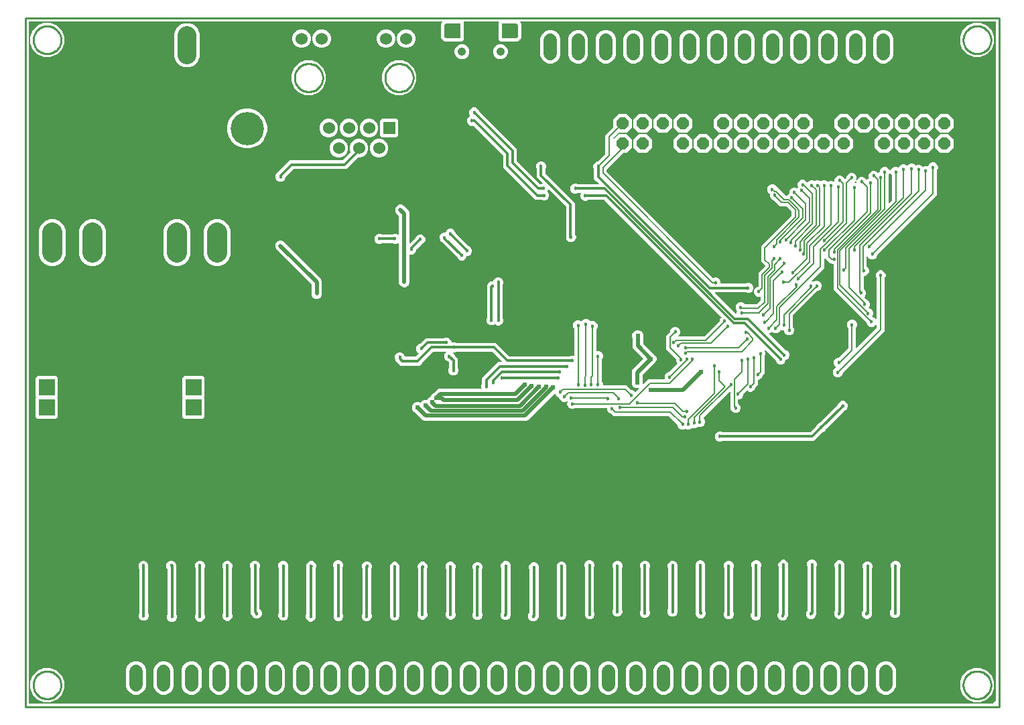
<source format=gbr>
G04 EAGLE Gerber RS-274X export*
G75*
%MOMM*%
%FSLAX34Y34*%
%LPD*%
%INBottom Copper*%
%IPPOS*%
%AMOC8*
5,1,8,0,0,1.08239X$1,22.5*%
G01*
%ADD10R,1.524000X1.524000*%
%ADD11C,1.524000*%
%ADD12C,2.476500*%
%ADD13C,2.000000*%
%ADD14R,2.000000X2.000000*%
%ADD15C,1.700000*%
%ADD16C,4.216000*%
%ADD17C,4.114800*%
%ADD18C,2.380000*%
%ADD19C,2.540000*%
%ADD20C,1.050000*%
%ADD21R,1.730000X1.900000*%
%ADD22P,1.649562X8X202.500000*%
%ADD23C,0.454000*%
%ADD24C,0.304800*%
%ADD25C,0.604000*%
%ADD26C,0.508000*%
%ADD27C,0.152400*%
%ADD28C,0.203200*%
%ADD29C,0.254000*%

G36*
X1221748Y4144D02*
X1221748Y4144D01*
X1221823Y4157D01*
X1221833Y4163D01*
X1221843Y4166D01*
X1221872Y4189D01*
X1221943Y4238D01*
X1225824Y8118D01*
X1225864Y8183D01*
X1225908Y8245D01*
X1225910Y8257D01*
X1225915Y8265D01*
X1225919Y8302D01*
X1225935Y8387D01*
X1225935Y865555D01*
X1225924Y865605D01*
X1225922Y865656D01*
X1225904Y865688D01*
X1225896Y865724D01*
X1225863Y865763D01*
X1225839Y865808D01*
X1225809Y865829D01*
X1225786Y865857D01*
X1225739Y865878D01*
X1225697Y865908D01*
X1225655Y865916D01*
X1225627Y865928D01*
X1225597Y865927D01*
X1225555Y865935D01*
X625306Y865935D01*
X625293Y865932D01*
X625280Y865934D01*
X625210Y865913D01*
X625137Y865896D01*
X625127Y865887D01*
X625115Y865884D01*
X625061Y865833D01*
X625004Y865786D01*
X624998Y865774D01*
X624989Y865765D01*
X624963Y865695D01*
X624933Y865627D01*
X624933Y865614D01*
X624929Y865602D01*
X624936Y865528D01*
X624939Y865454D01*
X624945Y865443D01*
X624947Y865430D01*
X624987Y865367D01*
X625022Y865302D01*
X625033Y865295D01*
X625040Y865284D01*
X625132Y865223D01*
X625225Y864998D01*
X625240Y864976D01*
X625248Y864950D01*
X625304Y864888D01*
X625326Y864857D01*
X625335Y864852D01*
X625345Y864842D01*
X625530Y864700D01*
X625608Y864106D01*
X625621Y864071D01*
X625622Y864069D01*
X625623Y864045D01*
X625630Y864030D01*
X625634Y864010D01*
X625638Y864000D01*
X625659Y863970D01*
X625663Y863959D01*
X625668Y863944D01*
X625678Y863933D01*
X625687Y863915D01*
X625694Y863906D01*
X625723Y863883D01*
X625739Y863859D01*
X625747Y863855D01*
X625764Y863836D01*
X626239Y863471D01*
X626270Y863240D01*
X626279Y863214D01*
X626280Y863187D01*
X626317Y863113D01*
X626331Y863078D01*
X626339Y863070D01*
X626345Y863058D01*
X626487Y862872D01*
X626445Y862550D01*
X626446Y862536D01*
X626442Y862522D01*
X626455Y862450D01*
X626462Y862377D01*
X626469Y862365D01*
X626472Y862351D01*
X626553Y862231D01*
X626554Y862230D01*
X626635Y862149D01*
X626635Y861669D01*
X626635Y861668D01*
X626635Y861666D01*
X626664Y861524D01*
X626939Y860859D01*
X626708Y860301D01*
X626703Y860274D01*
X626691Y860251D01*
X626686Y860168D01*
X626680Y860130D01*
X626683Y860120D01*
X626682Y860106D01*
X626854Y858798D01*
X626840Y858779D01*
X626840Y858778D01*
X626713Y858614D01*
X626692Y858567D01*
X626662Y858525D01*
X626654Y858484D01*
X626642Y858456D01*
X626643Y858425D01*
X626635Y858383D01*
X626635Y849917D01*
X626646Y849867D01*
X626649Y849816D01*
X626667Y849778D01*
X626674Y849749D01*
X626694Y849725D01*
X626713Y849686D01*
X626854Y849502D01*
X626682Y848194D01*
X626685Y848167D01*
X626679Y848141D01*
X626696Y848059D01*
X626699Y848022D01*
X626705Y848012D01*
X626708Y847999D01*
X626939Y847441D01*
X626664Y846776D01*
X626663Y846774D01*
X626662Y846773D01*
X626635Y846631D01*
X626635Y846151D01*
X626553Y846069D01*
X626546Y846057D01*
X626534Y846049D01*
X626500Y845984D01*
X626462Y845922D01*
X626460Y845908D01*
X626454Y845895D01*
X626445Y845750D01*
X626487Y845428D01*
X626345Y845242D01*
X626334Y845218D01*
X626315Y845198D01*
X626289Y845119D01*
X626273Y845084D01*
X626274Y845073D01*
X626270Y845060D01*
X626239Y844829D01*
X625764Y844464D01*
X625740Y844435D01*
X625739Y844434D01*
X625718Y844421D01*
X625709Y844408D01*
X625693Y844393D01*
X625687Y844385D01*
X625672Y844352D01*
X625664Y844342D01*
X625654Y844331D01*
X625649Y844317D01*
X625638Y844300D01*
X625634Y844290D01*
X625628Y844253D01*
X625616Y844227D01*
X625616Y844218D01*
X625608Y844194D01*
X625530Y843600D01*
X625345Y843458D01*
X625327Y843437D01*
X625305Y843423D01*
X625259Y843353D01*
X625235Y843324D01*
X625232Y843313D01*
X625225Y843302D01*
X625135Y843086D01*
X624582Y842857D01*
X624551Y842835D01*
X624549Y842833D01*
X624525Y842826D01*
X624514Y842816D01*
X624497Y842808D01*
X624488Y842801D01*
X624465Y842772D01*
X624454Y842765D01*
X624441Y842757D01*
X624433Y842744D01*
X624417Y842730D01*
X624410Y842721D01*
X624396Y842689D01*
X624378Y842667D01*
X624376Y842658D01*
X624361Y842636D01*
X624132Y842083D01*
X623916Y841993D01*
X623894Y841978D01*
X623868Y841970D01*
X623806Y841914D01*
X623775Y841892D01*
X623770Y841883D01*
X623760Y841873D01*
X623618Y841688D01*
X623024Y841610D01*
X622989Y841597D01*
X622987Y841596D01*
X622963Y841595D01*
X622948Y841588D01*
X622928Y841584D01*
X622918Y841580D01*
X622888Y841559D01*
X622877Y841555D01*
X622862Y841550D01*
X622851Y841540D01*
X622833Y841531D01*
X622824Y841524D01*
X622801Y841495D01*
X622777Y841479D01*
X622773Y841471D01*
X622754Y841454D01*
X622389Y840979D01*
X622158Y840948D01*
X622132Y840939D01*
X622105Y840938D01*
X622031Y840901D01*
X621996Y840887D01*
X621988Y840879D01*
X621976Y840873D01*
X621790Y840731D01*
X621468Y840773D01*
X621454Y840772D01*
X621440Y840776D01*
X621368Y840763D01*
X621295Y840756D01*
X621283Y840749D01*
X621269Y840746D01*
X621149Y840665D01*
X621148Y840664D01*
X621067Y840583D01*
X620587Y840583D01*
X620586Y840583D01*
X620584Y840583D01*
X620442Y840554D01*
X619777Y840279D01*
X619219Y840510D01*
X619192Y840514D01*
X619169Y840527D01*
X619086Y840532D01*
X619048Y840538D01*
X619038Y840535D01*
X619024Y840536D01*
X617716Y840364D01*
X617532Y840505D01*
X617485Y840526D01*
X617443Y840556D01*
X617402Y840564D01*
X617374Y840576D01*
X617343Y840575D01*
X617301Y840583D01*
X600429Y840583D01*
X600419Y840585D01*
X600114Y840585D01*
X597733Y842966D01*
X597733Y865356D01*
X597745Y865381D01*
X597777Y865433D01*
X597780Y865459D01*
X597790Y865483D01*
X597788Y865544D01*
X597794Y865606D01*
X597785Y865630D01*
X597784Y865656D01*
X597754Y865710D01*
X597732Y865768D01*
X597713Y865785D01*
X597701Y865808D01*
X597650Y865843D01*
X597605Y865885D01*
X597580Y865893D01*
X597559Y865908D01*
X597475Y865924D01*
X597439Y865935D01*
X597429Y865933D01*
X597417Y865935D01*
X554219Y865935D01*
X554194Y865929D01*
X554168Y865932D01*
X554111Y865910D01*
X554050Y865896D01*
X554030Y865879D01*
X554006Y865870D01*
X553964Y865825D01*
X553917Y865786D01*
X553906Y865762D01*
X553889Y865743D01*
X553871Y865684D01*
X553846Y865627D01*
X553847Y865602D01*
X553839Y865577D01*
X553850Y865516D01*
X553852Y865454D01*
X553865Y865432D01*
X553869Y865406D01*
X553903Y865357D01*
X553903Y842966D01*
X551522Y840585D01*
X551217Y840585D01*
X551208Y840583D01*
X534335Y840583D01*
X534285Y840572D01*
X534234Y840569D01*
X534196Y840551D01*
X534167Y840544D01*
X534143Y840524D01*
X534104Y840505D01*
X533920Y840364D01*
X532612Y840536D01*
X532585Y840533D01*
X532559Y840539D01*
X532477Y840522D01*
X532440Y840519D01*
X532430Y840513D01*
X532417Y840510D01*
X531859Y840279D01*
X531194Y840554D01*
X531192Y840555D01*
X531191Y840556D01*
X531049Y840583D01*
X530569Y840583D01*
X530487Y840665D01*
X530475Y840672D01*
X530467Y840684D01*
X530402Y840718D01*
X530340Y840756D01*
X530326Y840758D01*
X530313Y840764D01*
X530168Y840773D01*
X529846Y840731D01*
X529660Y840873D01*
X529636Y840884D01*
X529616Y840903D01*
X529537Y840929D01*
X529502Y840945D01*
X529491Y840944D01*
X529478Y840948D01*
X529247Y840979D01*
X528882Y841454D01*
X528853Y841478D01*
X528852Y841479D01*
X528839Y841500D01*
X528826Y841508D01*
X528812Y841524D01*
X528803Y841531D01*
X528770Y841546D01*
X528761Y841553D01*
X528749Y841564D01*
X528735Y841569D01*
X528718Y841580D01*
X528708Y841584D01*
X528671Y841590D01*
X528645Y841602D01*
X528637Y841602D01*
X528612Y841610D01*
X528018Y841688D01*
X527876Y841873D01*
X527855Y841891D01*
X527841Y841913D01*
X527771Y841959D01*
X527742Y841983D01*
X527731Y841986D01*
X527720Y841993D01*
X527504Y842083D01*
X527275Y842636D01*
X527253Y842667D01*
X527251Y842669D01*
X527244Y842693D01*
X527234Y842704D01*
X527226Y842721D01*
X527219Y842730D01*
X527190Y842753D01*
X527183Y842764D01*
X527175Y842777D01*
X527162Y842785D01*
X527148Y842801D01*
X527139Y842808D01*
X527107Y842822D01*
X527085Y842840D01*
X527076Y842842D01*
X527054Y842857D01*
X526501Y843086D01*
X526411Y843302D01*
X526396Y843324D01*
X526388Y843350D01*
X526332Y843412D01*
X526310Y843443D01*
X526301Y843448D01*
X526291Y843458D01*
X526106Y843600D01*
X526028Y844194D01*
X526015Y844229D01*
X526014Y844231D01*
X526013Y844255D01*
X526006Y844270D01*
X526002Y844290D01*
X525998Y844300D01*
X525977Y844330D01*
X525973Y844341D01*
X525968Y844356D01*
X525958Y844367D01*
X525949Y844385D01*
X525942Y844394D01*
X525913Y844417D01*
X525897Y844441D01*
X525889Y844445D01*
X525872Y844464D01*
X525397Y844829D01*
X525366Y845060D01*
X525357Y845086D01*
X525356Y845113D01*
X525319Y845187D01*
X525305Y845222D01*
X525297Y845230D01*
X525291Y845242D01*
X525149Y845428D01*
X525191Y845750D01*
X525190Y845764D01*
X525194Y845778D01*
X525181Y845850D01*
X525174Y845923D01*
X525167Y845935D01*
X525164Y845949D01*
X525083Y846069D01*
X525082Y846070D01*
X525001Y846151D01*
X525001Y846631D01*
X525001Y846632D01*
X525001Y846634D01*
X524972Y846776D01*
X524697Y847441D01*
X524928Y847999D01*
X524932Y848026D01*
X524945Y848049D01*
X524950Y848132D01*
X524956Y848170D01*
X524953Y848180D01*
X524954Y848194D01*
X524782Y849502D01*
X524835Y849572D01*
X524923Y849686D01*
X524944Y849733D01*
X524974Y849775D01*
X524982Y849816D01*
X524994Y849844D01*
X524993Y849875D01*
X525001Y849917D01*
X525001Y858383D01*
X524990Y858433D01*
X524987Y858484D01*
X524969Y858522D01*
X524962Y858551D01*
X524942Y858575D01*
X524923Y858614D01*
X524782Y858798D01*
X524954Y860106D01*
X524951Y860133D01*
X524957Y860159D01*
X524940Y860241D01*
X524937Y860278D01*
X524931Y860288D01*
X524928Y860301D01*
X524697Y860859D01*
X524972Y861524D01*
X524973Y861526D01*
X524974Y861527D01*
X525001Y861669D01*
X525001Y862149D01*
X525083Y862231D01*
X525091Y862243D01*
X525102Y862251D01*
X525136Y862316D01*
X525174Y862378D01*
X525176Y862392D01*
X525182Y862405D01*
X525191Y862550D01*
X525149Y862872D01*
X525291Y863058D01*
X525302Y863082D01*
X525320Y863102D01*
X525347Y863181D01*
X525362Y863216D01*
X525362Y863227D01*
X525366Y863240D01*
X525397Y863471D01*
X525872Y863836D01*
X525896Y863865D01*
X525897Y863866D01*
X525918Y863880D01*
X525927Y863893D01*
X525942Y863906D01*
X525949Y863915D01*
X525964Y863948D01*
X525972Y863958D01*
X525982Y863969D01*
X525987Y863984D01*
X525998Y864001D01*
X526002Y864011D01*
X526008Y864047D01*
X526020Y864073D01*
X526020Y864081D01*
X526028Y864106D01*
X526106Y864700D01*
X526291Y864842D01*
X526309Y864863D01*
X526331Y864877D01*
X526377Y864947D01*
X526401Y864976D01*
X526404Y864987D01*
X526411Y864998D01*
X526502Y865217D01*
X526556Y865261D01*
X526616Y865305D01*
X526622Y865316D01*
X526632Y865324D01*
X526663Y865392D01*
X526698Y865458D01*
X526698Y865471D01*
X526703Y865483D01*
X526701Y865557D01*
X526703Y865631D01*
X526697Y865643D01*
X526697Y865656D01*
X526661Y865721D01*
X526630Y865788D01*
X526620Y865796D01*
X526614Y865808D01*
X526554Y865851D01*
X526496Y865897D01*
X526483Y865900D01*
X526472Y865908D01*
X526330Y865935D01*
X4445Y865935D01*
X4395Y865924D01*
X4344Y865922D01*
X4312Y865904D01*
X4276Y865896D01*
X4237Y865863D01*
X4192Y865839D01*
X4171Y865809D01*
X4143Y865786D01*
X4122Y865739D01*
X4092Y865697D01*
X4084Y865655D01*
X4072Y865627D01*
X4073Y865597D01*
X4065Y865555D01*
X4065Y4506D01*
X4076Y4457D01*
X4078Y4406D01*
X4096Y4374D01*
X4104Y4338D01*
X4137Y4298D01*
X4161Y4254D01*
X4191Y4232D01*
X4214Y4204D01*
X4261Y4183D01*
X4303Y4154D01*
X4345Y4146D01*
X4373Y4133D01*
X4403Y4134D01*
X4445Y4126D01*
X1221674Y4126D01*
X1221748Y4144D01*
G37*
%LPC*%
G36*
X829031Y350317D02*
X829031Y350317D01*
X826702Y351281D01*
X824920Y353063D01*
X823956Y355391D01*
X823956Y355643D01*
X823939Y355717D01*
X823926Y355792D01*
X823919Y355802D01*
X823917Y355812D01*
X823893Y355841D01*
X823845Y355912D01*
X812839Y366918D01*
X812774Y366958D01*
X812712Y367002D01*
X812700Y367004D01*
X812692Y367009D01*
X812655Y367013D01*
X812570Y367029D01*
X743385Y367029D01*
X740298Y370117D01*
X740179Y370236D01*
X740114Y370276D01*
X740052Y370320D01*
X740040Y370322D01*
X740032Y370327D01*
X739994Y370331D01*
X739910Y370347D01*
X739658Y370347D01*
X737330Y371312D01*
X735548Y373094D01*
X734583Y375422D01*
X734583Y377063D01*
X734572Y377113D01*
X734570Y377164D01*
X734552Y377196D01*
X734544Y377232D01*
X734511Y377271D01*
X734487Y377316D01*
X734457Y377337D01*
X734434Y377365D01*
X734387Y377386D01*
X734345Y377416D01*
X734303Y377424D01*
X734275Y377436D01*
X734245Y377435D01*
X734203Y377443D01*
X733020Y377443D01*
X732946Y377426D01*
X732871Y377413D01*
X732861Y377406D01*
X732851Y377404D01*
X732822Y377380D01*
X732751Y377332D01*
X732609Y377189D01*
X728399Y377189D01*
X728257Y377332D01*
X728192Y377372D01*
X728130Y377416D01*
X728118Y377418D01*
X728110Y377423D01*
X728073Y377427D01*
X727988Y377443D01*
X694915Y377443D01*
X694841Y377426D01*
X694767Y377413D01*
X694757Y377406D01*
X694747Y377404D01*
X694718Y377380D01*
X694647Y377332D01*
X694468Y377154D01*
X692140Y376189D01*
X689620Y376189D01*
X687292Y377154D01*
X685510Y378936D01*
X684545Y381264D01*
X684545Y383784D01*
X685096Y385113D01*
X685106Y385176D01*
X685124Y385237D01*
X685120Y385261D01*
X685124Y385284D01*
X685105Y385345D01*
X685095Y385408D01*
X685079Y385430D01*
X685073Y385450D01*
X685047Y385477D01*
X685013Y385528D01*
X684442Y386099D01*
X684388Y386133D01*
X684339Y386173D01*
X684316Y386178D01*
X684295Y386190D01*
X684232Y386197D01*
X684170Y386210D01*
X684143Y386205D01*
X684123Y386207D01*
X684087Y386194D01*
X684028Y386182D01*
X681980Y385333D01*
X679460Y385333D01*
X677132Y386298D01*
X675350Y388080D01*
X674385Y390408D01*
X674385Y390814D01*
X674371Y390876D01*
X674364Y390939D01*
X674351Y390959D01*
X674346Y390982D01*
X674305Y391032D01*
X674271Y391085D01*
X674249Y391100D01*
X674236Y391116D01*
X674201Y391132D01*
X674151Y391165D01*
X671798Y392140D01*
X670016Y393922D01*
X669176Y395948D01*
X669154Y395979D01*
X669140Y396015D01*
X669104Y396049D01*
X669075Y396089D01*
X669041Y396107D01*
X669013Y396133D01*
X668966Y396147D01*
X668922Y396170D01*
X668884Y396171D01*
X668847Y396182D01*
X668798Y396174D01*
X668749Y396175D01*
X668714Y396159D01*
X668676Y396153D01*
X668626Y396119D01*
X668592Y396103D01*
X668578Y396087D01*
X668556Y396072D01*
X634677Y362193D01*
X632250Y361187D01*
X504400Y361187D01*
X501973Y362193D01*
X500061Y364104D01*
X492753Y371412D01*
X492752Y371413D01*
X492751Y371415D01*
X492630Y371495D01*
X491541Y371946D01*
X489548Y373939D01*
X488469Y376543D01*
X488469Y379361D01*
X489548Y381965D01*
X491541Y383958D01*
X494145Y385037D01*
X496963Y385037D01*
X499053Y384171D01*
X499103Y384163D01*
X499151Y384145D01*
X499188Y384149D01*
X499224Y384143D01*
X499273Y384158D01*
X499323Y384163D01*
X499354Y384183D01*
X499389Y384194D01*
X499427Y384229D01*
X499470Y384256D01*
X499493Y384292D01*
X499515Y384313D01*
X499526Y384341D01*
X499550Y384377D01*
X499708Y384759D01*
X501701Y386752D01*
X504305Y387831D01*
X507123Y387831D01*
X507283Y387764D01*
X507334Y387756D01*
X507382Y387738D01*
X507418Y387742D01*
X507454Y387736D01*
X507503Y387751D01*
X507554Y387757D01*
X507585Y387776D01*
X507620Y387787D01*
X507657Y387822D01*
X507700Y387849D01*
X507724Y387885D01*
X507746Y387906D01*
X507757Y387935D01*
X507780Y387970D01*
X508344Y389331D01*
X510337Y391324D01*
X512374Y392168D01*
X512436Y392212D01*
X512500Y392253D01*
X512507Y392263D01*
X512515Y392269D01*
X512532Y392302D01*
X512580Y392374D01*
X513424Y394411D01*
X515417Y396404D01*
X516506Y396855D01*
X516507Y396856D01*
X516509Y396857D01*
X516629Y396938D01*
X518349Y398658D01*
X520261Y400569D01*
X522688Y401575D01*
X576184Y401575D01*
X576222Y401584D01*
X576260Y401582D01*
X576305Y401603D01*
X576353Y401614D01*
X576382Y401639D01*
X576417Y401655D01*
X576448Y401693D01*
X576486Y401724D01*
X576502Y401760D01*
X576526Y401789D01*
X576537Y401837D01*
X576557Y401883D01*
X576556Y401921D01*
X576564Y401959D01*
X576552Y402018D01*
X576551Y402056D01*
X576541Y402074D01*
X576535Y402101D01*
X575960Y403489D01*
X575960Y406009D01*
X576677Y407740D01*
X576678Y407742D01*
X576679Y407743D01*
X576706Y407886D01*
X576706Y415446D01*
X597125Y435865D01*
X601540Y435865D01*
X601565Y435871D01*
X601590Y435868D01*
X601648Y435890D01*
X601708Y435904D01*
X601728Y435921D01*
X601752Y435930D01*
X601794Y435975D01*
X601842Y436014D01*
X601853Y436038D01*
X601870Y436057D01*
X601888Y436116D01*
X601913Y436173D01*
X601912Y436198D01*
X601919Y436223D01*
X601909Y436284D01*
X601906Y436346D01*
X601894Y436368D01*
X601890Y436394D01*
X601841Y436465D01*
X601824Y436498D01*
X601815Y436504D01*
X601808Y436514D01*
X589870Y448452D01*
X589806Y448492D01*
X589744Y448536D01*
X589732Y448538D01*
X589723Y448543D01*
X589686Y448547D01*
X589602Y448563D01*
X544665Y448563D01*
X544663Y448563D01*
X544661Y448563D01*
X544519Y448534D01*
X542788Y447817D01*
X540467Y447817D01*
X540442Y447811D01*
X540417Y447814D01*
X540359Y447792D01*
X540299Y447778D01*
X540279Y447761D01*
X540255Y447752D01*
X540213Y447707D01*
X540165Y447668D01*
X540154Y447644D01*
X540137Y447625D01*
X540119Y447566D01*
X540094Y447509D01*
X540095Y447484D01*
X540088Y447459D01*
X540098Y447398D01*
X540101Y447336D01*
X540113Y447314D01*
X540117Y447288D01*
X540166Y447217D01*
X540183Y447184D01*
X540192Y447178D01*
X540199Y447168D01*
X540802Y446564D01*
X541519Y444833D01*
X541520Y444832D01*
X541521Y444830D01*
X541602Y444710D01*
X542970Y443342D01*
X546355Y439957D01*
X546355Y428333D01*
X546355Y428331D01*
X546355Y428329D01*
X546384Y428187D01*
X547101Y426456D01*
X547101Y423936D01*
X546136Y421608D01*
X544354Y419826D01*
X542026Y418861D01*
X539506Y418861D01*
X537178Y419826D01*
X535396Y421608D01*
X534431Y423936D01*
X534431Y426456D01*
X535148Y428187D01*
X535149Y428189D01*
X535150Y428190D01*
X535177Y428333D01*
X535177Y435170D01*
X535160Y435244D01*
X535147Y435318D01*
X535140Y435328D01*
X535138Y435338D01*
X535114Y435367D01*
X535066Y435438D01*
X533698Y436806D01*
X533697Y436807D01*
X533696Y436809D01*
X533575Y436889D01*
X531844Y437606D01*
X530062Y439388D01*
X529097Y441716D01*
X529097Y444236D01*
X530062Y446564D01*
X531411Y447914D01*
X531425Y447936D01*
X531445Y447952D01*
X531470Y448009D01*
X531503Y448061D01*
X531505Y448087D01*
X531516Y448111D01*
X531514Y448172D01*
X531519Y448234D01*
X531510Y448258D01*
X531509Y448284D01*
X531480Y448338D01*
X531458Y448396D01*
X531439Y448413D01*
X531427Y448436D01*
X531376Y448471D01*
X531331Y448513D01*
X531306Y448521D01*
X531285Y448536D01*
X531200Y448552D01*
X531165Y448563D01*
X531155Y448561D01*
X531143Y448563D01*
X515298Y448563D01*
X515224Y448546D01*
X515150Y448533D01*
X515139Y448526D01*
X515130Y448524D01*
X515101Y448500D01*
X515030Y448452D01*
X501000Y434422D01*
X497615Y431037D01*
X473935Y431037D01*
X467613Y437359D01*
X467613Y437892D01*
X467613Y437893D01*
X467613Y437895D01*
X467584Y438037D01*
X466747Y440058D01*
X466747Y442578D01*
X467712Y444906D01*
X469494Y446688D01*
X471822Y447653D01*
X474342Y447653D01*
X476670Y446688D01*
X478452Y444906D01*
X479426Y442556D01*
X479428Y442545D01*
X479430Y442494D01*
X479448Y442462D01*
X479456Y442426D01*
X479489Y442387D01*
X479513Y442342D01*
X479543Y442321D01*
X479566Y442293D01*
X479613Y442272D01*
X479655Y442242D01*
X479697Y442234D01*
X479725Y442222D01*
X479755Y442223D01*
X479797Y442215D01*
X492828Y442215D01*
X492902Y442232D01*
X492976Y442245D01*
X492987Y442252D01*
X492996Y442254D01*
X493025Y442278D01*
X493096Y442326D01*
X497009Y446239D01*
X497030Y446272D01*
X497058Y446298D01*
X497075Y446345D01*
X497101Y446386D01*
X497105Y446425D01*
X497118Y446461D01*
X497113Y446510D01*
X497117Y446559D01*
X497104Y446595D01*
X497100Y446633D01*
X497073Y446675D01*
X497056Y446721D01*
X497028Y446747D01*
X497007Y446779D01*
X496956Y446813D01*
X496929Y446838D01*
X496909Y446844D01*
X496886Y446859D01*
X496538Y447004D01*
X494756Y448786D01*
X493791Y451114D01*
X493791Y453634D01*
X494756Y455962D01*
X496538Y457744D01*
X498269Y458461D01*
X498270Y458462D01*
X498272Y458463D01*
X498392Y458544D01*
X502300Y462452D01*
X505685Y465837D01*
X528739Y465837D01*
X528741Y465837D01*
X528743Y465837D01*
X528885Y465866D01*
X530616Y466583D01*
X533136Y466583D01*
X535464Y465618D01*
X537246Y463836D01*
X538211Y461508D01*
X538211Y460204D01*
X538220Y460166D01*
X538218Y460128D01*
X538239Y460083D01*
X538250Y460035D01*
X538275Y460005D01*
X538291Y459970D01*
X538329Y459939D01*
X538360Y459901D01*
X538396Y459886D01*
X538425Y459861D01*
X538473Y459851D01*
X538519Y459830D01*
X538557Y459832D01*
X538595Y459823D01*
X538654Y459836D01*
X538692Y459837D01*
X538710Y459847D01*
X538736Y459852D01*
X540268Y460487D01*
X542788Y460487D01*
X544519Y459770D01*
X544521Y459769D01*
X544522Y459768D01*
X544665Y459741D01*
X594389Y459741D01*
X597774Y456356D01*
X611296Y442834D01*
X611360Y442794D01*
X611422Y442750D01*
X611434Y442748D01*
X611443Y442743D01*
X611480Y442739D01*
X611564Y442723D01*
X687489Y442723D01*
X687491Y442723D01*
X687493Y442723D01*
X687635Y442752D01*
X689366Y443469D01*
X691886Y443469D01*
X692639Y443157D01*
X692677Y443150D01*
X692713Y443135D01*
X692762Y443137D01*
X692810Y443129D01*
X692847Y443140D01*
X692886Y443141D01*
X692929Y443165D01*
X692976Y443179D01*
X693004Y443206D01*
X693038Y443224D01*
X693066Y443264D01*
X693102Y443298D01*
X693116Y443334D01*
X693138Y443366D01*
X693149Y443425D01*
X693162Y443461D01*
X693160Y443481D01*
X693165Y443508D01*
X693165Y477803D01*
X693148Y477877D01*
X693135Y477951D01*
X693128Y477961D01*
X693126Y477971D01*
X693102Y478000D01*
X693054Y478071D01*
X692876Y478250D01*
X691911Y480578D01*
X691911Y483098D01*
X692876Y485426D01*
X694658Y487208D01*
X696986Y488173D01*
X699506Y488173D01*
X701834Y487208D01*
X702177Y486865D01*
X702210Y486845D01*
X702237Y486817D01*
X702283Y486800D01*
X702325Y486774D01*
X702363Y486770D01*
X702399Y486757D01*
X702448Y486762D01*
X702497Y486757D01*
X702533Y486771D01*
X702571Y486775D01*
X702613Y486801D01*
X702659Y486819D01*
X702685Y486847D01*
X702718Y486868D01*
X702751Y486918D01*
X702768Y486937D01*
X704564Y488732D01*
X706892Y489697D01*
X709412Y489697D01*
X711740Y488732D01*
X713522Y486950D01*
X713560Y486859D01*
X713590Y486817D01*
X713611Y486771D01*
X713640Y486748D01*
X713661Y486718D01*
X713707Y486694D01*
X713746Y486662D01*
X713782Y486654D01*
X713814Y486636D01*
X713865Y486635D01*
X713915Y486624D01*
X713957Y486632D01*
X713988Y486631D01*
X714015Y486644D01*
X714057Y486653D01*
X715274Y487157D01*
X717794Y487157D01*
X720122Y486192D01*
X721904Y484410D01*
X722869Y482082D01*
X722869Y479562D01*
X721904Y477234D01*
X721726Y477055D01*
X721700Y477014D01*
X721693Y477008D01*
X721684Y476987D01*
X721642Y476929D01*
X721640Y476917D01*
X721635Y476908D01*
X721631Y476871D01*
X721631Y476870D01*
X721622Y476849D01*
X721623Y476827D01*
X721615Y476787D01*
X721615Y449666D01*
X721624Y449628D01*
X721622Y449590D01*
X721643Y449545D01*
X721654Y449497D01*
X721679Y449467D01*
X721695Y449432D01*
X721733Y449401D01*
X721764Y449363D01*
X721800Y449347D01*
X721829Y449323D01*
X721878Y449312D01*
X721923Y449292D01*
X721961Y449294D01*
X721999Y449285D01*
X722058Y449297D01*
X722096Y449299D01*
X722114Y449309D01*
X722123Y449311D01*
X724652Y449311D01*
X726980Y448346D01*
X728762Y446564D01*
X729727Y444236D01*
X729727Y441716D01*
X728762Y439388D01*
X728584Y439209D01*
X728544Y439145D01*
X728500Y439083D01*
X728498Y439071D01*
X728493Y439062D01*
X728489Y439025D01*
X728473Y438941D01*
X728473Y410689D01*
X728490Y410615D01*
X728503Y410541D01*
X728510Y410531D01*
X728512Y410521D01*
X728536Y410492D01*
X728584Y410421D01*
X728762Y410242D01*
X729727Y407914D01*
X729727Y406781D01*
X729738Y406731D01*
X729740Y406680D01*
X729758Y406648D01*
X729766Y406612D01*
X729799Y406573D01*
X729823Y406528D01*
X729853Y406507D01*
X729876Y406479D01*
X729923Y406458D01*
X729965Y406428D01*
X730007Y406420D01*
X730035Y406408D01*
X730065Y406409D01*
X730107Y406401D01*
X759533Y406401D01*
X765787Y400146D01*
X765852Y400106D01*
X765914Y400062D01*
X765926Y400060D01*
X765934Y400055D01*
X765971Y400051D01*
X766056Y400035D01*
X766308Y400035D01*
X768636Y399070D01*
X770238Y397469D01*
X770281Y397442D01*
X770319Y397407D01*
X770354Y397397D01*
X770385Y397377D01*
X770436Y397373D01*
X770485Y397358D01*
X770521Y397364D01*
X770558Y397361D01*
X770605Y397379D01*
X770655Y397388D01*
X770691Y397412D01*
X770719Y397423D01*
X770740Y397445D01*
X770776Y397469D01*
X775085Y401779D01*
X775092Y401790D01*
X775103Y401797D01*
X775138Y401863D01*
X775177Y401926D01*
X775178Y401939D01*
X775184Y401950D01*
X775186Y402024D01*
X775193Y402098D01*
X775189Y402110D01*
X775189Y402123D01*
X775158Y402191D01*
X775132Y402260D01*
X775122Y402269D01*
X775117Y402281D01*
X775059Y402327D01*
X775005Y402378D01*
X774992Y402382D01*
X774982Y402390D01*
X774910Y402406D01*
X774838Y402427D01*
X774826Y402425D01*
X774813Y402428D01*
X774671Y402399D01*
X774585Y402363D01*
X771767Y402363D01*
X769163Y403442D01*
X767170Y405435D01*
X766091Y408039D01*
X766091Y410857D01*
X766542Y411946D01*
X766543Y411948D01*
X766544Y411949D01*
X766571Y412092D01*
X766571Y423716D01*
X767577Y426143D01*
X780585Y439151D01*
X780612Y439194D01*
X780646Y439232D01*
X780657Y439267D01*
X780676Y439298D01*
X780681Y439349D01*
X780695Y439398D01*
X780689Y439434D01*
X780693Y439471D01*
X780674Y439518D01*
X780666Y439569D01*
X780642Y439604D01*
X780631Y439633D01*
X780608Y439654D01*
X780585Y439689D01*
X768085Y452189D01*
X767079Y454616D01*
X767079Y466240D01*
X767079Y466242D01*
X767079Y466244D01*
X767050Y466386D01*
X766599Y467475D01*
X766599Y470293D01*
X767678Y472897D01*
X769671Y474890D01*
X772275Y475969D01*
X775093Y475969D01*
X777697Y474890D01*
X779690Y472897D01*
X780769Y470293D01*
X780769Y467475D01*
X780318Y466386D01*
X780317Y466384D01*
X780316Y466383D01*
X780289Y466240D01*
X780289Y458823D01*
X780306Y458749D01*
X780319Y458675D01*
X780326Y458664D01*
X780328Y458655D01*
X780352Y458626D01*
X780400Y458554D01*
X792995Y445960D01*
X792996Y445959D01*
X792997Y445957D01*
X793118Y445877D01*
X794207Y445426D01*
X796200Y443433D01*
X797279Y440829D01*
X797279Y438011D01*
X796200Y435407D01*
X794207Y433414D01*
X793118Y432963D01*
X793117Y432962D01*
X793115Y432961D01*
X792995Y432880D01*
X779892Y419778D01*
X779852Y419713D01*
X779808Y419651D01*
X779806Y419639D01*
X779801Y419630D01*
X779797Y419593D01*
X779781Y419509D01*
X779781Y412092D01*
X779781Y412090D01*
X779781Y412088D01*
X779810Y411946D01*
X780261Y410857D01*
X780261Y408039D01*
X780225Y407953D01*
X780223Y407940D01*
X780216Y407929D01*
X780209Y407855D01*
X780197Y407782D01*
X780201Y407770D01*
X780200Y407757D01*
X780226Y407687D01*
X780248Y407616D01*
X780257Y407607D01*
X780261Y407595D01*
X780316Y407544D01*
X780367Y407490D01*
X780379Y407486D01*
X780388Y407477D01*
X780460Y407456D01*
X780529Y407430D01*
X780542Y407432D01*
X780555Y407428D01*
X780628Y407441D01*
X780702Y407448D01*
X780713Y407455D01*
X780725Y407458D01*
X780845Y407539D01*
X786819Y413513D01*
X807652Y413513D01*
X807690Y413522D01*
X807728Y413520D01*
X807773Y413541D01*
X807821Y413552D01*
X807851Y413577D01*
X807886Y413593D01*
X807917Y413631D01*
X807955Y413662D01*
X807971Y413698D01*
X807995Y413727D01*
X808006Y413775D01*
X808026Y413821D01*
X808024Y413859D01*
X808033Y413897D01*
X808021Y413956D01*
X808019Y413994D01*
X808009Y414012D01*
X808004Y414039D01*
X807481Y415300D01*
X807481Y417820D01*
X808446Y420148D01*
X810228Y421930D01*
X812556Y422895D01*
X812808Y422895D01*
X812882Y422912D01*
X812957Y422925D01*
X812967Y422932D01*
X812977Y422934D01*
X813006Y422958D01*
X813077Y423006D01*
X823551Y433481D01*
X823578Y433524D01*
X823613Y433561D01*
X823623Y433597D01*
X823643Y433628D01*
X823648Y433679D01*
X823662Y433728D01*
X823656Y433764D01*
X823659Y433800D01*
X823641Y433848D01*
X823632Y433898D01*
X823609Y433934D01*
X823598Y433962D01*
X823575Y433983D01*
X823551Y434018D01*
X822956Y434614D01*
X821991Y436942D01*
X821991Y439247D01*
X821974Y439321D01*
X821961Y439396D01*
X821954Y439406D01*
X821952Y439416D01*
X821928Y439445D01*
X821880Y439516D01*
X809497Y451899D01*
X809497Y468851D01*
X814736Y474090D01*
X814776Y474155D01*
X814820Y474217D01*
X814822Y474229D01*
X814827Y474237D01*
X814831Y474274D01*
X814847Y474359D01*
X814847Y474970D01*
X815812Y477298D01*
X817594Y479080D01*
X819922Y480045D01*
X822442Y480045D01*
X824770Y479080D01*
X826552Y477298D01*
X827517Y474970D01*
X827517Y472450D01*
X826552Y470122D01*
X825203Y468772D01*
X825189Y468750D01*
X825169Y468734D01*
X825144Y468677D01*
X825111Y468625D01*
X825109Y468599D01*
X825098Y468575D01*
X825100Y468514D01*
X825095Y468452D01*
X825104Y468428D01*
X825105Y468402D01*
X825134Y468348D01*
X825156Y468290D01*
X825175Y468273D01*
X825187Y468250D01*
X825238Y468215D01*
X825283Y468173D01*
X825308Y468165D01*
X825329Y468150D01*
X825414Y468134D01*
X825449Y468123D01*
X825459Y468125D01*
X825471Y468123D01*
X857379Y468123D01*
X857453Y468140D01*
X857528Y468153D01*
X857538Y468160D01*
X857548Y468162D01*
X857577Y468186D01*
X857648Y468234D01*
X876966Y487552D01*
X876976Y487568D01*
X876983Y487574D01*
X876992Y487594D01*
X877006Y487617D01*
X877050Y487679D01*
X877052Y487691D01*
X877057Y487699D01*
X877061Y487736D01*
X877077Y487821D01*
X877077Y488432D01*
X878042Y490760D01*
X879284Y492003D01*
X879311Y492046D01*
X879346Y492083D01*
X879356Y492119D01*
X879375Y492150D01*
X879380Y492201D01*
X879395Y492250D01*
X879388Y492286D01*
X879392Y492322D01*
X879374Y492370D01*
X879365Y492420D01*
X879341Y492456D01*
X879330Y492484D01*
X879308Y492505D01*
X879284Y492540D01*
X731602Y640222D01*
X731538Y640262D01*
X731476Y640306D01*
X731464Y640308D01*
X731455Y640313D01*
X731418Y640317D01*
X731334Y640333D01*
X711140Y640333D01*
X711138Y640333D01*
X711136Y640333D01*
X710994Y640304D01*
X708650Y639333D01*
X706130Y639333D01*
X703802Y640298D01*
X702020Y642080D01*
X701055Y644408D01*
X701055Y646928D01*
X701788Y648697D01*
X701794Y648735D01*
X701810Y648771D01*
X701808Y648820D01*
X701816Y648868D01*
X701805Y648905D01*
X701804Y648944D01*
X701780Y648987D01*
X701766Y649034D01*
X701739Y649062D01*
X701721Y649096D01*
X701680Y649124D01*
X701647Y649160D01*
X701611Y649173D01*
X701579Y649196D01*
X701520Y649207D01*
X701484Y649220D01*
X701463Y649218D01*
X701437Y649223D01*
X698081Y649223D01*
X698079Y649223D01*
X698077Y649223D01*
X697935Y649194D01*
X696204Y648477D01*
X693684Y648477D01*
X691356Y649442D01*
X689574Y651224D01*
X688609Y653552D01*
X688609Y656072D01*
X689574Y658400D01*
X691356Y660182D01*
X693684Y661147D01*
X696204Y661147D01*
X697935Y660430D01*
X697937Y660429D01*
X697938Y660428D01*
X698081Y660401D01*
X724222Y660401D01*
X724247Y660407D01*
X724272Y660404D01*
X724330Y660426D01*
X724390Y660440D01*
X724410Y660457D01*
X724434Y660466D01*
X724476Y660511D01*
X724524Y660550D01*
X724535Y660574D01*
X724552Y660593D01*
X724570Y660652D01*
X724595Y660709D01*
X724594Y660734D01*
X724601Y660759D01*
X724591Y660820D01*
X724588Y660882D01*
X724576Y660904D01*
X724572Y660930D01*
X724523Y661001D01*
X724506Y661034D01*
X724497Y661040D01*
X724490Y661050D01*
X721696Y663844D01*
X718311Y667229D01*
X718311Y679615D01*
X718311Y679617D01*
X718311Y679619D01*
X718282Y679761D01*
X717565Y681492D01*
X717565Y684012D01*
X718530Y686340D01*
X720312Y688122D01*
X722640Y689087D01*
X723251Y689087D01*
X723325Y689104D01*
X723400Y689117D01*
X723410Y689124D01*
X723420Y689126D01*
X723449Y689150D01*
X723520Y689198D01*
X732424Y698102D01*
X732464Y698167D01*
X732508Y698229D01*
X732510Y698241D01*
X732515Y698249D01*
X732519Y698286D01*
X732535Y698371D01*
X732535Y722089D01*
X742584Y732138D01*
X742624Y732203D01*
X742668Y732265D01*
X742670Y732277D01*
X742675Y732285D01*
X742679Y732322D01*
X742695Y732407D01*
X742695Y741948D01*
X749540Y748793D01*
X759220Y748793D01*
X766065Y741948D01*
X766065Y732268D01*
X759220Y725423D01*
X749679Y725423D01*
X749605Y725406D01*
X749530Y725393D01*
X749520Y725386D01*
X749510Y725384D01*
X749481Y725360D01*
X749410Y725312D01*
X742300Y718202D01*
X742260Y718137D01*
X742216Y718075D01*
X742214Y718063D01*
X742209Y718055D01*
X742205Y718018D01*
X742189Y717933D01*
X742189Y716959D01*
X742195Y716934D01*
X742192Y716909D01*
X742214Y716851D01*
X742228Y716791D01*
X742245Y716771D01*
X742254Y716747D01*
X742299Y716705D01*
X742338Y716657D01*
X742362Y716646D01*
X742381Y716629D01*
X742440Y716611D01*
X742497Y716586D01*
X742522Y716587D01*
X742547Y716580D01*
X742608Y716590D01*
X742670Y716593D01*
X742692Y716605D01*
X742718Y716609D01*
X742789Y716658D01*
X742822Y716675D01*
X742828Y716684D01*
X742838Y716691D01*
X749540Y723393D01*
X759220Y723393D01*
X766065Y716548D01*
X766065Y706868D01*
X759220Y700023D01*
X755521Y700023D01*
X755447Y700006D01*
X755372Y699993D01*
X755362Y699986D01*
X755352Y699984D01*
X755323Y699960D01*
X755252Y699912D01*
X734426Y679086D01*
X734386Y679021D01*
X734342Y678959D01*
X734340Y678947D01*
X734335Y678939D01*
X734331Y678902D01*
X734315Y678817D01*
X734315Y676527D01*
X734332Y676453D01*
X734345Y676378D01*
X734352Y676368D01*
X734354Y676358D01*
X734378Y676329D01*
X734426Y676258D01*
X868833Y541851D01*
X868887Y541818D01*
X868936Y541778D01*
X868959Y541773D01*
X868980Y541760D01*
X869043Y541754D01*
X869105Y541740D01*
X869131Y541745D01*
X869152Y541743D01*
X869188Y541757D01*
X869247Y541769D01*
X870468Y542275D01*
X872988Y542275D01*
X875316Y541310D01*
X877098Y539528D01*
X878063Y537200D01*
X878063Y535051D01*
X878074Y535001D01*
X878076Y534950D01*
X878094Y534918D01*
X878102Y534882D01*
X878135Y534843D01*
X878159Y534798D01*
X878189Y534777D01*
X878212Y534749D01*
X878259Y534728D01*
X878301Y534698D01*
X878343Y534690D01*
X878371Y534678D01*
X878401Y534679D01*
X878443Y534671D01*
X909993Y534671D01*
X909995Y534671D01*
X909997Y534671D01*
X910139Y534700D01*
X911870Y535417D01*
X914390Y535417D01*
X916718Y534452D01*
X918500Y532670D01*
X919465Y530342D01*
X919465Y527822D01*
X918500Y525494D01*
X916718Y523712D01*
X914390Y522747D01*
X911870Y522747D01*
X910139Y523464D01*
X910137Y523465D01*
X910136Y523466D01*
X909993Y523493D01*
X871660Y523493D01*
X871635Y523487D01*
X871610Y523490D01*
X871552Y523468D01*
X871492Y523454D01*
X871472Y523437D01*
X871448Y523428D01*
X871406Y523383D01*
X871358Y523344D01*
X871347Y523320D01*
X871330Y523301D01*
X871312Y523242D01*
X871287Y523185D01*
X871288Y523160D01*
X871281Y523135D01*
X871291Y523074D01*
X871294Y523012D01*
X871306Y522990D01*
X871310Y522964D01*
X871359Y522893D01*
X871376Y522860D01*
X871385Y522854D01*
X871392Y522844D01*
X898018Y496218D01*
X898040Y496204D01*
X898056Y496184D01*
X898113Y496159D01*
X898165Y496126D01*
X898191Y496124D01*
X898215Y496113D01*
X898276Y496115D01*
X898338Y496110D01*
X898362Y496119D01*
X898388Y496120D01*
X898442Y496149D01*
X898500Y496171D01*
X898517Y496190D01*
X898540Y496202D01*
X898575Y496253D01*
X898617Y496298D01*
X898625Y496323D01*
X898640Y496344D01*
X898656Y496429D01*
X898667Y496464D01*
X898665Y496474D01*
X898667Y496486D01*
X898667Y498846D01*
X899134Y499973D01*
X899144Y500036D01*
X899162Y500097D01*
X899158Y500120D01*
X899162Y500144D01*
X899144Y500205D01*
X899133Y500268D01*
X899118Y500290D01*
X899112Y500310D01*
X899086Y500337D01*
X899052Y500388D01*
X898362Y501078D01*
X897397Y503406D01*
X897397Y505926D01*
X898362Y508254D01*
X900144Y510036D01*
X902472Y511001D01*
X904992Y511001D01*
X907320Y510036D01*
X908991Y508366D01*
X909055Y508326D01*
X909117Y508282D01*
X909129Y508280D01*
X909138Y508275D01*
X909175Y508271D01*
X909259Y508255D01*
X923673Y508255D01*
X923747Y508272D01*
X923822Y508285D01*
X923832Y508292D01*
X923842Y508294D01*
X923871Y508318D01*
X923942Y508366D01*
X928766Y513190D01*
X928806Y513255D01*
X928850Y513317D01*
X928852Y513329D01*
X928857Y513337D01*
X928861Y513374D01*
X928877Y513459D01*
X928877Y518031D01*
X928868Y518068D01*
X928870Y518107D01*
X928849Y518152D01*
X928838Y518200D01*
X928813Y518229D01*
X928797Y518264D01*
X928759Y518295D01*
X928728Y518333D01*
X928692Y518349D01*
X928663Y518373D01*
X928614Y518384D01*
X928569Y518404D01*
X928531Y518403D01*
X928493Y518411D01*
X928434Y518399D01*
X928396Y518398D01*
X928378Y518388D01*
X928351Y518382D01*
X927852Y518175D01*
X925332Y518175D01*
X923004Y519140D01*
X921222Y520922D01*
X920257Y523250D01*
X920257Y525770D01*
X921222Y528098D01*
X923004Y529880D01*
X925332Y530845D01*
X925703Y530845D01*
X925753Y530856D01*
X925804Y530858D01*
X925836Y530876D01*
X925872Y530884D01*
X925911Y530917D01*
X925956Y530941D01*
X925977Y530971D01*
X926005Y530994D01*
X926026Y531041D01*
X926056Y531083D01*
X926064Y531125D01*
X926076Y531153D01*
X926075Y531183D01*
X926083Y531225D01*
X926083Y548015D01*
X934779Y556711D01*
X934806Y556755D01*
X934841Y556792D01*
X934851Y556827D01*
X934870Y556858D01*
X934875Y556909D01*
X934890Y556958D01*
X934883Y556994D01*
X934887Y557031D01*
X934869Y557079D01*
X934860Y557129D01*
X934836Y557164D01*
X934825Y557193D01*
X934803Y557214D01*
X934779Y557249D01*
X929385Y562643D01*
X929385Y581881D01*
X967882Y620378D01*
X967922Y620443D01*
X967966Y620505D01*
X967968Y620517D01*
X967973Y620525D01*
X967977Y620562D01*
X967993Y620647D01*
X967993Y625985D01*
X967976Y626059D01*
X967963Y626134D01*
X967956Y626144D01*
X967954Y626154D01*
X967930Y626183D01*
X967882Y626254D01*
X961788Y632348D01*
X961723Y632388D01*
X961661Y632432D01*
X961649Y632434D01*
X961641Y632439D01*
X961604Y632443D01*
X961519Y632459D01*
X953295Y632459D01*
X945717Y640037D01*
X945715Y640038D01*
X945714Y640039D01*
X945594Y640119D01*
X943324Y641060D01*
X941542Y642842D01*
X940577Y645170D01*
X940577Y647690D01*
X940610Y647770D01*
X940616Y647805D01*
X940622Y647817D01*
X940621Y647827D01*
X940636Y647868D01*
X940633Y647905D01*
X940639Y647941D01*
X940624Y647990D01*
X940618Y648041D01*
X940599Y648072D01*
X940588Y648107D01*
X940553Y648144D01*
X940526Y648187D01*
X940490Y648211D01*
X940469Y648233D01*
X940440Y648243D01*
X940405Y648267D01*
X940022Y648426D01*
X938240Y650208D01*
X937275Y652536D01*
X937275Y655056D01*
X938240Y657384D01*
X940022Y659166D01*
X942350Y660131D01*
X944870Y660131D01*
X947198Y659166D01*
X948980Y657384D01*
X949639Y655793D01*
X949676Y655742D01*
X949707Y655686D01*
X949726Y655672D01*
X949740Y655653D01*
X949797Y655623D01*
X949848Y655586D01*
X949875Y655581D01*
X949893Y655571D01*
X949931Y655570D01*
X949991Y655559D01*
X950693Y655559D01*
X960726Y645526D01*
X960791Y645486D01*
X960853Y645442D01*
X960865Y645440D01*
X960873Y645435D01*
X960910Y645431D01*
X960995Y645415D01*
X961799Y645415D01*
X961861Y645429D01*
X961924Y645436D01*
X961945Y645449D01*
X961968Y645454D01*
X962017Y645495D01*
X962071Y645529D01*
X962085Y645551D01*
X962102Y645564D01*
X962117Y645599D01*
X962151Y645649D01*
X962570Y646663D01*
X964352Y648445D01*
X964727Y648600D01*
X964778Y648637D01*
X964834Y648667D01*
X964848Y648687D01*
X964867Y648701D01*
X964897Y648757D01*
X964934Y648809D01*
X964939Y648836D01*
X964949Y648854D01*
X964950Y648892D01*
X964961Y648951D01*
X964961Y650992D01*
X965926Y653320D01*
X967708Y655102D01*
X970036Y656067D01*
X972556Y656067D01*
X974629Y655208D01*
X974679Y655200D01*
X974727Y655182D01*
X974763Y655186D01*
X974800Y655180D01*
X974848Y655195D01*
X974899Y655200D01*
X974930Y655220D01*
X974965Y655231D01*
X975002Y655266D01*
X975046Y655293D01*
X975069Y655329D01*
X975091Y655350D01*
X975102Y655378D01*
X975126Y655414D01*
X975324Y655892D01*
X976014Y656582D01*
X976047Y656636D01*
X976087Y656686D01*
X976092Y656709D01*
X976105Y656730D01*
X976111Y656793D01*
X976125Y656855D01*
X976120Y656881D01*
X976122Y656902D01*
X976108Y656937D01*
X976096Y656997D01*
X975629Y658124D01*
X975629Y660644D01*
X976594Y662972D01*
X978376Y664754D01*
X980704Y665719D01*
X983224Y665719D01*
X985552Y664754D01*
X987334Y662972D01*
X987542Y662472D01*
X987564Y662441D01*
X987578Y662405D01*
X987614Y662371D01*
X987643Y662331D01*
X987677Y662313D01*
X987705Y662287D01*
X987752Y662273D01*
X987796Y662250D01*
X987834Y662249D01*
X987871Y662238D01*
X987920Y662246D01*
X987969Y662245D01*
X988004Y662261D01*
X988042Y662267D01*
X988092Y662301D01*
X988126Y662317D01*
X988139Y662333D01*
X988162Y662348D01*
X989806Y663992D01*
X992134Y664957D01*
X994654Y664957D01*
X996702Y664108D01*
X996765Y664098D01*
X996826Y664080D01*
X996849Y664084D01*
X996873Y664080D01*
X996934Y664099D01*
X996996Y664110D01*
X997019Y664125D01*
X997039Y664131D01*
X997066Y664157D01*
X997116Y664191D01*
X997172Y664246D01*
X999500Y665211D01*
X1002020Y665211D01*
X1004348Y664246D01*
X1004555Y664040D01*
X1004598Y664013D01*
X1004636Y663978D01*
X1004671Y663968D01*
X1004702Y663948D01*
X1004753Y663943D01*
X1004802Y663929D01*
X1004838Y663935D01*
X1004875Y663932D01*
X1004922Y663950D01*
X1004973Y663958D01*
X1005008Y663982D01*
X1005037Y663993D01*
X1005057Y664016D01*
X1005093Y664040D01*
X1005300Y664246D01*
X1007628Y665211D01*
X1010148Y665211D01*
X1012476Y664246D01*
X1013318Y663405D01*
X1013361Y663378D01*
X1013399Y663343D01*
X1013434Y663333D01*
X1013465Y663313D01*
X1013516Y663308D01*
X1013565Y663294D01*
X1013601Y663300D01*
X1013638Y663297D01*
X1013685Y663315D01*
X1013736Y663323D01*
X1013771Y663347D01*
X1013800Y663358D01*
X1013821Y663381D01*
X1013856Y663405D01*
X1014190Y663738D01*
X1016518Y664703D01*
X1019038Y664703D01*
X1021366Y663738D01*
X1021881Y663224D01*
X1021892Y663217D01*
X1021899Y663206D01*
X1021965Y663172D01*
X1022028Y663132D01*
X1022041Y663131D01*
X1022052Y663125D01*
X1022127Y663123D01*
X1022200Y663116D01*
X1022213Y663120D01*
X1022226Y663120D01*
X1022293Y663151D01*
X1022362Y663178D01*
X1022371Y663187D01*
X1022383Y663192D01*
X1022430Y663250D01*
X1022480Y663305D01*
X1022484Y663317D01*
X1022492Y663327D01*
X1022508Y663399D01*
X1022529Y663471D01*
X1022527Y663484D01*
X1022530Y663496D01*
X1022501Y663638D01*
X1022365Y663966D01*
X1022365Y666486D01*
X1023330Y668814D01*
X1025112Y670596D01*
X1027440Y671561D01*
X1029960Y671561D01*
X1032288Y670596D01*
X1034070Y668814D01*
X1034902Y666806D01*
X1034925Y666775D01*
X1034938Y666739D01*
X1034975Y666705D01*
X1035003Y666665D01*
X1035037Y666647D01*
X1035065Y666621D01*
X1035113Y666607D01*
X1035156Y666584D01*
X1035195Y666583D01*
X1035232Y666572D01*
X1035280Y666580D01*
X1035329Y666579D01*
X1035364Y666595D01*
X1035402Y666601D01*
X1035453Y666635D01*
X1035487Y666651D01*
X1035500Y666667D01*
X1035522Y666682D01*
X1037494Y668654D01*
X1037534Y668719D01*
X1037578Y668781D01*
X1037580Y668793D01*
X1037585Y668801D01*
X1037589Y668838D01*
X1037605Y668923D01*
X1037605Y669534D01*
X1038570Y671862D01*
X1040352Y673644D01*
X1042680Y674609D01*
X1045200Y674609D01*
X1047528Y673644D01*
X1049310Y671862D01*
X1050275Y669534D01*
X1050275Y667014D01*
X1049310Y664686D01*
X1047528Y662904D01*
X1047506Y662894D01*
X1047495Y662887D01*
X1047482Y662884D01*
X1047425Y662837D01*
X1047365Y662793D01*
X1047359Y662782D01*
X1047349Y662774D01*
X1047318Y662706D01*
X1047284Y662640D01*
X1047283Y662627D01*
X1047278Y662615D01*
X1047281Y662541D01*
X1047279Y662467D01*
X1047284Y662455D01*
X1047284Y662442D01*
X1047320Y662377D01*
X1047351Y662310D01*
X1047361Y662302D01*
X1047367Y662290D01*
X1047428Y662247D01*
X1047486Y662201D01*
X1047498Y662198D01*
X1047509Y662190D01*
X1047651Y662163D01*
X1048502Y662163D01*
X1049843Y661607D01*
X1049845Y661607D01*
X1049846Y661606D01*
X1049873Y661601D01*
X1049891Y661591D01*
X1049930Y661590D01*
X1049988Y661578D01*
X1049989Y661578D01*
X1050001Y661581D01*
X1050014Y661579D01*
X1050039Y661587D01*
X1050065Y661586D01*
X1050111Y661607D01*
X1050157Y661618D01*
X1050167Y661626D01*
X1050180Y661630D01*
X1050199Y661647D01*
X1050222Y661658D01*
X1050254Y661697D01*
X1050291Y661728D01*
X1050296Y661739D01*
X1050306Y661749D01*
X1050315Y661773D01*
X1050331Y661793D01*
X1050342Y661842D01*
X1050362Y661886D01*
X1050361Y661899D01*
X1050366Y661911D01*
X1050363Y661937D01*
X1050369Y661962D01*
X1050357Y662022D01*
X1050355Y662059D01*
X1050349Y662071D01*
X1050348Y662084D01*
X1050342Y662092D01*
X1050340Y662104D01*
X1050305Y662188D01*
X1050305Y664708D01*
X1051270Y667036D01*
X1053052Y668818D01*
X1055380Y669783D01*
X1057900Y669783D01*
X1060228Y668818D01*
X1062010Y667036D01*
X1062292Y666356D01*
X1062314Y666325D01*
X1062328Y666289D01*
X1062364Y666256D01*
X1062393Y666215D01*
X1062427Y666197D01*
X1062455Y666171D01*
X1062503Y666157D01*
X1062546Y666134D01*
X1062584Y666133D01*
X1062621Y666122D01*
X1062670Y666131D01*
X1062719Y666129D01*
X1062754Y666145D01*
X1062792Y666152D01*
X1062842Y666186D01*
X1062877Y666202D01*
X1062890Y666218D01*
X1062912Y666233D01*
X1063720Y667040D01*
X1065815Y667908D01*
X1065857Y667938D01*
X1065903Y667959D01*
X1065926Y667988D01*
X1065956Y668009D01*
X1065980Y668055D01*
X1066012Y668094D01*
X1066020Y668130D01*
X1066037Y668162D01*
X1066039Y668213D01*
X1066050Y668263D01*
X1066042Y668305D01*
X1066042Y668336D01*
X1066030Y668363D01*
X1066021Y668405D01*
X1065545Y669554D01*
X1065545Y672074D01*
X1066510Y674402D01*
X1068292Y676184D01*
X1070620Y677149D01*
X1073140Y677149D01*
X1075468Y676184D01*
X1076973Y674679D01*
X1077027Y674646D01*
X1077077Y674606D01*
X1077100Y674601D01*
X1077121Y674588D01*
X1077184Y674582D01*
X1077246Y674568D01*
X1077272Y674573D01*
X1077293Y674571D01*
X1077328Y674585D01*
X1077388Y674597D01*
X1079027Y675276D01*
X1079078Y675313D01*
X1079134Y675343D01*
X1079148Y675363D01*
X1079167Y675377D01*
X1079197Y675433D01*
X1079234Y675485D01*
X1079239Y675511D01*
X1079249Y675530D01*
X1079250Y675565D01*
X1079254Y675575D01*
X1079254Y675589D01*
X1079261Y675627D01*
X1079261Y676900D01*
X1080226Y679228D01*
X1082008Y681010D01*
X1084336Y681975D01*
X1086856Y681975D01*
X1089184Y681010D01*
X1090966Y679228D01*
X1091931Y676900D01*
X1091931Y674380D01*
X1090966Y672052D01*
X1090534Y671619D01*
X1090494Y671555D01*
X1090450Y671493D01*
X1090448Y671481D01*
X1090443Y671472D01*
X1090439Y671435D01*
X1090423Y671351D01*
X1090423Y636395D01*
X1090429Y636370D01*
X1090426Y636344D01*
X1090448Y636286D01*
X1090462Y636226D01*
X1090479Y636206D01*
X1090488Y636182D01*
X1090533Y636140D01*
X1090572Y636092D01*
X1090596Y636082D01*
X1090615Y636064D01*
X1090674Y636047D01*
X1090731Y636021D01*
X1090756Y636022D01*
X1090781Y636015D01*
X1090842Y636026D01*
X1090904Y636028D01*
X1090926Y636040D01*
X1090952Y636045D01*
X1091023Y636093D01*
X1091056Y636111D01*
X1091062Y636119D01*
X1091072Y636126D01*
X1094628Y639682D01*
X1094668Y639747D01*
X1094712Y639809D01*
X1094714Y639821D01*
X1094719Y639829D01*
X1094723Y639866D01*
X1094739Y639951D01*
X1094739Y671351D01*
X1094722Y671425D01*
X1094709Y671499D01*
X1094702Y671510D01*
X1094700Y671519D01*
X1094676Y671548D01*
X1094628Y671619D01*
X1094196Y672052D01*
X1093231Y674380D01*
X1093231Y676900D01*
X1094196Y679228D01*
X1095978Y681010D01*
X1098306Y681975D01*
X1100826Y681975D01*
X1102768Y681170D01*
X1102818Y681162D01*
X1102866Y681145D01*
X1102902Y681148D01*
X1102939Y681142D01*
X1102987Y681157D01*
X1103038Y681163D01*
X1103069Y681182D01*
X1103104Y681193D01*
X1103141Y681228D01*
X1103184Y681255D01*
X1103208Y681291D01*
X1103230Y681312D01*
X1103241Y681341D01*
X1103264Y681376D01*
X1103848Y682784D01*
X1105630Y684566D01*
X1107958Y685531D01*
X1110478Y685531D01*
X1112806Y684566D01*
X1113775Y683598D01*
X1113818Y683571D01*
X1113856Y683536D01*
X1113891Y683526D01*
X1113922Y683506D01*
X1113973Y683501D01*
X1114022Y683487D01*
X1114058Y683493D01*
X1114095Y683490D01*
X1114142Y683508D01*
X1114193Y683516D01*
X1114228Y683540D01*
X1114257Y683551D01*
X1114278Y683574D01*
X1114313Y683598D01*
X1116044Y685328D01*
X1118372Y686293D01*
X1120892Y686293D01*
X1123220Y685328D01*
X1124620Y683929D01*
X1124674Y683895D01*
X1124723Y683855D01*
X1124747Y683850D01*
X1124767Y683837D01*
X1124831Y683831D01*
X1124893Y683817D01*
X1124919Y683823D01*
X1124940Y683821D01*
X1124975Y683834D01*
X1125035Y683846D01*
X1127262Y684769D01*
X1129782Y684769D01*
X1132110Y683804D01*
X1133510Y682405D01*
X1133564Y682371D01*
X1133613Y682331D01*
X1133637Y682326D01*
X1133657Y682313D01*
X1133721Y682307D01*
X1133783Y682293D01*
X1133809Y682299D01*
X1133830Y682297D01*
X1133865Y682310D01*
X1133925Y682322D01*
X1136152Y683245D01*
X1138672Y683245D01*
X1139821Y682769D01*
X1139871Y682761D01*
X1139919Y682743D01*
X1139955Y682747D01*
X1139992Y682741D01*
X1140041Y682756D01*
X1140091Y682761D01*
X1140122Y682781D01*
X1140157Y682791D01*
X1140195Y682826D01*
X1140238Y682854D01*
X1140261Y682889D01*
X1140283Y682910D01*
X1140294Y682939D01*
X1140318Y682975D01*
X1141186Y685070D01*
X1142968Y686852D01*
X1145296Y687817D01*
X1147816Y687817D01*
X1150144Y686852D01*
X1151926Y685070D01*
X1152891Y682742D01*
X1152891Y680222D01*
X1151926Y677894D01*
X1151494Y677461D01*
X1151454Y677397D01*
X1151410Y677335D01*
X1151408Y677323D01*
X1151403Y677314D01*
X1151399Y677277D01*
X1151394Y677251D01*
X1151390Y677241D01*
X1151390Y677231D01*
X1151383Y677193D01*
X1151383Y646463D01*
X1076294Y571374D01*
X1076254Y571309D01*
X1076210Y571247D01*
X1076208Y571235D01*
X1076203Y571227D01*
X1076199Y571190D01*
X1076193Y571159D01*
X1076190Y571151D01*
X1076190Y571143D01*
X1076183Y571105D01*
X1076183Y570494D01*
X1075218Y568166D01*
X1073436Y566384D01*
X1071108Y565419D01*
X1068588Y565419D01*
X1066260Y566384D01*
X1064478Y568166D01*
X1063722Y569989D01*
X1063715Y570000D01*
X1063712Y570013D01*
X1063665Y570070D01*
X1063621Y570130D01*
X1063610Y570136D01*
X1063602Y570146D01*
X1063534Y570177D01*
X1063468Y570211D01*
X1063455Y570212D01*
X1063443Y570217D01*
X1063369Y570214D01*
X1063295Y570216D01*
X1063283Y570211D01*
X1063270Y570211D01*
X1063205Y570175D01*
X1063138Y570144D01*
X1063129Y570134D01*
X1063118Y570128D01*
X1063076Y570067D01*
X1063029Y570009D01*
X1063026Y569997D01*
X1063018Y569986D01*
X1062991Y569844D01*
X1062991Y556485D01*
X1063008Y556411D01*
X1063021Y556337D01*
X1063028Y556327D01*
X1063030Y556317D01*
X1063054Y556288D01*
X1063102Y556217D01*
X1064804Y554514D01*
X1065769Y552186D01*
X1065769Y549666D01*
X1064804Y547338D01*
X1063022Y545556D01*
X1060694Y544591D01*
X1059561Y544591D01*
X1059511Y544580D01*
X1059460Y544578D01*
X1059428Y544560D01*
X1059392Y544552D01*
X1059353Y544519D01*
X1059308Y544495D01*
X1059287Y544465D01*
X1059259Y544442D01*
X1059238Y544395D01*
X1059208Y544353D01*
X1059200Y544311D01*
X1059188Y544283D01*
X1059189Y544253D01*
X1059181Y544211D01*
X1059181Y528037D01*
X1059198Y527963D01*
X1059211Y527889D01*
X1059218Y527879D01*
X1059220Y527869D01*
X1059244Y527840D01*
X1059292Y527769D01*
X1060867Y526193D01*
X1061832Y523865D01*
X1061832Y521345D01*
X1060867Y519017D01*
X1059848Y517998D01*
X1059821Y517954D01*
X1059787Y517917D01*
X1059776Y517882D01*
X1059757Y517850D01*
X1059752Y517800D01*
X1059737Y517751D01*
X1059744Y517714D01*
X1059740Y517678D01*
X1059758Y517630D01*
X1059767Y517580D01*
X1059791Y517545D01*
X1059802Y517516D01*
X1059824Y517495D01*
X1059848Y517460D01*
X1062946Y514362D01*
X1062947Y514361D01*
X1062948Y514360D01*
X1063069Y514280D01*
X1064038Y513878D01*
X1065820Y512096D01*
X1066785Y509768D01*
X1066785Y507248D01*
X1065820Y504920D01*
X1065182Y504282D01*
X1065155Y504238D01*
X1065121Y504201D01*
X1065110Y504166D01*
X1065091Y504134D01*
X1065086Y504084D01*
X1065071Y504035D01*
X1065078Y503998D01*
X1065074Y503962D01*
X1065092Y503914D01*
X1065101Y503864D01*
X1065125Y503829D01*
X1065136Y503800D01*
X1065158Y503779D01*
X1065182Y503744D01*
X1065402Y503524D01*
X1065467Y503484D01*
X1065529Y503440D01*
X1065541Y503438D01*
X1065549Y503433D01*
X1065586Y503429D01*
X1065671Y503413D01*
X1065774Y503413D01*
X1068102Y502448D01*
X1069884Y500666D01*
X1070849Y498338D01*
X1070849Y495818D01*
X1069884Y493490D01*
X1069789Y493394D01*
X1069776Y493373D01*
X1069758Y493358D01*
X1069757Y493358D01*
X1069755Y493356D01*
X1069730Y493299D01*
X1069697Y493247D01*
X1069695Y493221D01*
X1069684Y493197D01*
X1069686Y493136D01*
X1069681Y493074D01*
X1069690Y493050D01*
X1069691Y493024D01*
X1069720Y492970D01*
X1069742Y492912D01*
X1069761Y492895D01*
X1069773Y492872D01*
X1069824Y492837D01*
X1069869Y492795D01*
X1069894Y492787D01*
X1069915Y492772D01*
X1070000Y492756D01*
X1070035Y492745D01*
X1070045Y492747D01*
X1070057Y492745D01*
X1070092Y492745D01*
X1072420Y491780D01*
X1074202Y489998D01*
X1074958Y488175D01*
X1074965Y488164D01*
X1074968Y488151D01*
X1075015Y488094D01*
X1075059Y488034D01*
X1075070Y488028D01*
X1075078Y488018D01*
X1075146Y487987D01*
X1075212Y487953D01*
X1075225Y487952D01*
X1075237Y487947D01*
X1075311Y487950D01*
X1075385Y487948D01*
X1075397Y487953D01*
X1075410Y487953D01*
X1075475Y487989D01*
X1075542Y488020D01*
X1075551Y488030D01*
X1075562Y488036D01*
X1075604Y488097D01*
X1075651Y488155D01*
X1075654Y488167D01*
X1075662Y488178D01*
X1075689Y488320D01*
X1075689Y540795D01*
X1075672Y540869D01*
X1075659Y540943D01*
X1075652Y540953D01*
X1075650Y540963D01*
X1075626Y540992D01*
X1075578Y541063D01*
X1075146Y541496D01*
X1074181Y543824D01*
X1074181Y546344D01*
X1075146Y548672D01*
X1076928Y550454D01*
X1079256Y551419D01*
X1081776Y551419D01*
X1084104Y550454D01*
X1085886Y548672D01*
X1086851Y546344D01*
X1086851Y543824D01*
X1085886Y541496D01*
X1085454Y541063D01*
X1085414Y540999D01*
X1085370Y540937D01*
X1085368Y540925D01*
X1085363Y540916D01*
X1085359Y540879D01*
X1085343Y540795D01*
X1085343Y474759D01*
X1032860Y422276D01*
X1032850Y422259D01*
X1032840Y422252D01*
X1032829Y422226D01*
X1032820Y422211D01*
X1032776Y422149D01*
X1032774Y422137D01*
X1032769Y422129D01*
X1032765Y422092D01*
X1032749Y422007D01*
X1032749Y421396D01*
X1031784Y419068D01*
X1030002Y417286D01*
X1027674Y416321D01*
X1025154Y416321D01*
X1022826Y417286D01*
X1021044Y419068D01*
X1020079Y421396D01*
X1020079Y423916D01*
X1021044Y426244D01*
X1022826Y428026D01*
X1024364Y428664D01*
X1024385Y428679D01*
X1024410Y428686D01*
X1024455Y428729D01*
X1024505Y428765D01*
X1024517Y428788D01*
X1024536Y428805D01*
X1024558Y428863D01*
X1024587Y428918D01*
X1024587Y428943D01*
X1024596Y428968D01*
X1024590Y429029D01*
X1024592Y429091D01*
X1024581Y429114D01*
X1024578Y429140D01*
X1024545Y429192D01*
X1024519Y429248D01*
X1024499Y429265D01*
X1024485Y429286D01*
X1024413Y429334D01*
X1024385Y429357D01*
X1024375Y429360D01*
X1024364Y429366D01*
X1024096Y429478D01*
X1022314Y431260D01*
X1021349Y433588D01*
X1021349Y436108D01*
X1022314Y438436D01*
X1024096Y440218D01*
X1026424Y441183D01*
X1027797Y441183D01*
X1027871Y441200D01*
X1027946Y441213D01*
X1027956Y441220D01*
X1027966Y441222D01*
X1027995Y441246D01*
X1028066Y441294D01*
X1039256Y452484D01*
X1039296Y452549D01*
X1039340Y452611D01*
X1039342Y452623D01*
X1039347Y452631D01*
X1039351Y452668D01*
X1039367Y452753D01*
X1039367Y478311D01*
X1039355Y478363D01*
X1039354Y478399D01*
X1039345Y478415D01*
X1039337Y478459D01*
X1039330Y478469D01*
X1039328Y478479D01*
X1039304Y478508D01*
X1039256Y478579D01*
X1038824Y479012D01*
X1037859Y481340D01*
X1037859Y483860D01*
X1038824Y486188D01*
X1040606Y487970D01*
X1042934Y488935D01*
X1045454Y488935D01*
X1047782Y487970D01*
X1049564Y486188D01*
X1050529Y483860D01*
X1050529Y481340D01*
X1049564Y479012D01*
X1049132Y478579D01*
X1049103Y478532D01*
X1049099Y478529D01*
X1049094Y478517D01*
X1049092Y478515D01*
X1049048Y478453D01*
X1049046Y478441D01*
X1049041Y478432D01*
X1049037Y478395D01*
X1049036Y478389D01*
X1049028Y478370D01*
X1049028Y478350D01*
X1049021Y478311D01*
X1049021Y453007D01*
X1049027Y452982D01*
X1049024Y452956D01*
X1049046Y452898D01*
X1049060Y452838D01*
X1049077Y452818D01*
X1049086Y452794D01*
X1049131Y452752D01*
X1049170Y452704D01*
X1049194Y452694D01*
X1049213Y452676D01*
X1049272Y452659D01*
X1049329Y452633D01*
X1049354Y452634D01*
X1049379Y452627D01*
X1049440Y452638D01*
X1049502Y452640D01*
X1049524Y452652D01*
X1049550Y452657D01*
X1049621Y452705D01*
X1049654Y452723D01*
X1049660Y452731D01*
X1049670Y452738D01*
X1075578Y478646D01*
X1075618Y478711D01*
X1075662Y478773D01*
X1075664Y478785D01*
X1075669Y478793D01*
X1075673Y478830D01*
X1075689Y478915D01*
X1075689Y484500D01*
X1075686Y484512D01*
X1075688Y484525D01*
X1075667Y484596D01*
X1075650Y484669D01*
X1075642Y484679D01*
X1075638Y484691D01*
X1075587Y484745D01*
X1075540Y484802D01*
X1075528Y484808D01*
X1075519Y484817D01*
X1075449Y484843D01*
X1075381Y484873D01*
X1075369Y484873D01*
X1075356Y484877D01*
X1075282Y484869D01*
X1075208Y484867D01*
X1075197Y484860D01*
X1075184Y484859D01*
X1075121Y484819D01*
X1075056Y484784D01*
X1075049Y484773D01*
X1075038Y484766D01*
X1074958Y484645D01*
X1074202Y482822D01*
X1072420Y481040D01*
X1070092Y480075D01*
X1067572Y480075D01*
X1065244Y481040D01*
X1063462Y482822D01*
X1062497Y485150D01*
X1062497Y485253D01*
X1062480Y485327D01*
X1062467Y485402D01*
X1062460Y485412D01*
X1062458Y485422D01*
X1062434Y485451D01*
X1062386Y485522D01*
X1021079Y526829D01*
X1021079Y558689D01*
X1021068Y558739D01*
X1021066Y558790D01*
X1021048Y558822D01*
X1021040Y558858D01*
X1021007Y558897D01*
X1020983Y558942D01*
X1020953Y558963D01*
X1020930Y558991D01*
X1020883Y559012D01*
X1020841Y559042D01*
X1020799Y559050D01*
X1020771Y559062D01*
X1020741Y559061D01*
X1020699Y559069D01*
X1020328Y559069D01*
X1018000Y560034D01*
X1017567Y560466D01*
X1017503Y560506D01*
X1017441Y560550D01*
X1017429Y560552D01*
X1017420Y560557D01*
X1017383Y560561D01*
X1017299Y560577D01*
X1016541Y560577D01*
X1010411Y566707D01*
X1010411Y570119D01*
X1010400Y570169D01*
X1010398Y570220D01*
X1010380Y570252D01*
X1010372Y570288D01*
X1010339Y570327D01*
X1010315Y570372D01*
X1010285Y570393D01*
X1010262Y570421D01*
X1010215Y570442D01*
X1010173Y570472D01*
X1010131Y570480D01*
X1010103Y570492D01*
X1010073Y570491D01*
X1010031Y570499D01*
X1009777Y570499D01*
X1009727Y570488D01*
X1009676Y570486D01*
X1009644Y570468D01*
X1009608Y570460D01*
X1009569Y570427D01*
X1009524Y570403D01*
X1009503Y570373D01*
X1009475Y570350D01*
X1009454Y570303D01*
X1009424Y570261D01*
X1009416Y570219D01*
X1009404Y570191D01*
X1009405Y570161D01*
X1009397Y570119D01*
X1009397Y554007D01*
X1006458Y551068D01*
X993488Y538098D01*
X993474Y538076D01*
X993454Y538060D01*
X993429Y538003D01*
X993397Y537951D01*
X993394Y537925D01*
X993383Y537901D01*
X993386Y537840D01*
X993380Y537778D01*
X993389Y537754D01*
X993390Y537728D01*
X993420Y537674D01*
X993442Y537616D01*
X993461Y537599D01*
X993473Y537576D01*
X993523Y537541D01*
X993569Y537499D01*
X993593Y537491D01*
X993615Y537476D01*
X993699Y537460D01*
X993735Y537449D01*
X993745Y537451D01*
X993757Y537449D01*
X993892Y537449D01*
X995581Y536749D01*
X995643Y536739D01*
X995704Y536721D01*
X995728Y536725D01*
X995752Y536721D01*
X995812Y536740D01*
X995875Y536751D01*
X995897Y536766D01*
X995917Y536772D01*
X995945Y536798D01*
X995995Y536832D01*
X996156Y536992D01*
X998484Y537957D01*
X1001004Y537957D01*
X1003332Y536992D01*
X1005114Y535210D01*
X1006079Y532882D01*
X1006079Y530362D01*
X1005114Y528034D01*
X1003332Y526252D01*
X1001004Y525287D01*
X1000393Y525287D01*
X1000319Y525270D01*
X1000244Y525257D01*
X1000234Y525250D01*
X1000224Y525248D01*
X1000195Y525224D01*
X1000124Y525176D01*
X969868Y494920D01*
X969851Y494893D01*
X969835Y494879D01*
X969817Y494839D01*
X969784Y494793D01*
X969782Y494781D01*
X969777Y494773D01*
X969774Y494744D01*
X969764Y494721D01*
X969765Y494693D01*
X969757Y494651D01*
X969757Y480031D01*
X969774Y479957D01*
X969787Y479883D01*
X969794Y479873D01*
X969796Y479863D01*
X969820Y479834D01*
X969868Y479763D01*
X970300Y479330D01*
X971265Y477002D01*
X971265Y474482D01*
X970300Y472154D01*
X968518Y470372D01*
X966190Y469407D01*
X963670Y469407D01*
X961342Y470372D01*
X959560Y472154D01*
X958595Y474482D01*
X958595Y475377D01*
X958584Y475427D01*
X958582Y475478D01*
X958564Y475510D01*
X958556Y475546D01*
X958523Y475585D01*
X958499Y475630D01*
X958469Y475651D01*
X958446Y475679D01*
X958399Y475700D01*
X958357Y475730D01*
X958315Y475738D01*
X958287Y475750D01*
X958257Y475749D01*
X958215Y475757D01*
X956828Y475757D01*
X954479Y476730D01*
X954429Y476738D01*
X954381Y476756D01*
X954344Y476752D01*
X954308Y476758D01*
X954259Y476743D01*
X954209Y476738D01*
X954178Y476718D01*
X954142Y476708D01*
X954105Y476673D01*
X954062Y476645D01*
X954039Y476610D01*
X954016Y476589D01*
X954006Y476560D01*
X953982Y476524D01*
X953171Y474567D01*
X951389Y472785D01*
X949061Y471820D01*
X946541Y471820D01*
X944213Y472785D01*
X943445Y473553D01*
X943401Y473580D01*
X943364Y473614D01*
X943329Y473625D01*
X943297Y473644D01*
X943247Y473649D01*
X943198Y473664D01*
X943161Y473657D01*
X943125Y473661D01*
X943077Y473643D01*
X943027Y473634D01*
X942992Y473610D01*
X942963Y473599D01*
X942942Y473577D01*
X942907Y473553D01*
X942446Y473092D01*
X940118Y472128D01*
X940044Y472128D01*
X940019Y472122D01*
X939993Y472124D01*
X939936Y472102D01*
X939875Y472088D01*
X939855Y472072D01*
X939831Y472063D01*
X939789Y472017D01*
X939742Y471978D01*
X939731Y471954D01*
X939714Y471935D01*
X939696Y471876D01*
X939671Y471820D01*
X939672Y471794D01*
X939664Y471769D01*
X939675Y471708D01*
X939677Y471647D01*
X939690Y471624D01*
X939694Y471599D01*
X939742Y471527D01*
X939760Y471494D01*
X939768Y471489D01*
X939775Y471478D01*
X960584Y450670D01*
X960585Y450669D01*
X960586Y450667D01*
X960707Y450587D01*
X962438Y449870D01*
X964220Y448088D01*
X965185Y445760D01*
X965185Y443240D01*
X964220Y440912D01*
X962438Y439130D01*
X960794Y438449D01*
X960743Y438412D01*
X960687Y438381D01*
X960673Y438362D01*
X960653Y438348D01*
X960623Y438291D01*
X960587Y438240D01*
X960582Y438213D01*
X960572Y438195D01*
X960571Y438157D01*
X960559Y438097D01*
X960559Y437599D01*
X959595Y435270D01*
X957813Y433488D01*
X955485Y432524D01*
X952965Y432524D01*
X950636Y433488D01*
X948854Y435270D01*
X948137Y437001D01*
X948136Y437003D01*
X948136Y437005D01*
X948084Y437081D01*
X948072Y437104D01*
X948067Y437108D01*
X948055Y437125D01*
X934847Y450333D01*
X934836Y450339D01*
X934828Y450350D01*
X934763Y450385D01*
X934700Y450424D01*
X934687Y450425D01*
X934675Y450431D01*
X934601Y450434D01*
X934527Y450441D01*
X934515Y450436D01*
X934502Y450436D01*
X934435Y450405D01*
X934365Y450379D01*
X934357Y450369D01*
X934345Y450364D01*
X934298Y450306D01*
X934248Y450252D01*
X934244Y450239D01*
X934236Y450229D01*
X934220Y450157D01*
X934199Y450086D01*
X934201Y450073D01*
X934198Y450060D01*
X934227Y449918D01*
X935213Y447538D01*
X935213Y445018D01*
X934248Y442690D01*
X933816Y442257D01*
X933776Y442193D01*
X933732Y442131D01*
X933730Y442119D01*
X933725Y442110D01*
X933721Y442073D01*
X933705Y441989D01*
X933705Y421165D01*
X931768Y419228D01*
X931759Y419213D01*
X931754Y419210D01*
X931749Y419197D01*
X931728Y419163D01*
X931684Y419101D01*
X931682Y419089D01*
X931677Y419081D01*
X931673Y419044D01*
X931657Y418959D01*
X931657Y418348D01*
X930692Y416020D01*
X928910Y414238D01*
X926582Y413273D01*
X925855Y413273D01*
X925805Y413262D01*
X925754Y413260D01*
X925722Y413242D01*
X925686Y413234D01*
X925647Y413201D01*
X925602Y413177D01*
X925581Y413147D01*
X925552Y413124D01*
X925532Y413077D01*
X925502Y413035D01*
X925494Y412993D01*
X925482Y412965D01*
X925483Y412935D01*
X925475Y412893D01*
X925475Y407092D01*
X922370Y403988D01*
X922330Y403923D01*
X922286Y403861D01*
X922284Y403849D01*
X922279Y403841D01*
X922275Y403804D01*
X922259Y403719D01*
X922259Y403108D01*
X921294Y400780D01*
X919512Y398998D01*
X917184Y398033D01*
X914664Y398033D01*
X912336Y398998D01*
X911952Y399382D01*
X911908Y399409D01*
X911871Y399443D01*
X911836Y399454D01*
X911804Y399473D01*
X911754Y399478D01*
X911705Y399493D01*
X911668Y399486D01*
X911632Y399490D01*
X911584Y399472D01*
X911534Y399463D01*
X911499Y399439D01*
X911470Y399428D01*
X911449Y399406D01*
X911414Y399382D01*
X906774Y394742D01*
X906734Y394677D01*
X906690Y394615D01*
X906688Y394603D01*
X906683Y394595D01*
X906679Y394558D01*
X906663Y394473D01*
X906663Y393558D01*
X905698Y391230D01*
X903916Y389448D01*
X901588Y388483D01*
X900811Y388483D01*
X900761Y388472D01*
X900710Y388470D01*
X900678Y388452D01*
X900642Y388444D01*
X900603Y388411D01*
X900558Y388387D01*
X900537Y388357D01*
X900509Y388334D01*
X900488Y388287D01*
X900458Y388245D01*
X900450Y388204D01*
X900438Y388176D01*
X900439Y388145D01*
X900431Y388103D01*
X900431Y383292D01*
X900445Y383230D01*
X900452Y383167D01*
X900465Y383147D01*
X900470Y383123D01*
X900511Y383074D01*
X900545Y383021D01*
X900567Y383006D01*
X900580Y382990D01*
X900615Y382974D01*
X900665Y382941D01*
X900970Y382814D01*
X902752Y381032D01*
X903717Y378704D01*
X903717Y376184D01*
X902752Y373856D01*
X900970Y372074D01*
X898642Y371109D01*
X896122Y371109D01*
X893794Y372074D01*
X892012Y373856D01*
X891047Y376184D01*
X891047Y376795D01*
X891035Y376849D01*
X891034Y376872D01*
X891027Y376883D01*
X891017Y376944D01*
X891010Y376954D01*
X891008Y376964D01*
X890984Y376993D01*
X890936Y377064D01*
X890777Y377223D01*
X890777Y398296D01*
X890771Y398321D01*
X890774Y398347D01*
X890752Y398405D01*
X890738Y398465D01*
X890721Y398485D01*
X890712Y398509D01*
X890667Y398551D01*
X890628Y398598D01*
X890604Y398609D01*
X890585Y398627D01*
X890526Y398644D01*
X890469Y398669D01*
X890444Y398668D01*
X890419Y398676D01*
X890358Y398665D01*
X890296Y398663D01*
X890274Y398650D01*
X890248Y398646D01*
X890177Y398598D01*
X890144Y398580D01*
X890138Y398572D01*
X890128Y398565D01*
X857362Y365799D01*
X857322Y365734D01*
X857278Y365672D01*
X857276Y365660D01*
X857271Y365652D01*
X857267Y365615D01*
X857251Y365530D01*
X857251Y363953D01*
X857268Y363879D01*
X857281Y363805D01*
X857288Y363795D01*
X857290Y363785D01*
X857314Y363756D01*
X857362Y363685D01*
X857540Y363506D01*
X858505Y361178D01*
X858505Y358658D01*
X857540Y356330D01*
X855758Y354548D01*
X853430Y353583D01*
X850910Y353583D01*
X849962Y353976D01*
X849900Y353986D01*
X849839Y354004D01*
X849815Y354000D01*
X849791Y354004D01*
X849731Y353985D01*
X849668Y353974D01*
X849646Y353959D01*
X849626Y353953D01*
X849598Y353927D01*
X849548Y353893D01*
X848646Y352992D01*
X846318Y352027D01*
X843798Y352027D01*
X842573Y352535D01*
X842510Y352545D01*
X842449Y352563D01*
X842425Y352559D01*
X842402Y352563D01*
X842341Y352544D01*
X842278Y352533D01*
X842256Y352518D01*
X842236Y352512D01*
X842209Y352486D01*
X842158Y352452D01*
X841243Y351537D01*
X838915Y350573D01*
X836395Y350573D01*
X834350Y351420D01*
X834287Y351430D01*
X834226Y351448D01*
X834202Y351444D01*
X834179Y351448D01*
X834118Y351429D01*
X834055Y351418D01*
X834033Y351403D01*
X834013Y351397D01*
X833986Y351371D01*
X833935Y351337D01*
X833879Y351281D01*
X831551Y350317D01*
X829031Y350317D01*
G37*
%LPD*%
%LPC*%
G36*
X688096Y587009D02*
X688096Y587009D01*
X686365Y587726D01*
X686363Y587727D01*
X686362Y587728D01*
X686275Y587744D01*
X686198Y587795D01*
X685768Y587974D01*
X683986Y589756D01*
X683807Y590186D01*
X683806Y590187D01*
X683806Y590189D01*
X683725Y590309D01*
X683005Y591029D01*
X683005Y632020D01*
X682988Y632094D01*
X682975Y632168D01*
X682968Y632178D01*
X682966Y632188D01*
X682942Y632217D01*
X682894Y632288D01*
X661288Y653894D01*
X661266Y653908D01*
X661250Y653928D01*
X661193Y653953D01*
X661141Y653986D01*
X661115Y653988D01*
X661091Y653999D01*
X661030Y653997D01*
X660968Y654002D01*
X660944Y653993D01*
X660918Y653992D01*
X660864Y653963D01*
X660806Y653941D01*
X660789Y653922D01*
X660766Y653910D01*
X660731Y653859D01*
X660689Y653814D01*
X660681Y653789D01*
X660666Y653768D01*
X660650Y653683D01*
X660639Y653648D01*
X660641Y653638D01*
X660639Y653626D01*
X660639Y653552D01*
X659674Y651224D01*
X659595Y651144D01*
X659568Y651101D01*
X659533Y651063D01*
X659523Y651028D01*
X659503Y650997D01*
X659498Y650946D01*
X659484Y650897D01*
X659490Y650861D01*
X659487Y650824D01*
X659505Y650777D01*
X659513Y650726D01*
X659537Y650691D01*
X659548Y650662D01*
X659571Y650641D01*
X659595Y650606D01*
X660436Y649764D01*
X661401Y647436D01*
X661401Y644916D01*
X660436Y642588D01*
X658654Y640806D01*
X656326Y639841D01*
X653806Y639841D01*
X652075Y640558D01*
X652073Y640559D01*
X652072Y640560D01*
X651929Y640587D01*
X644623Y640587D01*
X603503Y681707D01*
X603503Y696282D01*
X603486Y696356D01*
X603473Y696430D01*
X603466Y696440D01*
X603464Y696450D01*
X603440Y696479D01*
X603392Y696550D01*
X565908Y734034D01*
X565854Y734068D01*
X565805Y734108D01*
X565781Y734113D01*
X565761Y734126D01*
X565698Y734132D01*
X565636Y734146D01*
X565609Y734140D01*
X565589Y734142D01*
X565553Y734129D01*
X565494Y734117D01*
X565394Y734075D01*
X562874Y734075D01*
X560546Y735040D01*
X558764Y736822D01*
X557799Y739150D01*
X557799Y741670D01*
X558764Y743998D01*
X560546Y745780D01*
X561765Y746285D01*
X561796Y746308D01*
X561832Y746321D01*
X561865Y746357D01*
X561905Y746386D01*
X561923Y746420D01*
X561950Y746448D01*
X561964Y746496D01*
X561987Y746539D01*
X561988Y746578D01*
X561999Y746615D01*
X561990Y746663D01*
X561992Y746712D01*
X561976Y746747D01*
X561969Y746785D01*
X561935Y746836D01*
X561919Y746870D01*
X561903Y746883D01*
X561888Y746905D01*
X561558Y747236D01*
X560593Y749564D01*
X560593Y752084D01*
X561558Y754412D01*
X563340Y756194D01*
X565668Y757159D01*
X568188Y757159D01*
X570516Y756194D01*
X572298Y754412D01*
X573015Y752681D01*
X573016Y752680D01*
X573017Y752678D01*
X573073Y752595D01*
X573078Y752586D01*
X573080Y752584D01*
X573098Y752558D01*
X617646Y708010D01*
X621031Y704625D01*
X621031Y689542D01*
X621048Y689468D01*
X621061Y689394D01*
X621068Y689384D01*
X621070Y689374D01*
X621094Y689345D01*
X621142Y689274D01*
X649904Y660512D01*
X649968Y660472D01*
X650030Y660428D01*
X650042Y660426D01*
X650051Y660421D01*
X650088Y660417D01*
X650172Y660401D01*
X651167Y660401D01*
X651169Y660401D01*
X651171Y660401D01*
X651313Y660430D01*
X653044Y661147D01*
X653118Y661147D01*
X653143Y661153D01*
X653168Y661150D01*
X653226Y661172D01*
X653286Y661186D01*
X653306Y661203D01*
X653330Y661212D01*
X653372Y661257D01*
X653420Y661296D01*
X653431Y661320D01*
X653448Y661339D01*
X653466Y661398D01*
X653491Y661455D01*
X653490Y661480D01*
X653497Y661505D01*
X653487Y661566D01*
X653484Y661628D01*
X653472Y661650D01*
X653468Y661676D01*
X653419Y661747D01*
X653402Y661780D01*
X653393Y661786D01*
X653386Y661796D01*
X645921Y669261D01*
X645921Y679615D01*
X645921Y679617D01*
X645921Y679619D01*
X645892Y679761D01*
X645175Y681492D01*
X645175Y684012D01*
X646140Y686340D01*
X647922Y688122D01*
X650250Y689087D01*
X652770Y689087D01*
X655098Y688122D01*
X656880Y686340D01*
X657845Y684012D01*
X657845Y681492D01*
X657128Y679761D01*
X657127Y679759D01*
X657126Y679758D01*
X657099Y679615D01*
X657099Y674048D01*
X657116Y673974D01*
X657129Y673900D01*
X657136Y673890D01*
X657138Y673880D01*
X657162Y673851D01*
X657210Y673780D01*
X694183Y636807D01*
X694183Y597633D01*
X694200Y597559D01*
X694213Y597485D01*
X694220Y597475D01*
X694222Y597465D01*
X694246Y597436D01*
X694294Y597365D01*
X694726Y596932D01*
X695691Y594604D01*
X695691Y592084D01*
X694726Y589756D01*
X692944Y587974D01*
X690616Y587009D01*
X688096Y587009D01*
G37*
%LPD*%
%LPC*%
G36*
X876183Y335168D02*
X876183Y335168D01*
X873855Y336133D01*
X872073Y337915D01*
X871108Y340243D01*
X871108Y342763D01*
X872073Y345091D01*
X873855Y346873D01*
X876183Y347838D01*
X878703Y347838D01*
X880434Y347121D01*
X880436Y347120D01*
X880437Y347119D01*
X880580Y347092D01*
X991557Y347092D01*
X991631Y347109D01*
X991705Y347122D01*
X991715Y347129D01*
X991725Y347131D01*
X991754Y347155D01*
X991825Y347203D01*
X999162Y354540D01*
X999163Y354541D01*
X999165Y354542D01*
X999245Y354663D01*
X999962Y356394D01*
X1001744Y358176D01*
X1003475Y358893D01*
X1003476Y358894D01*
X1003478Y358895D01*
X1003598Y358976D01*
X1026048Y381426D01*
X1026088Y381490D01*
X1026132Y381552D01*
X1026134Y381564D01*
X1026139Y381573D01*
X1026143Y381610D01*
X1026147Y381629D01*
X1026152Y381642D01*
X1026152Y381656D01*
X1026159Y381694D01*
X1026159Y382299D01*
X1027313Y383452D01*
X1027314Y383454D01*
X1027315Y383455D01*
X1027391Y383570D01*
X1029176Y385354D01*
X1029296Y385435D01*
X1029433Y385573D01*
X1029627Y385573D01*
X1029629Y385573D01*
X1029631Y385573D01*
X1029773Y385602D01*
X1031504Y386319D01*
X1034024Y386319D01*
X1036352Y385354D01*
X1038134Y383572D01*
X1039099Y381244D01*
X1039099Y378724D01*
X1038134Y376396D01*
X1036352Y374614D01*
X1034188Y373717D01*
X1034186Y373716D01*
X1034184Y373716D01*
X1034064Y373635D01*
X1033952Y373522D01*
X1011502Y351072D01*
X1011501Y351071D01*
X1011499Y351070D01*
X1011419Y350949D01*
X1010702Y349218D01*
X1008920Y347436D01*
X1007189Y346719D01*
X1007188Y346718D01*
X1007186Y346717D01*
X1007066Y346636D01*
X996344Y335914D01*
X880580Y335914D01*
X880578Y335914D01*
X880576Y335914D01*
X880434Y335885D01*
X878703Y335168D01*
X876183Y335168D01*
G37*
%LPD*%
%LPC*%
G36*
X477222Y530097D02*
X477222Y530097D01*
X474795Y531103D01*
X472937Y532961D01*
X471931Y535388D01*
X471931Y586515D01*
X471925Y586540D01*
X471928Y586565D01*
X471906Y586623D01*
X471892Y586683D01*
X471875Y586703D01*
X471866Y586727D01*
X471821Y586769D01*
X471782Y586817D01*
X471758Y586828D01*
X471739Y586845D01*
X471680Y586863D01*
X471623Y586888D01*
X471598Y586887D01*
X471573Y586894D01*
X471512Y586884D01*
X471450Y586881D01*
X471428Y586869D01*
X471402Y586865D01*
X471331Y586816D01*
X471298Y586799D01*
X471292Y586790D01*
X471282Y586783D01*
X470440Y585942D01*
X468112Y584977D01*
X465592Y584977D01*
X463861Y585694D01*
X463859Y585695D01*
X463858Y585696D01*
X463715Y585723D01*
X450431Y585723D01*
X450429Y585723D01*
X450427Y585723D01*
X450285Y585694D01*
X448554Y584977D01*
X446034Y584977D01*
X443706Y585942D01*
X441924Y587724D01*
X440959Y590052D01*
X440959Y592572D01*
X441924Y594900D01*
X443706Y596682D01*
X446034Y597647D01*
X448554Y597647D01*
X450285Y596930D01*
X450287Y596929D01*
X450288Y596928D01*
X450431Y596901D01*
X463715Y596901D01*
X463717Y596901D01*
X463719Y596901D01*
X463861Y596930D01*
X465592Y597647D01*
X468112Y597647D01*
X470440Y596682D01*
X471282Y595841D01*
X471304Y595827D01*
X471320Y595807D01*
X471377Y595782D01*
X471429Y595749D01*
X471455Y595747D01*
X471479Y595736D01*
X471540Y595738D01*
X471602Y595733D01*
X471626Y595742D01*
X471652Y595743D01*
X471706Y595772D01*
X471764Y595794D01*
X471781Y595813D01*
X471804Y595825D01*
X471839Y595876D01*
X471881Y595921D01*
X471889Y595946D01*
X471904Y595967D01*
X471920Y596052D01*
X471931Y596087D01*
X471929Y596097D01*
X471931Y596109D01*
X471931Y620169D01*
X471918Y620226D01*
X471918Y620232D01*
X471916Y620236D01*
X471914Y620243D01*
X471901Y620317D01*
X471894Y620328D01*
X471892Y620337D01*
X471868Y620366D01*
X471820Y620438D01*
X468111Y624147D01*
X467105Y626574D01*
X467105Y629202D01*
X468111Y631629D01*
X469969Y633487D01*
X472396Y634493D01*
X475024Y634493D01*
X477451Y633487D01*
X484135Y626803D01*
X485141Y624376D01*
X485141Y585656D01*
X485147Y585631D01*
X485144Y585606D01*
X485166Y585548D01*
X485180Y585488D01*
X485197Y585468D01*
X485206Y585444D01*
X485251Y585402D01*
X485290Y585354D01*
X485314Y585343D01*
X485333Y585326D01*
X485392Y585308D01*
X485449Y585283D01*
X485474Y585284D01*
X485499Y585277D01*
X485560Y585287D01*
X485622Y585290D01*
X485644Y585302D01*
X485670Y585306D01*
X485741Y585355D01*
X485774Y585372D01*
X485780Y585381D01*
X485790Y585388D01*
X492686Y592284D01*
X492687Y592285D01*
X492689Y592286D01*
X492769Y592407D01*
X493486Y594138D01*
X495268Y595920D01*
X497596Y596885D01*
X500116Y596885D01*
X502444Y595920D01*
X504226Y594138D01*
X505191Y591810D01*
X505191Y589290D01*
X504226Y586962D01*
X502444Y585180D01*
X500713Y584463D01*
X500712Y584462D01*
X500710Y584461D01*
X500590Y584380D01*
X494126Y577916D01*
X494086Y577852D01*
X494042Y577790D01*
X494040Y577778D01*
X494035Y577769D01*
X494031Y577732D01*
X494015Y577648D01*
X494015Y576590D01*
X493050Y574262D01*
X491268Y572480D01*
X488940Y571515D01*
X486420Y571515D01*
X485667Y571827D01*
X485629Y571834D01*
X485593Y571849D01*
X485544Y571847D01*
X485496Y571855D01*
X485459Y571844D01*
X485420Y571843D01*
X485377Y571819D01*
X485330Y571805D01*
X485302Y571778D01*
X485268Y571760D01*
X485240Y571720D01*
X485204Y571686D01*
X485190Y571650D01*
X485168Y571618D01*
X485157Y571559D01*
X485144Y571523D01*
X485146Y571503D01*
X485141Y571476D01*
X485141Y535388D01*
X484135Y532961D01*
X482277Y531103D01*
X479850Y530097D01*
X477222Y530097D01*
G37*
%LPD*%
%LPC*%
G36*
X276852Y705519D02*
X276852Y705519D01*
X270457Y707233D01*
X264723Y710543D01*
X260041Y715225D01*
X256731Y720959D01*
X256618Y721378D01*
X255017Y727354D01*
X255017Y733974D01*
X256731Y740369D01*
X260041Y746103D01*
X264723Y750785D01*
X270457Y754095D01*
X276852Y755809D01*
X283472Y755809D01*
X289867Y754095D01*
X295601Y750785D01*
X300283Y746103D01*
X303593Y740369D01*
X304253Y737908D01*
X305307Y733974D01*
X305307Y727354D01*
X303593Y720959D01*
X300283Y715225D01*
X295601Y710543D01*
X289867Y707233D01*
X283472Y705519D01*
X276852Y705519D01*
G37*
%LPD*%
%LPC*%
G36*
X187927Y557021D02*
X187927Y557021D01*
X181766Y559574D01*
X177050Y564290D01*
X174497Y570451D01*
X174497Y602521D01*
X177050Y608682D01*
X181766Y613398D01*
X187927Y615951D01*
X194597Y615951D01*
X200758Y613398D01*
X205474Y608682D01*
X208027Y602521D01*
X208027Y570451D01*
X205474Y564290D01*
X200758Y559574D01*
X194597Y557021D01*
X187927Y557021D01*
G37*
%LPD*%
%LPC*%
G36*
X238727Y557021D02*
X238727Y557021D01*
X232566Y559574D01*
X227850Y564290D01*
X225297Y570451D01*
X225297Y602521D01*
X227850Y608682D01*
X232566Y613398D01*
X238727Y615951D01*
X245397Y615951D01*
X251558Y613398D01*
X256274Y608682D01*
X258827Y602521D01*
X258827Y570451D01*
X256274Y564290D01*
X251558Y559574D01*
X245397Y557021D01*
X238727Y557021D01*
G37*
%LPD*%
%LPC*%
G36*
X30447Y557021D02*
X30447Y557021D01*
X24286Y559574D01*
X19570Y564290D01*
X17017Y570451D01*
X17017Y602521D01*
X19570Y608682D01*
X24286Y613398D01*
X30447Y615951D01*
X37117Y615951D01*
X43278Y613398D01*
X47994Y608682D01*
X50547Y602521D01*
X50547Y570451D01*
X47994Y564290D01*
X43278Y559574D01*
X37117Y557021D01*
X30447Y557021D01*
G37*
%LPD*%
%LPC*%
G36*
X81247Y557021D02*
X81247Y557021D01*
X75086Y559574D01*
X70370Y564290D01*
X67817Y570451D01*
X67817Y602521D01*
X70370Y608682D01*
X75086Y613398D01*
X81247Y615951D01*
X87917Y615951D01*
X94078Y613398D01*
X98794Y608682D01*
X101347Y602521D01*
X101347Y570451D01*
X98794Y564290D01*
X94078Y559574D01*
X87917Y557021D01*
X81247Y557021D01*
G37*
%LPD*%
%LPC*%
G36*
X321066Y663209D02*
X321066Y663209D01*
X318738Y664174D01*
X316956Y665956D01*
X315991Y668284D01*
X315991Y670804D01*
X316708Y672535D01*
X316709Y672537D01*
X316710Y672538D01*
X316737Y672681D01*
X316737Y673383D01*
X333981Y690627D01*
X400626Y690627D01*
X400700Y690644D01*
X400774Y690657D01*
X400784Y690664D01*
X400794Y690666D01*
X400823Y690690D01*
X400894Y690738D01*
X410692Y700536D01*
X410726Y700590D01*
X410766Y700639D01*
X410771Y700663D01*
X410784Y700683D01*
X410790Y700746D01*
X410804Y700808D01*
X410798Y700835D01*
X410800Y700856D01*
X410787Y700891D01*
X410775Y700950D01*
X409701Y703542D01*
X409701Y708190D01*
X411480Y712485D01*
X414767Y715772D01*
X419062Y717551D01*
X423710Y717551D01*
X428005Y715772D01*
X431292Y712485D01*
X433071Y708190D01*
X433071Y703542D01*
X431292Y699247D01*
X428005Y695960D01*
X423710Y694181D01*
X420302Y694181D01*
X420228Y694164D01*
X420154Y694151D01*
X420144Y694144D01*
X420134Y694142D01*
X420105Y694118D01*
X420034Y694070D01*
X405413Y679449D01*
X338768Y679449D01*
X338694Y679432D01*
X338620Y679419D01*
X338610Y679412D01*
X338600Y679410D01*
X338571Y679386D01*
X338500Y679338D01*
X328772Y669610D01*
X328732Y669546D01*
X328688Y669484D01*
X328686Y669472D01*
X328681Y669463D01*
X328677Y669426D01*
X328661Y669342D01*
X328661Y668284D01*
X327696Y665956D01*
X325914Y664174D01*
X323586Y663209D01*
X321066Y663209D01*
G37*
%LPD*%
%LPC*%
G36*
X200894Y807977D02*
X200894Y807977D01*
X195027Y810408D01*
X190536Y814899D01*
X188105Y820766D01*
X188105Y850918D01*
X190536Y856785D01*
X195027Y861276D01*
X200894Y863707D01*
X207246Y863707D01*
X213113Y861276D01*
X217604Y856785D01*
X220035Y850918D01*
X220035Y820766D01*
X217604Y814899D01*
X213113Y810408D01*
X207246Y807977D01*
X200894Y807977D01*
G37*
%LPD*%
%LPC*%
G36*
X353541Y772921D02*
X353541Y772921D01*
X345512Y776247D01*
X339367Y782392D01*
X336041Y790421D01*
X336041Y799111D01*
X339367Y807140D01*
X345512Y813285D01*
X353541Y816611D01*
X362231Y816611D01*
X370260Y813285D01*
X376405Y807140D01*
X379731Y799111D01*
X379731Y790421D01*
X376405Y782392D01*
X370260Y776247D01*
X362231Y772921D01*
X353541Y772921D01*
G37*
%LPD*%
%LPC*%
G36*
X467841Y772921D02*
X467841Y772921D01*
X459812Y776247D01*
X453667Y782392D01*
X450341Y790421D01*
X450341Y799111D01*
X453667Y807140D01*
X459812Y813285D01*
X467841Y816611D01*
X476531Y816611D01*
X484560Y813285D01*
X490705Y807140D01*
X494031Y799111D01*
X494031Y790421D01*
X490705Y782392D01*
X484560Y776247D01*
X476531Y772921D01*
X467841Y772921D01*
G37*
%LPD*%
%LPC*%
G36*
X200660Y364141D02*
X200660Y364141D01*
X198279Y366522D01*
X198279Y389890D01*
X199027Y390637D01*
X199054Y390680D01*
X199088Y390718D01*
X199099Y390753D01*
X199118Y390784D01*
X199123Y390835D01*
X199137Y390884D01*
X199131Y390920D01*
X199135Y390957D01*
X199117Y391004D01*
X199108Y391055D01*
X199084Y391090D01*
X199073Y391119D01*
X199051Y391140D01*
X199027Y391175D01*
X198279Y391922D01*
X198279Y415290D01*
X200660Y417671D01*
X224028Y417671D01*
X226409Y415290D01*
X226409Y391922D01*
X225661Y391175D01*
X225634Y391132D01*
X225600Y391094D01*
X225589Y391059D01*
X225570Y391028D01*
X225565Y390977D01*
X225551Y390928D01*
X225557Y390892D01*
X225553Y390855D01*
X225571Y390808D01*
X225580Y390757D01*
X225604Y390722D01*
X225615Y390693D01*
X225637Y390672D01*
X225661Y390637D01*
X226409Y389890D01*
X226409Y366522D01*
X224028Y364141D01*
X200660Y364141D01*
G37*
%LPD*%
%LPC*%
G36*
X15240Y364141D02*
X15240Y364141D01*
X12859Y366522D01*
X12859Y389890D01*
X13607Y390637D01*
X13634Y390680D01*
X13668Y390718D01*
X13679Y390753D01*
X13698Y390784D01*
X13703Y390835D01*
X13717Y390884D01*
X13711Y390920D01*
X13715Y390957D01*
X13697Y391004D01*
X13688Y391055D01*
X13664Y391090D01*
X13653Y391119D01*
X13631Y391140D01*
X13607Y391175D01*
X12859Y391922D01*
X12859Y415290D01*
X15240Y417671D01*
X38608Y417671D01*
X40989Y415290D01*
X40989Y391922D01*
X40241Y391175D01*
X40214Y391132D01*
X40180Y391094D01*
X40169Y391059D01*
X40150Y391028D01*
X40145Y390977D01*
X40131Y390928D01*
X40137Y390892D01*
X40133Y390855D01*
X40151Y390808D01*
X40160Y390757D01*
X40184Y390722D01*
X40195Y390693D01*
X40217Y390672D01*
X40241Y390637D01*
X40989Y389890D01*
X40989Y366522D01*
X38608Y364141D01*
X15240Y364141D01*
G37*
%LPD*%
%LPC*%
G36*
X23211Y820953D02*
X23211Y820953D01*
X15285Y824236D01*
X9218Y830303D01*
X5935Y838229D01*
X5935Y846807D01*
X9218Y854733D01*
X15285Y860800D01*
X23211Y864083D01*
X31789Y864083D01*
X39715Y860800D01*
X45782Y854733D01*
X49065Y846807D01*
X49065Y838229D01*
X45782Y830303D01*
X39715Y824236D01*
X31789Y820953D01*
X23211Y820953D01*
G37*
%LPD*%
%LPC*%
G36*
X1198079Y820953D02*
X1198079Y820953D01*
X1190153Y824236D01*
X1184086Y830303D01*
X1180803Y838229D01*
X1180803Y846807D01*
X1184086Y854733D01*
X1190153Y860800D01*
X1198079Y864083D01*
X1206657Y864083D01*
X1214583Y860800D01*
X1220650Y854733D01*
X1223933Y846807D01*
X1223933Y838229D01*
X1220650Y830303D01*
X1214583Y824236D01*
X1206657Y820953D01*
X1198079Y820953D01*
G37*
%LPD*%
%LPC*%
G36*
X1198079Y5867D02*
X1198079Y5867D01*
X1190153Y9150D01*
X1184086Y15217D01*
X1180803Y23143D01*
X1180803Y31721D01*
X1184086Y39647D01*
X1190153Y45714D01*
X1198079Y48997D01*
X1206657Y48997D01*
X1214583Y45714D01*
X1220650Y39647D01*
X1223933Y31721D01*
X1223933Y23143D01*
X1220650Y15217D01*
X1214583Y9150D01*
X1206657Y5867D01*
X1198079Y5867D01*
G37*
%LPD*%
%LPC*%
G36*
X23143Y5867D02*
X23143Y5867D01*
X15217Y9150D01*
X9150Y15217D01*
X5867Y23143D01*
X5867Y31721D01*
X9150Y39647D01*
X15217Y45714D01*
X23143Y48997D01*
X31721Y48997D01*
X39647Y45714D01*
X45714Y39647D01*
X48997Y31721D01*
X48997Y23143D01*
X45714Y15217D01*
X39647Y9150D01*
X31721Y5867D01*
X23143Y5867D01*
G37*
%LPD*%
%LPC*%
G36*
X366732Y515365D02*
X366732Y515365D01*
X364305Y516371D01*
X362447Y518229D01*
X361441Y520656D01*
X361441Y533555D01*
X361424Y533629D01*
X361411Y533703D01*
X361404Y533714D01*
X361402Y533723D01*
X361378Y533752D01*
X361330Y533824D01*
X316473Y578681D01*
X315467Y581108D01*
X315467Y583736D01*
X316473Y586163D01*
X318331Y588021D01*
X320758Y589027D01*
X323386Y589027D01*
X325813Y588021D01*
X373645Y540189D01*
X374651Y537762D01*
X374651Y520656D01*
X373645Y518229D01*
X371787Y516371D01*
X369360Y515365D01*
X366732Y515365D01*
G37*
%LPD*%
%LPC*%
G36*
X596148Y481853D02*
X596148Y481853D01*
X593820Y482818D01*
X593232Y483405D01*
X593188Y483432D01*
X593151Y483467D01*
X593116Y483477D01*
X593085Y483497D01*
X593034Y483502D01*
X592985Y483516D01*
X592949Y483510D01*
X592912Y483513D01*
X592865Y483495D01*
X592814Y483487D01*
X592779Y483463D01*
X592750Y483452D01*
X592729Y483429D01*
X592694Y483405D01*
X592360Y483072D01*
X590032Y482107D01*
X587512Y482107D01*
X585184Y483072D01*
X583402Y484854D01*
X582437Y487182D01*
X582437Y489702D01*
X583154Y491433D01*
X583155Y491435D01*
X583156Y491436D01*
X583173Y491528D01*
X583176Y491534D01*
X583176Y491541D01*
X583183Y491579D01*
X583183Y533175D01*
X583977Y533969D01*
X583978Y533971D01*
X583980Y533972D01*
X584060Y534092D01*
X584418Y534956D01*
X586200Y536738D01*
X587064Y537096D01*
X587065Y537097D01*
X587067Y537098D01*
X587187Y537179D01*
X587219Y537211D01*
X587265Y537211D01*
X587266Y537211D01*
X587268Y537211D01*
X587410Y537240D01*
X588528Y537703D01*
X590922Y537703D01*
X590984Y537717D01*
X591047Y537724D01*
X591068Y537737D01*
X591091Y537742D01*
X591140Y537783D01*
X591194Y537817D01*
X591208Y537839D01*
X591225Y537852D01*
X591240Y537887D01*
X591274Y537937D01*
X592038Y539782D01*
X593820Y541564D01*
X596148Y542529D01*
X598668Y542529D01*
X600996Y541564D01*
X602778Y539782D01*
X603743Y537454D01*
X603743Y534934D01*
X603026Y533203D01*
X603025Y533201D01*
X603024Y533200D01*
X603015Y533152D01*
X603004Y533126D01*
X603005Y533099D01*
X602997Y533057D01*
X602997Y491325D01*
X602997Y491323D01*
X602997Y491321D01*
X603026Y491179D01*
X603743Y489448D01*
X603743Y486928D01*
X602778Y484600D01*
X600996Y482818D01*
X598668Y481853D01*
X596148Y481853D01*
G37*
%LPD*%
%LPC*%
G36*
X313099Y15273D02*
X313099Y15273D01*
X308481Y17186D01*
X304946Y20721D01*
X303033Y25339D01*
X303033Y47337D01*
X304946Y51955D01*
X308481Y55490D01*
X313099Y57403D01*
X318097Y57403D01*
X322715Y55490D01*
X326250Y51955D01*
X328163Y47337D01*
X328163Y25339D01*
X326250Y20721D01*
X322715Y17186D01*
X318097Y15273D01*
X313099Y15273D01*
G37*
%LPD*%
%LPC*%
G36*
X278099Y15273D02*
X278099Y15273D01*
X273481Y17186D01*
X269946Y20721D01*
X268033Y25339D01*
X268033Y47337D01*
X269946Y51955D01*
X273481Y55490D01*
X278099Y57403D01*
X283097Y57403D01*
X287715Y55490D01*
X291250Y51955D01*
X293163Y47337D01*
X293163Y25339D01*
X291250Y20721D01*
X287715Y17186D01*
X283097Y15273D01*
X278099Y15273D01*
G37*
%LPD*%
%LPC*%
G36*
X242279Y15273D02*
X242279Y15273D01*
X237661Y17186D01*
X234126Y20721D01*
X232213Y25339D01*
X232213Y47337D01*
X234126Y51955D01*
X237661Y55490D01*
X242279Y57403D01*
X247277Y57403D01*
X251895Y55490D01*
X255430Y51955D01*
X257343Y47337D01*
X257343Y25339D01*
X255430Y20721D01*
X251895Y17186D01*
X247277Y15273D01*
X242279Y15273D01*
G37*
%LPD*%
%LPC*%
G36*
X207279Y15273D02*
X207279Y15273D01*
X202661Y17186D01*
X199126Y20721D01*
X197213Y25339D01*
X197213Y47337D01*
X199126Y51955D01*
X202661Y55490D01*
X207279Y57403D01*
X212277Y57403D01*
X216895Y55490D01*
X220430Y51955D01*
X222343Y47337D01*
X222343Y25339D01*
X220430Y20721D01*
X216895Y17186D01*
X212277Y15273D01*
X207279Y15273D01*
G37*
%LPD*%
%LPC*%
G36*
X698769Y15273D02*
X698769Y15273D01*
X694151Y17186D01*
X690616Y20721D01*
X688703Y25339D01*
X688703Y47337D01*
X690616Y51955D01*
X694151Y55490D01*
X698769Y57403D01*
X703767Y57403D01*
X708385Y55490D01*
X711920Y51955D01*
X713833Y47337D01*
X713833Y25339D01*
X711920Y20721D01*
X708385Y17186D01*
X703767Y15273D01*
X698769Y15273D01*
G37*
%LPD*%
%LPC*%
G36*
X172279Y15273D02*
X172279Y15273D01*
X167661Y17186D01*
X164126Y20721D01*
X162213Y25339D01*
X162213Y47337D01*
X164126Y51955D01*
X167661Y55490D01*
X172279Y57403D01*
X177277Y57403D01*
X181895Y55490D01*
X185430Y51955D01*
X187343Y47337D01*
X187343Y25339D01*
X185430Y20721D01*
X181895Y17186D01*
X177277Y15273D01*
X172279Y15273D01*
G37*
%LPD*%
%LPC*%
G36*
X941344Y812801D02*
X941344Y812801D01*
X936726Y814714D01*
X933191Y818249D01*
X931278Y822867D01*
X931278Y844865D01*
X933191Y849483D01*
X936726Y853018D01*
X941344Y854931D01*
X946342Y854931D01*
X950960Y853018D01*
X954495Y849483D01*
X956408Y844865D01*
X956408Y822867D01*
X954495Y818249D01*
X950960Y814714D01*
X946342Y812801D01*
X941344Y812801D01*
G37*
%LPD*%
%LPC*%
G36*
X906344Y812801D02*
X906344Y812801D01*
X901726Y814714D01*
X898191Y818249D01*
X896278Y822867D01*
X896278Y844865D01*
X898191Y849483D01*
X901726Y853018D01*
X906344Y854931D01*
X911342Y854931D01*
X915960Y853018D01*
X919495Y849483D01*
X921408Y844865D01*
X921408Y822867D01*
X919495Y818249D01*
X915960Y814714D01*
X911342Y812801D01*
X906344Y812801D01*
G37*
%LPD*%
%LPC*%
G36*
X871344Y812801D02*
X871344Y812801D01*
X866726Y814714D01*
X863191Y818249D01*
X861278Y822867D01*
X861278Y844865D01*
X863191Y849483D01*
X866726Y853018D01*
X871344Y854931D01*
X876342Y854931D01*
X880960Y853018D01*
X884495Y849483D01*
X886408Y844865D01*
X886408Y822867D01*
X884495Y818249D01*
X880960Y814714D01*
X876342Y812801D01*
X871344Y812801D01*
G37*
%LPD*%
%LPC*%
G36*
X836344Y812801D02*
X836344Y812801D01*
X831726Y814714D01*
X828191Y818249D01*
X826278Y822867D01*
X826278Y844865D01*
X828191Y849483D01*
X831726Y853018D01*
X836344Y854931D01*
X841342Y854931D01*
X845960Y853018D01*
X849495Y849483D01*
X851408Y844865D01*
X851408Y822867D01*
X849495Y818249D01*
X845960Y814714D01*
X841342Y812801D01*
X836344Y812801D01*
G37*
%LPD*%
%LPC*%
G36*
X801344Y812801D02*
X801344Y812801D01*
X796726Y814714D01*
X793191Y818249D01*
X791278Y822867D01*
X791278Y844865D01*
X793191Y849483D01*
X796726Y853018D01*
X801344Y854931D01*
X806342Y854931D01*
X810960Y853018D01*
X814495Y849483D01*
X816408Y844865D01*
X816408Y822867D01*
X814495Y818249D01*
X810960Y814714D01*
X806342Y812801D01*
X801344Y812801D01*
G37*
%LPD*%
%LPC*%
G36*
X765773Y812801D02*
X765773Y812801D01*
X761155Y814714D01*
X757620Y818249D01*
X755707Y822867D01*
X755707Y844865D01*
X757620Y849483D01*
X761155Y853018D01*
X765773Y854931D01*
X770771Y854931D01*
X775389Y853018D01*
X778924Y849483D01*
X780837Y844865D01*
X780837Y822867D01*
X778924Y818249D01*
X775389Y814714D01*
X770771Y812801D01*
X765773Y812801D01*
G37*
%LPD*%
%LPC*%
G36*
X730773Y812801D02*
X730773Y812801D01*
X726155Y814714D01*
X722620Y818249D01*
X720707Y822867D01*
X720707Y844865D01*
X722620Y849483D01*
X726155Y853018D01*
X730773Y854931D01*
X735771Y854931D01*
X740389Y853018D01*
X743924Y849483D01*
X745837Y844865D01*
X745837Y822867D01*
X743924Y818249D01*
X740389Y814714D01*
X735771Y812801D01*
X730773Y812801D01*
G37*
%LPD*%
%LPC*%
G36*
X695773Y812801D02*
X695773Y812801D01*
X691155Y814714D01*
X687620Y818249D01*
X685707Y822867D01*
X685707Y844865D01*
X687620Y849483D01*
X691155Y853018D01*
X695773Y854931D01*
X700771Y854931D01*
X705389Y853018D01*
X708924Y849483D01*
X710837Y844865D01*
X710837Y822867D01*
X708924Y818249D01*
X705389Y814714D01*
X700771Y812801D01*
X695773Y812801D01*
G37*
%LPD*%
%LPC*%
G36*
X1046344Y812801D02*
X1046344Y812801D01*
X1041726Y814714D01*
X1038191Y818249D01*
X1036278Y822867D01*
X1036278Y844865D01*
X1038191Y849483D01*
X1041726Y853018D01*
X1046344Y854931D01*
X1051342Y854931D01*
X1055960Y853018D01*
X1059495Y849483D01*
X1061408Y844865D01*
X1061408Y822867D01*
X1059495Y818249D01*
X1055960Y814714D01*
X1051342Y812801D01*
X1046344Y812801D01*
G37*
%LPD*%
%LPC*%
G36*
X660773Y812801D02*
X660773Y812801D01*
X656155Y814714D01*
X652620Y818249D01*
X650707Y822867D01*
X650707Y844865D01*
X652620Y849483D01*
X656155Y853018D01*
X660773Y854931D01*
X665771Y854931D01*
X670389Y853018D01*
X673924Y849483D01*
X675837Y844865D01*
X675837Y822867D01*
X673924Y818249D01*
X670389Y814714D01*
X665771Y812801D01*
X660773Y812801D01*
G37*
%LPD*%
%LPC*%
G36*
X1081344Y812801D02*
X1081344Y812801D01*
X1076726Y814714D01*
X1073191Y818249D01*
X1071278Y822867D01*
X1071278Y844865D01*
X1073191Y849483D01*
X1076726Y853018D01*
X1081344Y854931D01*
X1086342Y854931D01*
X1090960Y853018D01*
X1094495Y849483D01*
X1096408Y844865D01*
X1096408Y822867D01*
X1094495Y818249D01*
X1090960Y814714D01*
X1086342Y812801D01*
X1081344Y812801D01*
G37*
%LPD*%
%LPC*%
G36*
X1011344Y812801D02*
X1011344Y812801D01*
X1006726Y814714D01*
X1003191Y818249D01*
X1001278Y822867D01*
X1001278Y844865D01*
X1003191Y849483D01*
X1006726Y853018D01*
X1011344Y854931D01*
X1016342Y854931D01*
X1020960Y853018D01*
X1024495Y849483D01*
X1026408Y844865D01*
X1026408Y822867D01*
X1024495Y818249D01*
X1020960Y814714D01*
X1016342Y812801D01*
X1011344Y812801D01*
G37*
%LPD*%
%LPC*%
G36*
X976344Y812801D02*
X976344Y812801D01*
X971726Y814714D01*
X968191Y818249D01*
X966278Y822867D01*
X966278Y844865D01*
X968191Y849483D01*
X971726Y853018D01*
X976344Y854931D01*
X981342Y854931D01*
X985960Y853018D01*
X989495Y849483D01*
X991408Y844865D01*
X991408Y822867D01*
X989495Y818249D01*
X985960Y814714D01*
X981342Y812801D01*
X976344Y812801D01*
G37*
%LPD*%
%LPC*%
G36*
X137279Y15273D02*
X137279Y15273D01*
X132661Y17186D01*
X129126Y20721D01*
X127213Y25339D01*
X127213Y47337D01*
X129126Y51955D01*
X132661Y55490D01*
X137279Y57403D01*
X142277Y57403D01*
X146895Y55490D01*
X150430Y51955D01*
X152343Y47337D01*
X152343Y25339D01*
X150430Y20721D01*
X146895Y17186D01*
X142277Y15273D01*
X137279Y15273D01*
G37*
%LPD*%
%LPC*%
G36*
X1084439Y15273D02*
X1084439Y15273D01*
X1079821Y17186D01*
X1076286Y20721D01*
X1074373Y25339D01*
X1074373Y47337D01*
X1076286Y51955D01*
X1079821Y55490D01*
X1084439Y57403D01*
X1089437Y57403D01*
X1094055Y55490D01*
X1097590Y51955D01*
X1099503Y47337D01*
X1099503Y25339D01*
X1097590Y20721D01*
X1094055Y17186D01*
X1089437Y15273D01*
X1084439Y15273D01*
G37*
%LPD*%
%LPC*%
G36*
X1049439Y15273D02*
X1049439Y15273D01*
X1044821Y17186D01*
X1041286Y20721D01*
X1039373Y25339D01*
X1039373Y47337D01*
X1041286Y51955D01*
X1044821Y55490D01*
X1049439Y57403D01*
X1054437Y57403D01*
X1059055Y55490D01*
X1062590Y51955D01*
X1064503Y47337D01*
X1064503Y25339D01*
X1062590Y20721D01*
X1059055Y17186D01*
X1054437Y15273D01*
X1049439Y15273D01*
G37*
%LPD*%
%LPC*%
G36*
X1014439Y15273D02*
X1014439Y15273D01*
X1009821Y17186D01*
X1006286Y20721D01*
X1004373Y25339D01*
X1004373Y47337D01*
X1006286Y51955D01*
X1009821Y55490D01*
X1014439Y57403D01*
X1019437Y57403D01*
X1024055Y55490D01*
X1027590Y51955D01*
X1029503Y47337D01*
X1029503Y25339D01*
X1027590Y20721D01*
X1024055Y17186D01*
X1019437Y15273D01*
X1014439Y15273D01*
G37*
%LPD*%
%LPC*%
G36*
X979439Y15273D02*
X979439Y15273D01*
X974821Y17186D01*
X971286Y20721D01*
X969373Y25339D01*
X969373Y47337D01*
X971286Y51955D01*
X974821Y55490D01*
X979439Y57403D01*
X984437Y57403D01*
X989055Y55490D01*
X992590Y51955D01*
X994503Y47337D01*
X994503Y25339D01*
X992590Y20721D01*
X989055Y17186D01*
X984437Y15273D01*
X979439Y15273D01*
G37*
%LPD*%
%LPC*%
G36*
X944439Y15273D02*
X944439Y15273D01*
X939821Y17186D01*
X936286Y20721D01*
X934373Y25339D01*
X934373Y47337D01*
X936286Y51955D01*
X939821Y55490D01*
X944439Y57403D01*
X949437Y57403D01*
X954055Y55490D01*
X957590Y51955D01*
X959503Y47337D01*
X959503Y25339D01*
X957590Y20721D01*
X954055Y17186D01*
X949437Y15273D01*
X944439Y15273D01*
G37*
%LPD*%
%LPC*%
G36*
X909439Y15273D02*
X909439Y15273D01*
X904821Y17186D01*
X901286Y20721D01*
X899373Y25339D01*
X899373Y47337D01*
X901286Y51955D01*
X904821Y55490D01*
X909439Y57403D01*
X914437Y57403D01*
X919055Y55490D01*
X922590Y51955D01*
X924503Y47337D01*
X924503Y25339D01*
X922590Y20721D01*
X919055Y17186D01*
X914437Y15273D01*
X909439Y15273D01*
G37*
%LPD*%
%LPC*%
G36*
X874439Y15273D02*
X874439Y15273D01*
X869821Y17186D01*
X866286Y20721D01*
X864373Y25339D01*
X864373Y47337D01*
X866286Y51955D01*
X869821Y55490D01*
X874439Y57403D01*
X879437Y57403D01*
X884055Y55490D01*
X887590Y51955D01*
X889503Y47337D01*
X889503Y25339D01*
X887590Y20721D01*
X884055Y17186D01*
X879437Y15273D01*
X874439Y15273D01*
G37*
%LPD*%
%LPC*%
G36*
X839439Y15273D02*
X839439Y15273D01*
X834821Y17186D01*
X831286Y20721D01*
X829373Y25339D01*
X829373Y47337D01*
X831286Y51955D01*
X834821Y55490D01*
X839439Y57403D01*
X844437Y57403D01*
X849055Y55490D01*
X852590Y51955D01*
X854503Y47337D01*
X854503Y25339D01*
X852590Y20721D01*
X849055Y17186D01*
X844437Y15273D01*
X839439Y15273D01*
G37*
%LPD*%
%LPC*%
G36*
X803769Y15273D02*
X803769Y15273D01*
X799151Y17186D01*
X795616Y20721D01*
X793703Y25339D01*
X793703Y47337D01*
X795616Y51955D01*
X799151Y55490D01*
X803769Y57403D01*
X808767Y57403D01*
X813385Y55490D01*
X816920Y51955D01*
X818833Y47337D01*
X818833Y25339D01*
X816920Y20721D01*
X813385Y17186D01*
X808767Y15273D01*
X803769Y15273D01*
G37*
%LPD*%
%LPC*%
G36*
X768769Y15273D02*
X768769Y15273D01*
X764151Y17186D01*
X760616Y20721D01*
X758703Y25339D01*
X758703Y47337D01*
X760616Y51955D01*
X764151Y55490D01*
X768769Y57403D01*
X773767Y57403D01*
X778385Y55490D01*
X781920Y51955D01*
X783833Y47337D01*
X783833Y25339D01*
X781920Y20721D01*
X778385Y17186D01*
X773767Y15273D01*
X768769Y15273D01*
G37*
%LPD*%
%LPC*%
G36*
X733769Y15273D02*
X733769Y15273D01*
X729151Y17186D01*
X725616Y20721D01*
X723703Y25339D01*
X723703Y47337D01*
X725616Y51955D01*
X729151Y55490D01*
X733769Y57403D01*
X738767Y57403D01*
X743385Y55490D01*
X746920Y51955D01*
X748833Y47337D01*
X748833Y25339D01*
X746920Y20721D01*
X743385Y17186D01*
X738767Y15273D01*
X733769Y15273D01*
G37*
%LPD*%
%LPC*%
G36*
X663769Y15273D02*
X663769Y15273D01*
X659151Y17186D01*
X655616Y20721D01*
X653703Y25339D01*
X653703Y47337D01*
X655616Y51955D01*
X659151Y55490D01*
X663769Y57403D01*
X668767Y57403D01*
X673385Y55490D01*
X676920Y51955D01*
X678833Y47337D01*
X678833Y25339D01*
X676920Y20721D01*
X673385Y17186D01*
X668767Y15273D01*
X663769Y15273D01*
G37*
%LPD*%
%LPC*%
G36*
X628769Y15273D02*
X628769Y15273D01*
X624151Y17186D01*
X620616Y20721D01*
X618703Y25339D01*
X618703Y47337D01*
X620616Y51955D01*
X624151Y55490D01*
X628769Y57403D01*
X633767Y57403D01*
X638385Y55490D01*
X641920Y51955D01*
X643833Y47337D01*
X643833Y25339D01*
X641920Y20721D01*
X638385Y17186D01*
X633767Y15273D01*
X628769Y15273D01*
G37*
%LPD*%
%LPC*%
G36*
X593769Y15273D02*
X593769Y15273D01*
X589151Y17186D01*
X585616Y20721D01*
X583703Y25339D01*
X583703Y47337D01*
X585616Y51955D01*
X589151Y55490D01*
X593769Y57403D01*
X598767Y57403D01*
X603385Y55490D01*
X606920Y51955D01*
X608833Y47337D01*
X608833Y25339D01*
X606920Y20721D01*
X603385Y17186D01*
X598767Y15273D01*
X593769Y15273D01*
G37*
%LPD*%
%LPC*%
G36*
X558769Y15273D02*
X558769Y15273D01*
X554151Y17186D01*
X550616Y20721D01*
X548703Y25339D01*
X548703Y47337D01*
X550616Y51955D01*
X554151Y55490D01*
X558769Y57403D01*
X563767Y57403D01*
X568385Y55490D01*
X571920Y51955D01*
X573833Y47337D01*
X573833Y25339D01*
X571920Y20721D01*
X568385Y17186D01*
X563767Y15273D01*
X558769Y15273D01*
G37*
%LPD*%
%LPC*%
G36*
X523099Y15273D02*
X523099Y15273D01*
X518481Y17186D01*
X514946Y20721D01*
X513033Y25339D01*
X513033Y47337D01*
X514946Y51955D01*
X518481Y55490D01*
X523099Y57403D01*
X528097Y57403D01*
X532715Y55490D01*
X536250Y51955D01*
X538163Y47337D01*
X538163Y25339D01*
X536250Y20721D01*
X532715Y17186D01*
X528097Y15273D01*
X523099Y15273D01*
G37*
%LPD*%
%LPC*%
G36*
X488099Y15273D02*
X488099Y15273D01*
X483481Y17186D01*
X479946Y20721D01*
X478033Y25339D01*
X478033Y47337D01*
X479946Y51955D01*
X483481Y55490D01*
X488099Y57403D01*
X493097Y57403D01*
X497715Y55490D01*
X501250Y51955D01*
X503163Y47337D01*
X503163Y25339D01*
X501250Y20721D01*
X497715Y17186D01*
X493097Y15273D01*
X488099Y15273D01*
G37*
%LPD*%
%LPC*%
G36*
X453099Y15273D02*
X453099Y15273D01*
X448481Y17186D01*
X444946Y20721D01*
X443033Y25339D01*
X443033Y47337D01*
X444946Y51955D01*
X448481Y55490D01*
X453099Y57403D01*
X458097Y57403D01*
X462715Y55490D01*
X466250Y51955D01*
X468163Y47337D01*
X468163Y25339D01*
X466250Y20721D01*
X462715Y17186D01*
X458097Y15273D01*
X453099Y15273D01*
G37*
%LPD*%
%LPC*%
G36*
X418099Y15273D02*
X418099Y15273D01*
X413481Y17186D01*
X409946Y20721D01*
X408033Y25339D01*
X408033Y47337D01*
X409946Y51955D01*
X413481Y55490D01*
X418099Y57403D01*
X423097Y57403D01*
X427715Y55490D01*
X431250Y51955D01*
X433163Y47337D01*
X433163Y25339D01*
X431250Y20721D01*
X427715Y17186D01*
X423097Y15273D01*
X418099Y15273D01*
G37*
%LPD*%
%LPC*%
G36*
X383099Y15273D02*
X383099Y15273D01*
X378481Y17186D01*
X374946Y20721D01*
X373033Y25339D01*
X373033Y47337D01*
X374946Y51955D01*
X378481Y55490D01*
X383099Y57403D01*
X388097Y57403D01*
X392715Y55490D01*
X396250Y51955D01*
X398163Y47337D01*
X398163Y25339D01*
X396250Y20721D01*
X392715Y17186D01*
X388097Y15273D01*
X383099Y15273D01*
G37*
%LPD*%
%LPC*%
G36*
X348099Y15273D02*
X348099Y15273D01*
X343481Y17186D01*
X339946Y20721D01*
X338033Y25339D01*
X338033Y47337D01*
X339946Y51955D01*
X343481Y55490D01*
X348099Y57403D01*
X353097Y57403D01*
X357715Y55490D01*
X361250Y51955D01*
X363163Y47337D01*
X363163Y25339D01*
X361250Y20721D01*
X357715Y17186D01*
X353097Y15273D01*
X348099Y15273D01*
G37*
%LPD*%
%LPC*%
G36*
X549920Y563895D02*
X549920Y563895D01*
X547592Y564860D01*
X545810Y566642D01*
X545093Y568373D01*
X545092Y568374D01*
X545091Y568376D01*
X545010Y568496D01*
X527386Y586120D01*
X526122Y587385D01*
X526120Y587386D01*
X526119Y587387D01*
X526004Y587463D01*
X524220Y589248D01*
X524139Y589368D01*
X524001Y589505D01*
X524001Y589699D01*
X524001Y589701D01*
X524001Y589703D01*
X523984Y589789D01*
X523983Y589812D01*
X523977Y589823D01*
X523972Y589845D01*
X523255Y591576D01*
X523255Y594096D01*
X524220Y596424D01*
X526002Y598206D01*
X528330Y599171D01*
X530470Y599171D01*
X530532Y599185D01*
X530595Y599192D01*
X530616Y599205D01*
X530639Y599210D01*
X530688Y599251D01*
X530742Y599285D01*
X530756Y599307D01*
X530773Y599320D01*
X530788Y599355D01*
X530822Y599405D01*
X531586Y601250D01*
X533368Y603032D01*
X535696Y603997D01*
X538216Y603997D01*
X540544Y603032D01*
X542326Y601250D01*
X543291Y598922D01*
X543291Y598880D01*
X543308Y598806D01*
X543321Y598732D01*
X543328Y598722D01*
X543330Y598712D01*
X543354Y598683D01*
X543402Y598612D01*
X559772Y582242D01*
X559773Y582241D01*
X559774Y582239D01*
X559895Y582159D01*
X561626Y581442D01*
X563408Y579660D01*
X564373Y577332D01*
X564373Y574812D01*
X563408Y572484D01*
X561626Y570702D01*
X559298Y569737D01*
X557895Y569737D01*
X557845Y569726D01*
X557794Y569724D01*
X557762Y569706D01*
X557726Y569698D01*
X557687Y569665D01*
X557642Y569641D01*
X557621Y569611D01*
X557593Y569588D01*
X557572Y569541D01*
X557542Y569499D01*
X557534Y569457D01*
X557522Y569429D01*
X557523Y569399D01*
X557515Y569357D01*
X557515Y568970D01*
X556550Y566642D01*
X554768Y564860D01*
X552440Y563895D01*
X549920Y563895D01*
G37*
%LPD*%
%LPC*%
G36*
X183906Y107457D02*
X183906Y107457D01*
X181578Y108422D01*
X179796Y110204D01*
X178831Y112532D01*
X178831Y115052D01*
X179548Y116783D01*
X179549Y116785D01*
X179550Y116786D01*
X179577Y116929D01*
X179577Y173765D01*
X179560Y173838D01*
X179547Y173913D01*
X179540Y173924D01*
X179538Y173933D01*
X179514Y173962D01*
X179466Y174033D01*
X179034Y174466D01*
X178069Y176794D01*
X178069Y179314D01*
X179034Y181642D01*
X180816Y183424D01*
X183144Y184389D01*
X185664Y184389D01*
X187395Y183672D01*
X187397Y183671D01*
X187398Y183670D01*
X187485Y183654D01*
X187562Y183603D01*
X187992Y183424D01*
X189774Y181642D01*
X189953Y181212D01*
X189954Y181211D01*
X189954Y181209D01*
X190035Y181089D01*
X190755Y180369D01*
X190755Y116929D01*
X190755Y116927D01*
X190755Y116925D01*
X190784Y116783D01*
X191501Y115052D01*
X191501Y112532D01*
X190536Y110204D01*
X188754Y108422D01*
X186426Y107457D01*
X183906Y107457D01*
G37*
%LPD*%
%LPC*%
G36*
X955431Y108854D02*
X955431Y108854D01*
X953103Y109819D01*
X951321Y111601D01*
X950356Y113929D01*
X950356Y116449D01*
X951321Y118777D01*
X951880Y119337D01*
X951920Y119401D01*
X951964Y119463D01*
X951966Y119475D01*
X951971Y119484D01*
X951975Y119521D01*
X951991Y119605D01*
X951991Y176187D01*
X951991Y176189D01*
X951991Y176191D01*
X951962Y176333D01*
X951245Y178064D01*
X951245Y180584D01*
X952210Y182912D01*
X953992Y184694D01*
X956320Y185659D01*
X958840Y185659D01*
X961168Y184694D01*
X962950Y182912D01*
X963915Y180584D01*
X963915Y178064D01*
X963198Y176333D01*
X963197Y176331D01*
X963196Y176330D01*
X963169Y176187D01*
X963169Y114017D01*
X963040Y113889D01*
X963039Y113887D01*
X963038Y113886D01*
X963028Y113871D01*
X963025Y113869D01*
X963023Y113864D01*
X962958Y113765D01*
X962061Y111601D01*
X960279Y109819D01*
X957951Y108854D01*
X955431Y108854D01*
G37*
%LPD*%
%LPC*%
G36*
X219085Y107584D02*
X219085Y107584D01*
X216757Y108549D01*
X214975Y110331D01*
X214010Y112659D01*
X214010Y115179D01*
X214727Y116910D01*
X214728Y116912D01*
X214729Y116913D01*
X214738Y116964D01*
X214749Y116988D01*
X214748Y117015D01*
X214756Y117056D01*
X214756Y175224D01*
X214756Y175226D01*
X214756Y175227D01*
X214737Y175321D01*
X214737Y175339D01*
X214732Y175349D01*
X214727Y175369D01*
X214137Y176794D01*
X214137Y179314D01*
X215102Y181642D01*
X216884Y183424D01*
X219212Y184389D01*
X221732Y184389D01*
X224060Y183424D01*
X225842Y181642D01*
X226807Y179314D01*
X226807Y176794D01*
X225963Y174756D01*
X225962Y174754D01*
X225961Y174753D01*
X225934Y174611D01*
X225934Y117056D01*
X225934Y117054D01*
X225934Y117052D01*
X225946Y116992D01*
X225947Y116960D01*
X225956Y116944D01*
X225963Y116910D01*
X226680Y115179D01*
X226680Y112659D01*
X225715Y110331D01*
X223933Y108549D01*
X221605Y107584D01*
X219085Y107584D01*
G37*
%LPD*%
%LPC*%
G36*
X394218Y108219D02*
X394218Y108219D01*
X391890Y109184D01*
X390108Y110966D01*
X389143Y113294D01*
X389143Y115814D01*
X389606Y116932D01*
X389607Y116934D01*
X389608Y116935D01*
X389615Y116975D01*
X389621Y116988D01*
X389621Y117003D01*
X389635Y117077D01*
X389635Y175425D01*
X389635Y175427D01*
X389635Y175429D01*
X389606Y175571D01*
X388889Y177302D01*
X388889Y179822D01*
X389854Y182150D01*
X391636Y183932D01*
X393964Y184897D01*
X396484Y184897D01*
X398812Y183932D01*
X400594Y182150D01*
X401559Y179822D01*
X401559Y177302D01*
X400842Y175571D01*
X400841Y175569D01*
X400840Y175568D01*
X400813Y175425D01*
X400813Y118304D01*
X400813Y118302D01*
X400813Y118300D01*
X400842Y118158D01*
X401813Y115814D01*
X401813Y113294D01*
X400848Y110966D01*
X399066Y109184D01*
X396738Y108219D01*
X394218Y108219D01*
G37*
%LPD*%
%LPC*%
G36*
X359420Y107711D02*
X359420Y107711D01*
X357092Y108676D01*
X355310Y110458D01*
X354345Y112786D01*
X354345Y115306D01*
X355062Y117037D01*
X355063Y117039D01*
X355064Y117040D01*
X355091Y117183D01*
X355091Y175456D01*
X355091Y175458D01*
X355091Y175460D01*
X355062Y175602D01*
X354726Y176413D01*
X354726Y178933D01*
X355691Y181261D01*
X357473Y183043D01*
X359801Y184008D01*
X362321Y184008D01*
X364649Y183043D01*
X366431Y181261D01*
X367396Y178933D01*
X367396Y176413D01*
X366431Y174085D01*
X366380Y174033D01*
X366340Y173969D01*
X366296Y173907D01*
X366294Y173895D01*
X366289Y173886D01*
X366285Y173849D01*
X366269Y173765D01*
X366269Y117183D01*
X366269Y117181D01*
X366269Y117179D01*
X366298Y117037D01*
X367015Y115306D01*
X367015Y112786D01*
X366050Y110458D01*
X364268Y108676D01*
X361940Y107711D01*
X359420Y107711D01*
G37*
%LPD*%
%LPC*%
G36*
X253756Y108473D02*
X253756Y108473D01*
X251428Y109438D01*
X249646Y111220D01*
X248681Y113548D01*
X248681Y116068D01*
X249398Y117799D01*
X249399Y117801D01*
X249400Y117802D01*
X249427Y117945D01*
X249427Y175171D01*
X249427Y175173D01*
X249427Y175175D01*
X249398Y175317D01*
X248681Y177048D01*
X248681Y179568D01*
X249646Y181896D01*
X251428Y183678D01*
X253756Y184643D01*
X256276Y184643D01*
X258604Y183678D01*
X260386Y181896D01*
X261351Y179568D01*
X261351Y177048D01*
X260634Y175317D01*
X260633Y175315D01*
X260632Y175314D01*
X260605Y175171D01*
X260605Y117945D01*
X260605Y117943D01*
X260605Y117941D01*
X260634Y117799D01*
X261351Y116068D01*
X261351Y113548D01*
X260386Y111220D01*
X258604Y109438D01*
X256276Y108473D01*
X253756Y108473D01*
G37*
%LPD*%
%LPC*%
G36*
X921649Y109108D02*
X921649Y109108D01*
X919321Y110073D01*
X917539Y111855D01*
X916574Y114183D01*
X916574Y116703D01*
X917539Y119031D01*
X917590Y119083D01*
X917601Y119101D01*
X917614Y119111D01*
X917630Y119147D01*
X917674Y119209D01*
X917676Y119221D01*
X917681Y119230D01*
X917685Y119267D01*
X917701Y119351D01*
X917701Y175679D01*
X917701Y175681D01*
X917701Y175683D01*
X917672Y175825D01*
X916955Y177556D01*
X916955Y180076D01*
X917920Y182404D01*
X919702Y184186D01*
X922030Y185151D01*
X924550Y185151D01*
X926878Y184186D01*
X928660Y182404D01*
X929625Y180076D01*
X929625Y177556D01*
X928908Y175825D01*
X928907Y175823D01*
X928906Y175822D01*
X928879Y175679D01*
X928879Y117660D01*
X928879Y117658D01*
X928879Y117656D01*
X928908Y117514D01*
X929244Y116703D01*
X929244Y114183D01*
X928279Y111855D01*
X926497Y110073D01*
X924169Y109108D01*
X921649Y109108D01*
G37*
%LPD*%
%LPC*%
G36*
X148092Y108727D02*
X148092Y108727D01*
X145764Y109692D01*
X143982Y111474D01*
X143017Y113802D01*
X143017Y116322D01*
X143734Y118053D01*
X143735Y118055D01*
X143736Y118056D01*
X143745Y118103D01*
X143756Y118129D01*
X143755Y118157D01*
X143763Y118199D01*
X143763Y174304D01*
X143763Y174306D01*
X143763Y174308D01*
X143734Y174450D01*
X143370Y175330D01*
X143369Y175331D01*
X143368Y175333D01*
X143287Y175453D01*
X143255Y175485D01*
X143255Y175531D01*
X143255Y175532D01*
X143255Y175534D01*
X143226Y175676D01*
X142763Y176794D01*
X142763Y179314D01*
X143728Y181642D01*
X145510Y183424D01*
X147838Y184389D01*
X150358Y184389D01*
X152686Y183424D01*
X154468Y181642D01*
X155433Y179314D01*
X155433Y176794D01*
X154970Y175676D01*
X154969Y175674D01*
X154968Y175673D01*
X154941Y175531D01*
X154941Y118199D01*
X154941Y118197D01*
X154941Y118195D01*
X154953Y118135D01*
X154954Y118101D01*
X154963Y118084D01*
X154970Y118053D01*
X155687Y116322D01*
X155687Y113802D01*
X154722Y111474D01*
X152940Y109692D01*
X150612Y108727D01*
X148092Y108727D01*
G37*
%LPD*%
%LPC*%
G36*
X991118Y110759D02*
X991118Y110759D01*
X988790Y111724D01*
X987008Y113506D01*
X986043Y115834D01*
X986043Y118354D01*
X987008Y120682D01*
X987948Y121623D01*
X987988Y121687D01*
X988032Y121749D01*
X988034Y121761D01*
X988039Y121770D01*
X988043Y121807D01*
X988059Y121891D01*
X988059Y176441D01*
X988059Y176443D01*
X988059Y176445D01*
X988030Y176587D01*
X987313Y178318D01*
X987313Y180838D01*
X988278Y183166D01*
X990060Y184948D01*
X992388Y185913D01*
X994908Y185913D01*
X997236Y184948D01*
X999018Y183166D01*
X999983Y180838D01*
X999983Y178318D01*
X999266Y176587D01*
X999265Y176585D01*
X999264Y176584D01*
X999237Y176441D01*
X999237Y116049D01*
X998548Y115360D01*
X998547Y115359D01*
X998545Y115358D01*
X998465Y115237D01*
X997748Y113506D01*
X995966Y111724D01*
X993638Y110759D01*
X991118Y110759D01*
G37*
%LPD*%
%LPC*%
G36*
X429905Y108092D02*
X429905Y108092D01*
X427577Y109057D01*
X425795Y110839D01*
X424830Y113167D01*
X424830Y115687D01*
X425547Y117418D01*
X425548Y117420D01*
X425549Y117421D01*
X425576Y117564D01*
X425576Y175255D01*
X425576Y175256D01*
X425576Y175258D01*
X425563Y175321D01*
X425563Y175339D01*
X425558Y175348D01*
X425547Y175400D01*
X425338Y175905D01*
X425338Y178425D01*
X426303Y180753D01*
X428085Y182535D01*
X430413Y183500D01*
X432933Y183500D01*
X435261Y182535D01*
X437043Y180753D01*
X438008Y178425D01*
X438008Y175905D01*
X437043Y173577D01*
X436865Y173398D01*
X436825Y173334D01*
X436781Y173272D01*
X436779Y173260D01*
X436774Y173251D01*
X436770Y173214D01*
X436754Y173130D01*
X436754Y117564D01*
X436754Y117562D01*
X436754Y117560D01*
X436783Y117418D01*
X437500Y115687D01*
X437500Y113167D01*
X436535Y110839D01*
X434753Y109057D01*
X432425Y108092D01*
X429905Y108092D01*
G37*
%LPD*%
%LPC*%
G36*
X324749Y108854D02*
X324749Y108854D01*
X322421Y109819D01*
X320639Y111601D01*
X319674Y113929D01*
X319674Y116449D01*
X320391Y118180D01*
X320392Y118182D01*
X320393Y118183D01*
X320420Y118326D01*
X320420Y173169D01*
X320403Y173243D01*
X320390Y173317D01*
X320383Y173327D01*
X320381Y173337D01*
X320357Y173366D01*
X320309Y173437D01*
X320293Y173453D01*
X320293Y174663D01*
X320293Y174665D01*
X320293Y174667D01*
X320264Y174809D01*
X319547Y176540D01*
X319547Y179060D01*
X320512Y181388D01*
X322294Y183170D01*
X324622Y184135D01*
X327142Y184135D01*
X329470Y183170D01*
X331252Y181388D01*
X332217Y179060D01*
X332217Y176540D01*
X331627Y175115D01*
X331626Y175114D01*
X331625Y175112D01*
X331598Y174970D01*
X331598Y118326D01*
X331598Y118324D01*
X331598Y118322D01*
X331627Y118180D01*
X332344Y116449D01*
X332344Y113929D01*
X331379Y111601D01*
X329597Y109819D01*
X327269Y108854D01*
X324749Y108854D01*
G37*
%LPD*%
%LPC*%
G36*
X640344Y107965D02*
X640344Y107965D01*
X638016Y108930D01*
X636234Y110712D01*
X635269Y113040D01*
X635269Y115560D01*
X636234Y117888D01*
X636920Y118575D01*
X636960Y118639D01*
X637004Y118701D01*
X637006Y118713D01*
X637011Y118722D01*
X637015Y118759D01*
X637031Y118843D01*
X637031Y173139D01*
X637031Y173141D01*
X637031Y173143D01*
X637002Y173285D01*
X636285Y175016D01*
X636285Y177536D01*
X637250Y179864D01*
X639032Y181646D01*
X641360Y182611D01*
X643880Y182611D01*
X646208Y181646D01*
X647990Y179864D01*
X648955Y177536D01*
X648955Y175016D01*
X648238Y173285D01*
X648237Y173283D01*
X648236Y173282D01*
X648209Y173139D01*
X648209Y113001D01*
X647774Y112566D01*
X647773Y112565D01*
X647771Y112564D01*
X647691Y112443D01*
X646974Y110712D01*
X645192Y108930D01*
X642864Y107965D01*
X640344Y107965D01*
G37*
%LPD*%
%LPC*%
G36*
X605292Y109489D02*
X605292Y109489D01*
X602964Y110454D01*
X601182Y112236D01*
X600217Y114564D01*
X600217Y117084D01*
X601182Y119412D01*
X601360Y119591D01*
X601400Y119655D01*
X601444Y119717D01*
X601446Y119729D01*
X601451Y119738D01*
X601455Y119775D01*
X601471Y119859D01*
X601471Y174663D01*
X601471Y174665D01*
X601471Y174667D01*
X601442Y174809D01*
X600725Y176540D01*
X600725Y179060D01*
X601690Y181388D01*
X603472Y183170D01*
X605800Y184135D01*
X608320Y184135D01*
X610648Y183170D01*
X612430Y181388D01*
X613395Y179060D01*
X613395Y176540D01*
X612678Y174809D01*
X612677Y174807D01*
X612676Y174806D01*
X612649Y174663D01*
X612649Y117734D01*
X612649Y117732D01*
X612649Y117731D01*
X612678Y117589D01*
X612887Y117084D01*
X612887Y114564D01*
X612678Y114059D01*
X612677Y114057D01*
X612676Y114056D01*
X612667Y114009D01*
X612639Y113967D01*
X611922Y112236D01*
X610140Y110454D01*
X607812Y109489D01*
X605292Y109489D01*
G37*
%LPD*%
%LPC*%
G36*
X711718Y110505D02*
X711718Y110505D01*
X709390Y111470D01*
X707608Y113252D01*
X706643Y115580D01*
X706643Y118100D01*
X707106Y119218D01*
X707107Y119220D01*
X707108Y119221D01*
X707115Y119260D01*
X707119Y119270D01*
X707119Y119280D01*
X707135Y119363D01*
X707135Y175425D01*
X707135Y175427D01*
X707135Y175429D01*
X707106Y175571D01*
X706389Y177302D01*
X706389Y179822D01*
X707354Y182150D01*
X709136Y183932D01*
X711464Y184897D01*
X713984Y184897D01*
X716312Y183932D01*
X718094Y182150D01*
X719059Y179822D01*
X719059Y177302D01*
X718342Y175571D01*
X718341Y175569D01*
X718340Y175568D01*
X718313Y175425D01*
X718313Y120590D01*
X718313Y120588D01*
X718313Y120586D01*
X718342Y120444D01*
X719313Y118100D01*
X719313Y115580D01*
X718348Y113252D01*
X716566Y111470D01*
X714238Y110505D01*
X711718Y110505D01*
G37*
%LPD*%
%LPC*%
G36*
X1026678Y111013D02*
X1026678Y111013D01*
X1024350Y111978D01*
X1022568Y113760D01*
X1021603Y116088D01*
X1021603Y118608D01*
X1022066Y119726D01*
X1022067Y119728D01*
X1022068Y119729D01*
X1022095Y119871D01*
X1022095Y120425D01*
X1022487Y120816D01*
X1022488Y120818D01*
X1022489Y120819D01*
X1022565Y120934D01*
X1023000Y121369D01*
X1023010Y121385D01*
X1023019Y121393D01*
X1023031Y121419D01*
X1023040Y121433D01*
X1023084Y121495D01*
X1023086Y121507D01*
X1023091Y121516D01*
X1023095Y121553D01*
X1023111Y121637D01*
X1023111Y175679D01*
X1023111Y175681D01*
X1023111Y175683D01*
X1023082Y175825D01*
X1022365Y177556D01*
X1022365Y180076D01*
X1023330Y182404D01*
X1025112Y184186D01*
X1027440Y185151D01*
X1029960Y185151D01*
X1032288Y184186D01*
X1034070Y182404D01*
X1035035Y180076D01*
X1035035Y177556D01*
X1034318Y175825D01*
X1034317Y175823D01*
X1034316Y175822D01*
X1034289Y175679D01*
X1034289Y116720D01*
X1034273Y116638D01*
X1034273Y116088D01*
X1033308Y113760D01*
X1031526Y111978D01*
X1029198Y111013D01*
X1026678Y111013D01*
G37*
%LPD*%
%LPC*%
G36*
X465338Y108981D02*
X465338Y108981D01*
X463010Y109946D01*
X461228Y111728D01*
X460263Y114056D01*
X460263Y116576D01*
X460980Y118307D01*
X460981Y118309D01*
X460982Y118310D01*
X461009Y118453D01*
X461009Y173647D01*
X461009Y173649D01*
X461009Y173651D01*
X460980Y173793D01*
X460263Y175524D01*
X460263Y178044D01*
X461228Y180372D01*
X463010Y182154D01*
X465338Y183119D01*
X467858Y183119D01*
X470186Y182154D01*
X471968Y180372D01*
X472933Y178044D01*
X472933Y175524D01*
X472216Y173793D01*
X472215Y173791D01*
X472214Y173790D01*
X472187Y173647D01*
X472187Y118453D01*
X472187Y118451D01*
X472187Y118449D01*
X472216Y118307D01*
X472933Y116576D01*
X472933Y114056D01*
X471968Y111728D01*
X470186Y109946D01*
X467858Y108981D01*
X465338Y108981D01*
G37*
%LPD*%
%LPC*%
G36*
X676158Y109489D02*
X676158Y109489D01*
X673830Y110454D01*
X672048Y112236D01*
X671083Y114564D01*
X671083Y117084D01*
X671800Y118815D01*
X671801Y118817D01*
X671802Y118818D01*
X671810Y118862D01*
X671822Y118889D01*
X671821Y118919D01*
X671829Y118961D01*
X671829Y174155D01*
X671829Y174157D01*
X671829Y174159D01*
X671800Y174301D01*
X671083Y176032D01*
X671083Y178552D01*
X672048Y180880D01*
X673830Y182662D01*
X676158Y183627D01*
X678678Y183627D01*
X681006Y182662D01*
X682788Y180880D01*
X683753Y178552D01*
X683753Y176032D01*
X683036Y174301D01*
X683035Y174299D01*
X683034Y174298D01*
X683007Y174155D01*
X683007Y118961D01*
X683007Y118959D01*
X683007Y118957D01*
X683019Y118898D01*
X683020Y118861D01*
X683030Y118843D01*
X683036Y118815D01*
X683753Y117084D01*
X683753Y114564D01*
X682788Y112236D01*
X681006Y110454D01*
X678678Y109489D01*
X676158Y109489D01*
G37*
%LPD*%
%LPC*%
G36*
X291094Y111521D02*
X291094Y111521D01*
X288766Y112486D01*
X286984Y114268D01*
X286267Y115999D01*
X286266Y116000D01*
X286265Y116002D01*
X286184Y116122D01*
X284733Y117573D01*
X284733Y175171D01*
X284733Y175173D01*
X284733Y175175D01*
X284704Y175317D01*
X283987Y177048D01*
X283987Y179568D01*
X284952Y181896D01*
X286734Y183678D01*
X289062Y184643D01*
X291582Y184643D01*
X293910Y183678D01*
X295692Y181896D01*
X296657Y179568D01*
X296657Y177048D01*
X295940Y175317D01*
X295939Y175315D01*
X295938Y175314D01*
X295911Y175171D01*
X295911Y123415D01*
X295928Y123341D01*
X295941Y123267D01*
X295948Y123257D01*
X295950Y123247D01*
X295974Y123218D01*
X296022Y123147D01*
X297724Y121444D01*
X298689Y119116D01*
X298689Y116596D01*
X297724Y114268D01*
X295942Y112486D01*
X293614Y111521D01*
X291094Y111521D01*
G37*
%LPD*%
%LPC*%
G36*
X887232Y110505D02*
X887232Y110505D01*
X884904Y111470D01*
X883122Y113252D01*
X882157Y115580D01*
X882157Y118100D01*
X882874Y119831D01*
X882875Y119833D01*
X882876Y119834D01*
X882903Y119977D01*
X882903Y174663D01*
X882903Y174665D01*
X882903Y174667D01*
X882874Y174809D01*
X882157Y176540D01*
X882157Y179060D01*
X883122Y181388D01*
X884904Y183170D01*
X887232Y184135D01*
X889752Y184135D01*
X892080Y183170D01*
X893862Y181388D01*
X894827Y179060D01*
X894827Y176540D01*
X894110Y174809D01*
X894109Y174807D01*
X894108Y174806D01*
X894081Y174663D01*
X894081Y119977D01*
X894081Y119975D01*
X894081Y119973D01*
X894110Y119831D01*
X894827Y118100D01*
X894827Y115580D01*
X893862Y113252D01*
X892080Y111470D01*
X889752Y110505D01*
X887232Y110505D01*
G37*
%LPD*%
%LPC*%
G36*
X569859Y109616D02*
X569859Y109616D01*
X567531Y110581D01*
X565749Y112363D01*
X564784Y114691D01*
X564784Y117211D01*
X565501Y118942D01*
X565502Y118944D01*
X565503Y118945D01*
X565530Y119088D01*
X565530Y173700D01*
X565530Y173702D01*
X565530Y173703D01*
X565510Y173803D01*
X565509Y173818D01*
X565505Y173826D01*
X565501Y173845D01*
X564911Y175270D01*
X564911Y177790D01*
X565876Y180118D01*
X567658Y181900D01*
X569986Y182865D01*
X572506Y182865D01*
X574834Y181900D01*
X576616Y180118D01*
X577581Y177790D01*
X577581Y175270D01*
X576737Y173232D01*
X576736Y173230D01*
X576735Y173229D01*
X576708Y173087D01*
X576708Y119088D01*
X576708Y119086D01*
X576708Y119084D01*
X576737Y118942D01*
X577454Y117211D01*
X577454Y114691D01*
X576489Y112363D01*
X574707Y110581D01*
X572379Y109616D01*
X569859Y109616D01*
G37*
%LPD*%
%LPC*%
G36*
X851926Y111775D02*
X851926Y111775D01*
X849598Y112740D01*
X847816Y114522D01*
X847099Y116253D01*
X847098Y116254D01*
X847097Y116256D01*
X847070Y116296D01*
X847060Y116345D01*
X846851Y116850D01*
X846851Y119370D01*
X847060Y119875D01*
X847061Y119877D01*
X847062Y119878D01*
X847089Y120020D01*
X847089Y175425D01*
X847089Y175427D01*
X847089Y175429D01*
X847060Y175571D01*
X846343Y177302D01*
X846343Y179822D01*
X847308Y182150D01*
X849090Y183932D01*
X851418Y184897D01*
X853938Y184897D01*
X856266Y183932D01*
X858048Y182150D01*
X859013Y179822D01*
X859013Y177302D01*
X858296Y175571D01*
X858295Y175569D01*
X858294Y175568D01*
X858267Y175425D01*
X858267Y122145D01*
X858284Y122071D01*
X858297Y121997D01*
X858304Y121987D01*
X858306Y121977D01*
X858330Y121948D01*
X858378Y121877D01*
X858556Y121698D01*
X859521Y119370D01*
X859521Y116850D01*
X858556Y114522D01*
X856774Y112740D01*
X854446Y111775D01*
X851926Y111775D01*
G37*
%LPD*%
%LPC*%
G36*
X535950Y110251D02*
X535950Y110251D01*
X533622Y111216D01*
X531840Y112998D01*
X530875Y115326D01*
X530875Y117846D01*
X531592Y119577D01*
X531593Y119579D01*
X531594Y119580D01*
X531602Y119622D01*
X531614Y119650D01*
X531613Y119680D01*
X531621Y119723D01*
X531621Y173288D01*
X531621Y173290D01*
X531621Y173292D01*
X531592Y173434D01*
X530621Y175778D01*
X530621Y178298D01*
X531586Y180626D01*
X533368Y182408D01*
X535696Y183373D01*
X538216Y183373D01*
X540544Y182408D01*
X542326Y180626D01*
X543291Y178298D01*
X543291Y175778D01*
X542828Y174660D01*
X542827Y174658D01*
X542826Y174657D01*
X542806Y174551D01*
X542806Y174550D01*
X542799Y174515D01*
X542799Y119723D01*
X542799Y119721D01*
X542799Y119719D01*
X542811Y119659D01*
X542813Y119622D01*
X542822Y119604D01*
X542828Y119577D01*
X543545Y117846D01*
X543545Y115326D01*
X542580Y112998D01*
X540798Y111216D01*
X538470Y110251D01*
X535950Y110251D01*
G37*
%LPD*%
%LPC*%
G36*
X500136Y110251D02*
X500136Y110251D01*
X497808Y111216D01*
X496026Y112998D01*
X495061Y115326D01*
X495061Y117846D01*
X495778Y119577D01*
X495779Y119579D01*
X495780Y119580D01*
X495788Y119622D01*
X495800Y119650D01*
X495799Y119680D01*
X495807Y119723D01*
X495807Y174874D01*
X495807Y174876D01*
X495807Y174877D01*
X495794Y174940D01*
X495794Y174959D01*
X495789Y174968D01*
X495778Y175019D01*
X495569Y175524D01*
X495569Y178044D01*
X495778Y178549D01*
X495779Y178551D01*
X495780Y178552D01*
X495807Y178694D01*
X495807Y179099D01*
X496093Y179385D01*
X496094Y179387D01*
X496096Y179388D01*
X496176Y179508D01*
X496534Y180372D01*
X498316Y182154D01*
X500644Y183119D01*
X503164Y183119D01*
X505492Y182154D01*
X507274Y180372D01*
X508239Y178044D01*
X508239Y175524D01*
X507274Y173196D01*
X507096Y173017D01*
X507056Y172953D01*
X507012Y172891D01*
X507010Y172879D01*
X507005Y172870D01*
X507001Y172833D01*
X506985Y172749D01*
X506985Y119723D01*
X506985Y119721D01*
X506985Y119719D01*
X506997Y119659D01*
X506999Y119622D01*
X507008Y119604D01*
X507014Y119577D01*
X507731Y117846D01*
X507731Y115326D01*
X506766Y112998D01*
X504984Y111216D01*
X502656Y110251D01*
X500136Y110251D01*
G37*
%LPD*%
%LPC*%
G36*
X1061730Y111013D02*
X1061730Y111013D01*
X1059402Y111978D01*
X1057620Y113760D01*
X1056655Y116088D01*
X1056655Y118608D01*
X1057620Y120936D01*
X1058306Y121623D01*
X1058346Y121687D01*
X1058390Y121749D01*
X1058392Y121761D01*
X1058397Y121770D01*
X1058401Y121807D01*
X1058417Y121891D01*
X1058417Y174155D01*
X1058417Y174157D01*
X1058417Y174159D01*
X1058388Y174301D01*
X1057671Y176032D01*
X1057671Y178552D01*
X1058636Y180880D01*
X1060418Y182662D01*
X1062746Y183627D01*
X1065266Y183627D01*
X1067594Y182662D01*
X1069376Y180880D01*
X1070341Y178552D01*
X1070341Y176032D01*
X1069624Y174301D01*
X1069623Y174299D01*
X1069622Y174298D01*
X1069595Y174155D01*
X1069595Y116049D01*
X1069160Y115614D01*
X1069159Y115613D01*
X1069157Y115612D01*
X1069077Y115491D01*
X1068360Y113760D01*
X1066578Y111978D01*
X1064250Y111013D01*
X1061730Y111013D01*
G37*
%LPD*%
%LPC*%
G36*
X781314Y112029D02*
X781314Y112029D01*
X778986Y112994D01*
X777204Y114776D01*
X776239Y117104D01*
X776239Y119624D01*
X776956Y121355D01*
X776957Y121357D01*
X776958Y121358D01*
X776985Y121501D01*
X776985Y175171D01*
X776985Y175173D01*
X776985Y175175D01*
X776956Y175317D01*
X776239Y177048D01*
X776239Y179568D01*
X777204Y181896D01*
X778986Y183678D01*
X781314Y184643D01*
X783834Y184643D01*
X786162Y183678D01*
X787944Y181896D01*
X788909Y179568D01*
X788909Y177048D01*
X788192Y175317D01*
X788191Y175315D01*
X788190Y175314D01*
X788163Y175171D01*
X788163Y121501D01*
X788163Y121499D01*
X788163Y121497D01*
X788192Y121355D01*
X788909Y119624D01*
X788909Y117104D01*
X787944Y114776D01*
X786162Y112994D01*
X783834Y112029D01*
X781314Y112029D01*
G37*
%LPD*%
%LPC*%
G36*
X1097544Y112283D02*
X1097544Y112283D01*
X1095216Y113248D01*
X1093434Y115030D01*
X1092469Y117358D01*
X1092469Y119878D01*
X1093434Y122206D01*
X1093612Y122385D01*
X1093652Y122449D01*
X1093696Y122511D01*
X1093698Y122523D01*
X1093703Y122532D01*
X1093707Y122569D01*
X1093723Y122653D01*
X1093723Y174663D01*
X1093723Y174665D01*
X1093723Y174667D01*
X1093694Y174809D01*
X1092977Y176540D01*
X1092977Y179060D01*
X1093942Y181388D01*
X1095724Y183170D01*
X1098052Y184135D01*
X1100572Y184135D01*
X1102900Y183170D01*
X1104682Y181388D01*
X1105647Y179060D01*
X1105647Y176540D01*
X1104930Y174809D01*
X1104929Y174807D01*
X1104928Y174806D01*
X1104901Y174663D01*
X1104901Y120528D01*
X1104901Y120527D01*
X1104901Y120525D01*
X1104930Y120383D01*
X1105139Y119878D01*
X1105139Y117358D01*
X1104930Y116853D01*
X1104929Y116851D01*
X1104928Y116850D01*
X1104919Y116803D01*
X1104891Y116761D01*
X1104174Y115030D01*
X1102392Y113248D01*
X1100064Y112283D01*
X1097544Y112283D01*
G37*
%LPD*%
%LPC*%
G36*
X816366Y114061D02*
X816366Y114061D01*
X814038Y115026D01*
X812256Y116808D01*
X811291Y119136D01*
X811291Y121656D01*
X812262Y124000D01*
X812263Y124002D01*
X812264Y124004D01*
X812291Y124146D01*
X812291Y174917D01*
X812291Y174919D01*
X812291Y174921D01*
X812262Y175063D01*
X811545Y176794D01*
X811545Y179314D01*
X812510Y181642D01*
X814292Y183424D01*
X816620Y184389D01*
X819140Y184389D01*
X821468Y183424D01*
X823250Y181642D01*
X824215Y179314D01*
X824215Y176794D01*
X823498Y175063D01*
X823497Y175061D01*
X823496Y175060D01*
X823469Y174917D01*
X823469Y122919D01*
X823469Y122918D01*
X823469Y122916D01*
X823498Y122774D01*
X823961Y121656D01*
X823961Y119136D01*
X822996Y116808D01*
X821214Y115026D01*
X818886Y114061D01*
X816366Y114061D01*
G37*
%LPD*%
%LPC*%
G36*
X746516Y113807D02*
X746516Y113807D01*
X744188Y114772D01*
X742406Y116554D01*
X741441Y118882D01*
X741441Y121402D01*
X742412Y123746D01*
X742413Y123748D01*
X742414Y123750D01*
X742426Y123815D01*
X742434Y123833D01*
X742434Y123852D01*
X742441Y123892D01*
X742441Y174663D01*
X742441Y174665D01*
X742441Y174667D01*
X742412Y174809D01*
X741695Y176540D01*
X741695Y179060D01*
X742660Y181388D01*
X744442Y183170D01*
X746770Y184135D01*
X749290Y184135D01*
X751618Y183170D01*
X753400Y181388D01*
X754365Y179060D01*
X754365Y176540D01*
X753648Y174809D01*
X753647Y174807D01*
X753646Y174806D01*
X753619Y174663D01*
X753619Y122665D01*
X753619Y122664D01*
X753619Y122662D01*
X753648Y122520D01*
X754111Y121402D01*
X754111Y118882D01*
X753146Y116554D01*
X751364Y114772D01*
X749036Y113807D01*
X746516Y113807D01*
G37*
%LPD*%
%LPC*%
G36*
X450182Y719581D02*
X450182Y719581D01*
X447801Y721962D01*
X447801Y740570D01*
X450182Y742951D01*
X468790Y742951D01*
X471171Y740570D01*
X471171Y721962D01*
X468790Y719581D01*
X450182Y719581D01*
G37*
%LPD*%
%LPC*%
G36*
X927340Y725423D02*
X927340Y725423D01*
X920495Y732268D01*
X920495Y741948D01*
X927340Y748793D01*
X937020Y748793D01*
X943865Y741948D01*
X943865Y732268D01*
X937020Y725423D01*
X927340Y725423D01*
G37*
%LPD*%
%LPC*%
G36*
X952740Y725423D02*
X952740Y725423D01*
X945895Y732268D01*
X945895Y741948D01*
X952740Y748793D01*
X962420Y748793D01*
X969265Y741948D01*
X969265Y732268D01*
X962420Y725423D01*
X952740Y725423D01*
G37*
%LPD*%
%LPC*%
G36*
X978140Y700023D02*
X978140Y700023D01*
X971295Y706868D01*
X971295Y716548D01*
X978140Y723393D01*
X987820Y723393D01*
X994665Y716548D01*
X994665Y706868D01*
X987820Y700023D01*
X978140Y700023D01*
G37*
%LPD*%
%LPC*%
G36*
X800340Y725423D02*
X800340Y725423D01*
X793495Y732268D01*
X793495Y741948D01*
X800340Y748793D01*
X810020Y748793D01*
X816865Y741948D01*
X816865Y732268D01*
X810020Y725423D01*
X800340Y725423D01*
G37*
%LPD*%
%LPC*%
G36*
X876540Y725423D02*
X876540Y725423D01*
X869695Y732268D01*
X869695Y741948D01*
X876540Y748793D01*
X886220Y748793D01*
X893065Y741948D01*
X893065Y732268D01*
X886220Y725423D01*
X876540Y725423D01*
G37*
%LPD*%
%LPC*%
G36*
X901940Y725423D02*
X901940Y725423D01*
X895095Y732268D01*
X895095Y741948D01*
X901940Y748793D01*
X911620Y748793D01*
X918465Y741948D01*
X918465Y732268D01*
X911620Y725423D01*
X901940Y725423D01*
G37*
%LPD*%
%LPC*%
G36*
X825740Y725423D02*
X825740Y725423D01*
X818895Y732268D01*
X818895Y741948D01*
X825740Y748793D01*
X835420Y748793D01*
X842265Y741948D01*
X842265Y732268D01*
X835420Y725423D01*
X825740Y725423D01*
G37*
%LPD*%
%LPC*%
G36*
X1155940Y725423D02*
X1155940Y725423D01*
X1149095Y732268D01*
X1149095Y741948D01*
X1155940Y748793D01*
X1165620Y748793D01*
X1172465Y741948D01*
X1172465Y732268D01*
X1165620Y725423D01*
X1155940Y725423D01*
G37*
%LPD*%
%LPC*%
G36*
X1130540Y725423D02*
X1130540Y725423D01*
X1123695Y732268D01*
X1123695Y741948D01*
X1130540Y748793D01*
X1140220Y748793D01*
X1147065Y741948D01*
X1147065Y732268D01*
X1140220Y725423D01*
X1130540Y725423D01*
G37*
%LPD*%
%LPC*%
G36*
X1054340Y725423D02*
X1054340Y725423D01*
X1047495Y732268D01*
X1047495Y741948D01*
X1054340Y748793D01*
X1064020Y748793D01*
X1070865Y741948D01*
X1070865Y732268D01*
X1064020Y725423D01*
X1054340Y725423D01*
G37*
%LPD*%
%LPC*%
G36*
X1028940Y725423D02*
X1028940Y725423D01*
X1022095Y732268D01*
X1022095Y741948D01*
X1028940Y748793D01*
X1038620Y748793D01*
X1045465Y741948D01*
X1045465Y732268D01*
X1038620Y725423D01*
X1028940Y725423D01*
G37*
%LPD*%
%LPC*%
G36*
X978140Y725423D02*
X978140Y725423D01*
X971295Y732268D01*
X971295Y741948D01*
X978140Y748793D01*
X987820Y748793D01*
X994665Y741948D01*
X994665Y732268D01*
X987820Y725423D01*
X978140Y725423D01*
G37*
%LPD*%
%LPC*%
G36*
X952740Y700023D02*
X952740Y700023D01*
X945895Y706868D01*
X945895Y716548D01*
X952740Y723393D01*
X962420Y723393D01*
X969265Y716548D01*
X969265Y706868D01*
X962420Y700023D01*
X952740Y700023D01*
G37*
%LPD*%
%LPC*%
G36*
X901940Y700023D02*
X901940Y700023D01*
X895095Y706868D01*
X895095Y716548D01*
X901940Y723393D01*
X911620Y723393D01*
X918465Y716548D01*
X918465Y706868D01*
X911620Y700023D01*
X901940Y700023D01*
G37*
%LPD*%
%LPC*%
G36*
X1079740Y725423D02*
X1079740Y725423D01*
X1072895Y732268D01*
X1072895Y741948D01*
X1079740Y748793D01*
X1089420Y748793D01*
X1096265Y741948D01*
X1096265Y732268D01*
X1089420Y725423D01*
X1079740Y725423D01*
G37*
%LPD*%
%LPC*%
G36*
X774940Y700023D02*
X774940Y700023D01*
X768095Y706868D01*
X768095Y716548D01*
X774940Y723393D01*
X784620Y723393D01*
X791465Y716548D01*
X791465Y706868D01*
X784620Y700023D01*
X774940Y700023D01*
G37*
%LPD*%
%LPC*%
G36*
X825740Y700023D02*
X825740Y700023D01*
X818895Y706868D01*
X818895Y716548D01*
X825740Y723393D01*
X835420Y723393D01*
X842265Y716548D01*
X842265Y706868D01*
X835420Y700023D01*
X825740Y700023D01*
G37*
%LPD*%
%LPC*%
G36*
X876540Y700023D02*
X876540Y700023D01*
X869695Y706868D01*
X869695Y716548D01*
X876540Y723393D01*
X886220Y723393D01*
X893065Y716548D01*
X893065Y706868D01*
X886220Y700023D01*
X876540Y700023D01*
G37*
%LPD*%
%LPC*%
G36*
X927340Y700023D02*
X927340Y700023D01*
X920495Y706868D01*
X920495Y716548D01*
X927340Y723393D01*
X937020Y723393D01*
X943865Y716548D01*
X943865Y706868D01*
X937020Y700023D01*
X927340Y700023D01*
G37*
%LPD*%
%LPC*%
G36*
X1003540Y700023D02*
X1003540Y700023D01*
X996695Y706868D01*
X996695Y716548D01*
X1003540Y723393D01*
X1013220Y723393D01*
X1020065Y716548D01*
X1020065Y706868D01*
X1013220Y700023D01*
X1003540Y700023D01*
G37*
%LPD*%
%LPC*%
G36*
X1028940Y700023D02*
X1028940Y700023D01*
X1022095Y706868D01*
X1022095Y716548D01*
X1028940Y723393D01*
X1038620Y723393D01*
X1045465Y716548D01*
X1045465Y706868D01*
X1038620Y700023D01*
X1028940Y700023D01*
G37*
%LPD*%
%LPC*%
G36*
X1079740Y700023D02*
X1079740Y700023D01*
X1072895Y706868D01*
X1072895Y716548D01*
X1079740Y723393D01*
X1089420Y723393D01*
X1096265Y716548D01*
X1096265Y706868D01*
X1089420Y700023D01*
X1079740Y700023D01*
G37*
%LPD*%
%LPC*%
G36*
X1155940Y700023D02*
X1155940Y700023D01*
X1149095Y706868D01*
X1149095Y716548D01*
X1155940Y723393D01*
X1165620Y723393D01*
X1172465Y716548D01*
X1172465Y706868D01*
X1165620Y700023D01*
X1155940Y700023D01*
G37*
%LPD*%
%LPC*%
G36*
X851140Y700023D02*
X851140Y700023D01*
X844295Y706868D01*
X844295Y716548D01*
X851140Y723393D01*
X860820Y723393D01*
X867665Y716548D01*
X867665Y706868D01*
X860820Y700023D01*
X851140Y700023D01*
G37*
%LPD*%
%LPC*%
G36*
X1130540Y700023D02*
X1130540Y700023D01*
X1123695Y706868D01*
X1123695Y716548D01*
X1130540Y723393D01*
X1140220Y723393D01*
X1147065Y716548D01*
X1147065Y706868D01*
X1140220Y700023D01*
X1130540Y700023D01*
G37*
%LPD*%
%LPC*%
G36*
X1105140Y725423D02*
X1105140Y725423D01*
X1098295Y732268D01*
X1098295Y741948D01*
X1105140Y748793D01*
X1114820Y748793D01*
X1121665Y741948D01*
X1121665Y732268D01*
X1114820Y725423D01*
X1105140Y725423D01*
G37*
%LPD*%
%LPC*%
G36*
X1105140Y700023D02*
X1105140Y700023D01*
X1098295Y706868D01*
X1098295Y716548D01*
X1105140Y723393D01*
X1114820Y723393D01*
X1121665Y716548D01*
X1121665Y706868D01*
X1114820Y700023D01*
X1105140Y700023D01*
G37*
%LPD*%
%LPC*%
G36*
X774940Y725423D02*
X774940Y725423D01*
X768095Y732268D01*
X768095Y741948D01*
X774940Y748793D01*
X784620Y748793D01*
X791465Y741948D01*
X791465Y732268D01*
X784620Y725423D01*
X774940Y725423D01*
G37*
%LPD*%
%LPC*%
G36*
X346672Y832611D02*
X346672Y832611D01*
X342377Y834390D01*
X339090Y837677D01*
X337311Y841972D01*
X337311Y846620D01*
X339090Y850915D01*
X342377Y854202D01*
X346672Y855981D01*
X351320Y855981D01*
X355615Y854202D01*
X358902Y850915D01*
X360681Y846620D01*
X360681Y841972D01*
X358902Y837677D01*
X355615Y834390D01*
X351320Y832611D01*
X346672Y832611D01*
G37*
%LPD*%
%LPC*%
G36*
X380962Y719581D02*
X380962Y719581D01*
X376667Y721360D01*
X373380Y724647D01*
X371601Y728942D01*
X371601Y733590D01*
X373380Y737885D01*
X376667Y741172D01*
X380962Y742951D01*
X385610Y742951D01*
X389905Y741172D01*
X393192Y737885D01*
X394971Y733590D01*
X394971Y728942D01*
X393192Y724647D01*
X389905Y721360D01*
X385610Y719581D01*
X380962Y719581D01*
G37*
%LPD*%
%LPC*%
G36*
X393662Y694181D02*
X393662Y694181D01*
X389367Y695960D01*
X386080Y699247D01*
X384301Y703542D01*
X384301Y708190D01*
X386080Y712485D01*
X389367Y715772D01*
X393662Y717551D01*
X398310Y717551D01*
X402605Y715772D01*
X405892Y712485D01*
X407671Y708190D01*
X407671Y703542D01*
X405892Y699247D01*
X402605Y695960D01*
X398310Y694181D01*
X393662Y694181D01*
G37*
%LPD*%
%LPC*%
G36*
X406362Y719581D02*
X406362Y719581D01*
X402067Y721360D01*
X398780Y724647D01*
X397001Y728942D01*
X397001Y733590D01*
X398780Y737885D01*
X402067Y741172D01*
X406362Y742951D01*
X411010Y742951D01*
X415305Y741172D01*
X418592Y737885D01*
X420371Y733590D01*
X420371Y728942D01*
X418592Y724647D01*
X415305Y721360D01*
X411010Y719581D01*
X406362Y719581D01*
G37*
%LPD*%
%LPC*%
G36*
X431762Y719581D02*
X431762Y719581D01*
X427467Y721360D01*
X424180Y724647D01*
X422401Y728942D01*
X422401Y733590D01*
X424180Y737885D01*
X427467Y741172D01*
X431762Y742951D01*
X436410Y742951D01*
X440705Y741172D01*
X443992Y737885D01*
X445771Y733590D01*
X445771Y728942D01*
X443992Y724647D01*
X440705Y721360D01*
X436410Y719581D01*
X431762Y719581D01*
G37*
%LPD*%
%LPC*%
G36*
X372072Y832611D02*
X372072Y832611D01*
X367777Y834390D01*
X364490Y837677D01*
X362711Y841972D01*
X362711Y846620D01*
X364490Y850915D01*
X367777Y854202D01*
X372072Y855981D01*
X376720Y855981D01*
X381015Y854202D01*
X384302Y850915D01*
X386081Y846620D01*
X386081Y841972D01*
X384302Y837677D01*
X381015Y834390D01*
X376720Y832611D01*
X372072Y832611D01*
G37*
%LPD*%
%LPC*%
G36*
X478752Y832611D02*
X478752Y832611D01*
X474457Y834390D01*
X471170Y837677D01*
X469391Y841972D01*
X469391Y846620D01*
X471170Y850915D01*
X474457Y854202D01*
X478752Y855981D01*
X483400Y855981D01*
X487695Y854202D01*
X490982Y850915D01*
X492761Y846620D01*
X492761Y841972D01*
X490982Y837677D01*
X487695Y834390D01*
X483400Y832611D01*
X478752Y832611D01*
G37*
%LPD*%
%LPC*%
G36*
X444462Y694181D02*
X444462Y694181D01*
X440167Y695960D01*
X436880Y699247D01*
X435101Y703542D01*
X435101Y708190D01*
X436880Y712485D01*
X440167Y715772D01*
X444462Y717551D01*
X449110Y717551D01*
X453405Y715772D01*
X456692Y712485D01*
X458471Y708190D01*
X458471Y703542D01*
X456692Y699247D01*
X453405Y695960D01*
X449110Y694181D01*
X444462Y694181D01*
G37*
%LPD*%
%LPC*%
G36*
X453352Y832611D02*
X453352Y832611D01*
X449057Y834390D01*
X445770Y837677D01*
X443991Y841972D01*
X443991Y846620D01*
X445770Y850915D01*
X449057Y854202D01*
X453352Y855981D01*
X458000Y855981D01*
X462295Y854202D01*
X465582Y850915D01*
X467361Y846620D01*
X467361Y841972D01*
X465582Y837677D01*
X462295Y834390D01*
X458000Y832611D01*
X453352Y832611D01*
G37*
%LPD*%
G36*
X549078Y844652D02*
X549078Y844652D01*
X549097Y844650D01*
X549199Y844672D01*
X549301Y844689D01*
X549318Y844698D01*
X549338Y844702D01*
X549427Y844755D01*
X549518Y844804D01*
X549532Y844818D01*
X549549Y844828D01*
X549616Y844907D01*
X549688Y844982D01*
X549696Y845000D01*
X549709Y845015D01*
X549748Y845111D01*
X549791Y845205D01*
X549793Y845225D01*
X549801Y845243D01*
X549819Y845410D01*
X549819Y862890D01*
X549816Y862910D01*
X549818Y862929D01*
X549796Y863031D01*
X549780Y863133D01*
X549770Y863150D01*
X549766Y863170D01*
X549713Y863259D01*
X549664Y863350D01*
X549650Y863364D01*
X549640Y863381D01*
X549561Y863448D01*
X549486Y863520D01*
X549468Y863528D01*
X549453Y863541D01*
X549357Y863580D01*
X549263Y863623D01*
X549243Y863625D01*
X549225Y863633D01*
X549058Y863651D01*
X532568Y863651D01*
X532537Y863646D01*
X532469Y863645D01*
X531759Y863551D01*
X531744Y863547D01*
X531729Y863547D01*
X531568Y863500D01*
X530907Y863226D01*
X530893Y863218D01*
X530878Y863214D01*
X530735Y863127D01*
X530167Y862691D01*
X530156Y862680D01*
X530143Y862672D01*
X530027Y862551D01*
X529591Y861983D01*
X529584Y861970D01*
X529573Y861958D01*
X529492Y861811D01*
X529218Y861150D01*
X529214Y861135D01*
X529207Y861121D01*
X529167Y860959D01*
X529073Y860249D01*
X529074Y860218D01*
X529067Y860150D01*
X529067Y848150D01*
X529072Y848119D01*
X529073Y848051D01*
X529167Y847341D01*
X529171Y847326D01*
X529171Y847311D01*
X529218Y847150D01*
X529492Y846489D01*
X529500Y846475D01*
X529504Y846460D01*
X529591Y846317D01*
X530027Y845749D01*
X530038Y845738D01*
X530046Y845725D01*
X530167Y845609D01*
X530735Y845173D01*
X530748Y845166D01*
X530760Y845155D01*
X530907Y845074D01*
X531568Y844800D01*
X531583Y844796D01*
X531597Y844789D01*
X531759Y844749D01*
X532469Y844655D01*
X532500Y844656D01*
X532568Y844649D01*
X549058Y844649D01*
X549078Y844652D01*
G37*
G36*
X619099Y844654D02*
X619099Y844654D01*
X619167Y844655D01*
X619877Y844749D01*
X619892Y844753D01*
X619907Y844753D01*
X620068Y844800D01*
X620729Y845074D01*
X620743Y845082D01*
X620758Y845086D01*
X620901Y845173D01*
X621469Y845609D01*
X621480Y845620D01*
X621493Y845628D01*
X621609Y845749D01*
X622045Y846317D01*
X622052Y846330D01*
X622063Y846342D01*
X622144Y846489D01*
X622418Y847150D01*
X622422Y847165D01*
X622429Y847179D01*
X622469Y847341D01*
X622563Y848051D01*
X622562Y848082D01*
X622569Y848150D01*
X622569Y860150D01*
X622564Y860181D01*
X622563Y860249D01*
X622469Y860959D01*
X622465Y860974D01*
X622465Y860989D01*
X622418Y861150D01*
X622144Y861811D01*
X622136Y861825D01*
X622132Y861840D01*
X622045Y861983D01*
X621609Y862551D01*
X621598Y862562D01*
X621590Y862575D01*
X621469Y862691D01*
X620901Y863127D01*
X620888Y863134D01*
X620876Y863145D01*
X620729Y863226D01*
X620068Y863500D01*
X620053Y863504D01*
X620039Y863511D01*
X619877Y863551D01*
X619167Y863645D01*
X619136Y863644D01*
X619068Y863651D01*
X602578Y863651D01*
X602558Y863648D01*
X602539Y863650D01*
X602437Y863628D01*
X602335Y863612D01*
X602318Y863602D01*
X602298Y863598D01*
X602209Y863545D01*
X602118Y863496D01*
X602104Y863482D01*
X602087Y863472D01*
X602020Y863393D01*
X601949Y863318D01*
X601940Y863300D01*
X601927Y863285D01*
X601888Y863189D01*
X601845Y863095D01*
X601843Y863075D01*
X601835Y863057D01*
X601817Y862890D01*
X601817Y845410D01*
X601820Y845390D01*
X601818Y845371D01*
X601840Y845269D01*
X601857Y845167D01*
X601866Y845150D01*
X601870Y845130D01*
X601923Y845041D01*
X601972Y844950D01*
X601986Y844936D01*
X601996Y844919D01*
X602075Y844852D01*
X602150Y844781D01*
X602168Y844772D01*
X602183Y844759D01*
X602279Y844720D01*
X602373Y844677D01*
X602393Y844675D01*
X602411Y844667D01*
X602578Y844649D01*
X619068Y844649D01*
X619099Y844654D01*
G37*
%LPC*%
G36*
X549715Y818335D02*
X549715Y818335D01*
X546292Y819753D01*
X543671Y822374D01*
X542253Y825797D01*
X542253Y829503D01*
X543671Y832926D01*
X546292Y835547D01*
X549715Y836965D01*
X553421Y836965D01*
X556844Y835547D01*
X559465Y832926D01*
X560883Y829503D01*
X560883Y825797D01*
X559465Y822374D01*
X556844Y819753D01*
X553421Y818335D01*
X549715Y818335D01*
G37*
%LPD*%
%LPC*%
G36*
X598215Y818335D02*
X598215Y818335D01*
X594792Y819753D01*
X592171Y822374D01*
X590753Y825797D01*
X590753Y829503D01*
X592171Y832926D01*
X594792Y835547D01*
X598215Y836965D01*
X601921Y836965D01*
X605344Y835547D01*
X607965Y832926D01*
X609383Y829503D01*
X609383Y825797D01*
X607965Y822374D01*
X605344Y819753D01*
X601921Y818335D01*
X598215Y818335D01*
G37*
%LPD*%
D10*
X459486Y731266D03*
D11*
X446786Y705866D03*
X434086Y731266D03*
X421386Y705866D03*
X408686Y731266D03*
X395986Y705866D03*
X383286Y731266D03*
X370586Y705866D03*
D12*
X495046Y765556D03*
X335026Y765556D03*
D11*
X348996Y844296D03*
X374396Y844296D03*
X481076Y844296D03*
X455676Y844296D03*
D13*
X26924Y510286D03*
D14*
X26924Y378206D03*
D13*
X212344Y510286D03*
X26924Y484886D03*
X212344Y484886D03*
D14*
X26924Y403606D03*
X212344Y378206D03*
X212344Y403606D03*
D15*
X280598Y44838D02*
X280598Y27838D01*
X315598Y27838D02*
X315598Y44838D01*
X350598Y44838D02*
X350598Y27838D01*
X385598Y27838D02*
X385598Y44838D01*
X420598Y44838D02*
X420598Y27838D01*
X455598Y27838D02*
X455598Y44838D01*
X490598Y44838D02*
X490598Y27838D01*
X525598Y27838D02*
X525598Y44838D01*
X561268Y44838D02*
X561268Y27838D01*
X596268Y27838D02*
X596268Y44838D01*
X631268Y44838D02*
X631268Y27838D01*
X666268Y27838D02*
X666268Y44838D01*
X701268Y44838D02*
X701268Y27838D01*
X736268Y27838D02*
X736268Y44838D01*
X771268Y44838D02*
X771268Y27838D01*
X806268Y27838D02*
X806268Y44838D01*
X841938Y44838D02*
X841938Y27838D01*
X876938Y27838D02*
X876938Y44838D01*
X911938Y44838D02*
X911938Y27838D01*
X946938Y27838D02*
X946938Y44838D01*
X981938Y44838D02*
X981938Y27838D01*
X1016938Y27838D02*
X1016938Y44838D01*
X1051938Y44838D02*
X1051938Y27838D01*
X1086938Y27838D02*
X1086938Y44838D01*
D16*
X280162Y730664D03*
D17*
X279908Y803872D03*
X242546Y762442D03*
D15*
X1083843Y825366D02*
X1083843Y842366D01*
X1048843Y842366D02*
X1048843Y825366D01*
X1013843Y825366D02*
X1013843Y842366D01*
X978843Y842366D02*
X978843Y825366D01*
X943843Y825366D02*
X943843Y842366D01*
X908843Y842366D02*
X908843Y825366D01*
X873843Y825366D02*
X873843Y842366D01*
X838843Y842366D02*
X838843Y825366D01*
X803843Y825366D02*
X803843Y842366D01*
D18*
X154070Y847742D02*
X154070Y823942D01*
X204070Y823942D02*
X204070Y847742D01*
D19*
X242062Y599186D02*
X242062Y573786D01*
X33782Y573786D02*
X33782Y599186D01*
X84582Y599186D02*
X84582Y573786D01*
X191262Y573786D02*
X191262Y599186D01*
D20*
X551568Y827650D03*
X600068Y827650D03*
D21*
X610448Y854150D03*
X541188Y854150D03*
D15*
X768272Y842366D02*
X768272Y825366D01*
X733272Y825366D02*
X733272Y842366D01*
X698272Y842366D02*
X698272Y825366D01*
X663272Y825366D02*
X663272Y842366D01*
X139778Y44838D02*
X139778Y27838D01*
X174778Y27838D02*
X174778Y44838D01*
X209778Y44838D02*
X209778Y27838D01*
X244778Y27838D02*
X244778Y44838D01*
D22*
X1160780Y737108D03*
X1160780Y711708D03*
X1135380Y737108D03*
X1135380Y711708D03*
X1109980Y737108D03*
X1109980Y711708D03*
X1084580Y737108D03*
X1084580Y711708D03*
X1059180Y737108D03*
X1059180Y711708D03*
X1033780Y737108D03*
X1033780Y711708D03*
X1008380Y737108D03*
X1008380Y711708D03*
X982980Y737108D03*
X982980Y711708D03*
X957580Y737108D03*
X957580Y711708D03*
X932180Y737108D03*
X932180Y711708D03*
X906780Y737108D03*
X906780Y711708D03*
X881380Y737108D03*
X881380Y711708D03*
X855980Y737108D03*
X855980Y711708D03*
X830580Y737108D03*
X830580Y711708D03*
X805180Y737108D03*
X805180Y711708D03*
X779780Y737108D03*
X779780Y711708D03*
X754380Y737108D03*
X754380Y711708D03*
D23*
X271526Y94742D03*
X306324Y93980D03*
X341630Y94488D03*
X376428Y94742D03*
X410718Y94742D03*
X446278Y92202D03*
X479806Y94488D03*
X515874Y93218D03*
X550926Y93472D03*
X585597Y91821D03*
X620268Y94488D03*
X655574Y92710D03*
X689864Y92202D03*
X724281Y90805D03*
X759714Y93472D03*
X795528Y93472D03*
X829310Y92202D03*
X863854Y90678D03*
X898144Y90424D03*
X933577Y93091D03*
X968502Y91440D03*
X1003046Y92964D03*
X1036828Y91694D03*
X1070229Y91313D03*
X285750Y327914D03*
X302006Y327660D03*
X320548Y327152D03*
X335788Y327914D03*
X846582Y572214D03*
X816610Y621792D03*
X787019Y562737D03*
X650494Y605536D03*
X708406Y560832D03*
X713613Y595249D03*
X839470Y502920D03*
X826008Y488950D03*
X885952Y385826D03*
X997712Y439166D03*
X806421Y463579D03*
X367792Y569976D03*
X326898Y551688D03*
X325247Y540258D03*
X325247Y529844D03*
X325247Y518922D03*
X325247Y508000D03*
X325247Y496824D03*
X325247Y485140D03*
X327452Y475280D03*
X323088Y632968D03*
X345186Y636270D03*
X453009Y573659D03*
X486664Y541020D03*
X494792Y533400D03*
X461772Y478790D03*
X403860Y514858D03*
X406548Y531770D03*
X403860Y521970D03*
X439928Y433324D03*
X474980Y391414D03*
X354584Y325882D03*
X372618Y325882D03*
X390906Y326390D03*
X407670Y327914D03*
X426212Y329184D03*
X442468Y327660D03*
X463296Y328676D03*
X478028Y329438D03*
X495300Y328168D03*
X513334Y329438D03*
X530098Y328422D03*
X547878Y328676D03*
X568706Y328930D03*
X583438Y329184D03*
X604520Y329438D03*
X616204Y329438D03*
X635508Y327660D03*
X652526Y327660D03*
X669544Y328930D03*
X688086Y328168D03*
X705104Y327914D03*
X722630Y329184D03*
X739648Y327406D03*
X758952Y329438D03*
X777494Y327406D03*
X792226Y328422D03*
X815594Y328168D03*
X826770Y328930D03*
X845058Y327152D03*
X869696Y328676D03*
X880618Y329184D03*
X901446Y327406D03*
X914908Y328168D03*
X935482Y329184D03*
X949706Y328676D03*
X970534Y328168D03*
X984504Y329438D03*
X1003300Y329184D03*
X1018794Y327914D03*
X1037590Y329946D03*
X1055624Y329184D03*
X1071880Y329184D03*
X1089406Y329438D03*
X1107440Y329438D03*
X55805Y272796D03*
X37188Y179324D03*
X33527Y272796D03*
X27716Y272796D03*
X22098Y272796D03*
X38952Y272796D03*
X44569Y272796D03*
X50187Y272796D03*
X61423Y272796D03*
X31481Y179324D03*
X20335Y179324D03*
X25952Y179324D03*
X42806Y179324D03*
X48424Y179324D03*
X54042Y179324D03*
X59660Y179324D03*
X1177290Y216662D03*
X1177290Y225806D03*
X1177290Y233426D03*
X1177036Y166624D03*
X1177290Y240792D03*
X1177290Y246380D03*
X1177290Y251968D03*
X1177290Y174498D03*
X1177036Y159258D03*
X1177290Y188214D03*
X1177544Y181356D03*
X1176782Y198120D03*
X1177290Y207010D03*
X329946Y415798D03*
X329946Y421386D03*
X567394Y498306D03*
X567690Y509270D03*
X877862Y654342D03*
X886498Y645706D03*
X893737Y638467D03*
X900087Y632117D03*
X908469Y623735D03*
X873328Y658876D03*
X882180Y650024D03*
X531368Y767080D03*
X658622Y766318D03*
X546354Y661416D03*
X582845Y652695D03*
X269494Y326644D03*
X252984Y328168D03*
X236220Y327406D03*
X220218Y327406D03*
X201930Y327914D03*
X185166Y330200D03*
X168148Y329438D03*
X150876Y329438D03*
X235966Y93726D03*
X199898Y94488D03*
X164592Y92710D03*
X128270Y93726D03*
X693420Y679704D03*
X619760Y646684D03*
X899414Y550926D03*
X1177036Y151892D03*
X1176782Y143510D03*
X1176782Y134366D03*
X1176528Y126492D03*
X1176274Y118364D03*
X1176274Y108966D03*
X103811Y178816D03*
X94921Y179070D03*
X87047Y179070D03*
X79681Y179070D03*
X72569Y179070D03*
X65711Y179324D03*
X104573Y273050D03*
X97461Y273050D03*
X89841Y273050D03*
X82475Y273050D03*
X74601Y273050D03*
X67997Y272796D03*
X783082Y360680D03*
X877443Y341503D03*
D24*
X994029Y341503D01*
X1005332Y352806D01*
D23*
X1005332Y352806D03*
D24*
X1031748Y379222D01*
X1031748Y379984D01*
X1032764Y379984D01*
D23*
X1032764Y379984D03*
D25*
X514350Y385318D03*
D26*
X657606Y403606D02*
X657606Y404114D01*
X657606Y403606D02*
X628142Y374142D01*
D25*
X657606Y404114D03*
X505714Y380746D03*
D26*
X648716Y404114D02*
X648970Y404114D01*
X648716Y404114D02*
X624840Y380238D01*
D25*
X648970Y404114D03*
D26*
X506222Y380238D02*
X505714Y380746D01*
D25*
X495554Y377952D03*
D26*
X505714Y367792D01*
X630936Y367792D01*
X666496Y403352D01*
D25*
X666496Y403352D03*
D26*
X512318Y374142D02*
X505714Y380746D01*
X512318Y374142D02*
X628142Y374142D01*
X514350Y384048D02*
X514350Y385318D01*
X514350Y384048D02*
X518160Y380238D01*
X624840Y380238D01*
D25*
X519430Y390398D03*
D26*
X525526Y390398D01*
X528574Y387350D01*
X621284Y387350D01*
X639064Y405130D02*
X639318Y405130D01*
X639318Y405384D01*
D25*
X639318Y405384D03*
D26*
X639064Y405130D02*
X621284Y387350D01*
X524002Y394970D02*
X519430Y390398D01*
X629920Y405892D02*
X630682Y405892D01*
X630682Y406654D01*
D25*
X630682Y406654D03*
D26*
X618998Y394970D02*
X524002Y394970D01*
X618998Y394970D02*
X629920Y405892D01*
D25*
X853186Y422910D03*
D26*
X830326Y400050D01*
X789686Y400050D01*
X789686Y400304D01*
D25*
X789686Y400304D03*
X773176Y409448D03*
D26*
X773176Y422402D01*
D25*
X790194Y439420D03*
D26*
X773176Y422402D01*
X790194Y439420D02*
X773684Y455930D01*
X773684Y468884D01*
D25*
X773684Y468884D03*
D23*
X535432Y442976D03*
D24*
X540766Y437642D01*
X540766Y425196D01*
D23*
X540766Y425196D03*
D24*
X541528Y454152D02*
X592074Y454152D01*
D23*
X541528Y454152D03*
D24*
X512826Y454152D01*
X495300Y436626D02*
X476250Y436626D01*
X473202Y439674D01*
X473202Y441198D02*
X473082Y441318D01*
D23*
X473082Y441318D03*
D24*
X495300Y436626D02*
X512826Y454152D01*
X473202Y441198D02*
X473202Y439674D01*
X592074Y454152D02*
X609092Y437134D01*
X690626Y437134D01*
D23*
X690626Y437134D03*
X818716Y460174D03*
D27*
X821837Y463296D01*
X882904Y486664D02*
X883412Y486664D01*
X883412Y487172D01*
D23*
X883412Y487172D03*
X903732Y504666D03*
D27*
X904970Y503428D01*
X925830Y503428D01*
X933704Y511302D01*
X943102Y563372D02*
X945896Y566166D01*
X943102Y563372D02*
X943102Y554257D01*
D23*
X945896Y566166D03*
X960628Y590296D03*
D27*
X985520Y615188D01*
X985520Y635508D02*
X971296Y649732D01*
D23*
X971296Y649732D03*
D27*
X859536Y463296D02*
X821837Y463296D01*
X859536Y463296D02*
X882904Y486664D01*
X933704Y511302D02*
X933704Y544859D01*
X943102Y554257D01*
X985520Y615188D02*
X985520Y635508D01*
D23*
X582295Y404749D03*
D24*
X582295Y413131D01*
D23*
X683768Y430276D03*
D24*
X599440Y430276D02*
X582295Y413131D01*
X599440Y430276D02*
X683768Y430276D01*
D23*
X980694Y652304D03*
D27*
X990346Y642652D01*
X990346Y612902D01*
X967486Y590042D01*
X967486Y585978D01*
X967179Y586285D01*
D23*
X967179Y586285D03*
X953548Y566039D03*
D27*
X946436Y558927D01*
X946436Y552115D01*
X937768Y543447D01*
X937768Y509524D01*
X926846Y498602D01*
X926846Y497840D01*
X926592Y497586D01*
X905002Y497586D01*
D23*
X905002Y497586D03*
X887730Y480822D03*
D27*
X866394Y459486D01*
X828040Y459486D02*
X824992Y456438D01*
D23*
X824992Y456438D03*
D27*
X828040Y459486D02*
X866394Y459486D01*
D23*
X591312Y409956D03*
D24*
X591312Y412242D01*
X602234Y423164D02*
X674624Y423164D01*
D23*
X674624Y423164D03*
D24*
X602234Y423164D02*
X591312Y412242D01*
D23*
X993394Y658622D03*
D27*
X998982Y653034D01*
X998982Y608471D01*
X980948Y590437D01*
X980948Y590296D01*
X978408Y587756D01*
D23*
X978408Y577088D03*
X956056Y549656D03*
D27*
X944880Y538480D01*
X935228Y486918D02*
X934720Y486918D01*
X933704Y485902D01*
D23*
X933704Y485902D03*
X912114Y464820D03*
D27*
X900684Y453390D01*
X833882Y453390D01*
X833882Y453644D01*
D23*
X833882Y453644D03*
D27*
X978408Y577088D02*
X978408Y587756D01*
X944880Y538480D02*
X944880Y496570D01*
X935228Y486918D01*
D24*
X601980Y415544D02*
X601726Y415544D01*
D23*
X601980Y415544D03*
X673100Y415290D03*
D24*
X602234Y415290D01*
X601980Y415544D01*
D23*
X833628Y446564D03*
D27*
X835882Y448818D01*
X904748Y448818D02*
X918718Y462788D01*
X918718Y465582D01*
X911606Y472694D02*
X910590Y472694D01*
D23*
X910590Y472694D03*
X931926Y495300D03*
D27*
X940562Y503936D01*
X940562Y541274D01*
X958342Y559054D02*
X958342Y560578D01*
X958342Y559054D02*
X940562Y541274D01*
D23*
X958342Y560578D03*
X972820Y581914D03*
D27*
X972820Y588518D01*
X994156Y609854D01*
X994156Y648208D01*
D23*
X981964Y659384D03*
D27*
X904748Y448818D02*
X835882Y448818D01*
X911606Y472694D02*
X918718Y465582D01*
X994156Y648208D02*
X982980Y659384D01*
X981964Y659384D01*
D23*
X531876Y460248D03*
D24*
X508000Y460248D01*
X500126Y452374D01*
D23*
X500126Y452374D03*
X447294Y591312D03*
D24*
X466852Y591312D01*
D23*
X466852Y591312D03*
X498856Y590550D03*
D24*
X487680Y579374D01*
X487680Y577850D01*
D23*
X487680Y577850D03*
D24*
X421386Y703326D02*
X421386Y705866D01*
X421386Y703326D02*
X403098Y685038D01*
X336296Y685038D02*
X322326Y671068D01*
X322326Y669544D01*
D23*
X322326Y669544D03*
D24*
X336296Y685038D02*
X403098Y685038D01*
D23*
X588772Y488442D03*
D24*
X588772Y530860D01*
X589534Y531622D01*
X589788Y531368D01*
D23*
X589788Y531368D03*
X551180Y570230D03*
D24*
X529590Y591820D01*
X529590Y592836D01*
D23*
X529590Y592836D03*
X597408Y488188D03*
D24*
X597408Y536194D01*
D23*
X597408Y536194D03*
X558038Y576072D03*
D24*
X536956Y597154D01*
X536956Y597662D01*
D23*
X536956Y597662D03*
X322072Y582422D03*
D26*
X368046Y536448D01*
X368046Y521970D01*
D23*
X368046Y521970D03*
X478536Y536702D03*
D26*
X478536Y623062D01*
X473710Y627888D01*
D23*
X473710Y627888D03*
X954225Y438859D03*
D24*
X908451Y484632D01*
X895096Y484632D01*
X733806Y645922D02*
X707390Y645922D01*
X707390Y645668D01*
D23*
X707390Y645668D03*
X655066Y646176D03*
D24*
X646938Y646176D01*
X609092Y684022D02*
X609092Y698754D01*
X567436Y740410D01*
X564134Y740410D01*
D23*
X564134Y740410D03*
D24*
X733806Y645922D02*
X895096Y484632D01*
X646938Y646176D02*
X609092Y684022D01*
D23*
X1080516Y669036D03*
D27*
X1080516Y627634D01*
X1064514Y497586D02*
X1064514Y497078D01*
D23*
X1064514Y497078D03*
D27*
X1028954Y576072D02*
X1080516Y627634D01*
X1028954Y576072D02*
X1028954Y533146D01*
X1064514Y497586D01*
D23*
X566928Y750824D03*
D24*
X615442Y702310D01*
X615442Y687070D01*
X647700Y654812D01*
X654304Y654812D01*
D23*
X654304Y654812D03*
X694944Y654812D03*
D24*
X731520Y654812D01*
X896112Y490220D01*
X913130Y490220D01*
X958850Y444500D01*
D23*
X958850Y444500D03*
X1099566Y675640D03*
D27*
X1099566Y637794D01*
X1040638Y578866D01*
X1040638Y529844D01*
X1061212Y509270D01*
X1060450Y508508D01*
D23*
X1060450Y508508D03*
D27*
X754380Y705866D02*
X754380Y711708D01*
X729488Y680974D02*
X729488Y674370D01*
X867918Y535940D01*
X871728Y535940D01*
D23*
X871728Y535940D03*
D27*
X729488Y680974D02*
X754380Y705866D01*
D23*
X821182Y473710D03*
D27*
X814324Y466852D01*
X814324Y453898D01*
X828326Y439896D02*
X828326Y438202D01*
D23*
X828326Y438202D03*
D27*
X828326Y439896D02*
X814324Y453898D01*
D23*
X913130Y529082D03*
D24*
X864362Y529082D01*
X723900Y669544D01*
X723900Y682752D01*
D23*
X723900Y682752D03*
D27*
X737362Y720090D02*
X754380Y737108D01*
X737362Y696214D02*
X723900Y682752D01*
X737362Y696214D02*
X737362Y720090D01*
D23*
X1128522Y678434D03*
D27*
X1128522Y651510D01*
X1058164Y581152D01*
X1058164Y552196D01*
X1059434Y550926D01*
D23*
X1059434Y550926D03*
X689610Y389890D03*
D28*
X735838Y389890D01*
X736092Y389636D01*
X736092Y389128D01*
D23*
X736092Y389128D03*
X740918Y376682D03*
D28*
X745490Y372110D01*
X814832Y372110D02*
X830291Y356651D01*
D23*
X830291Y356651D03*
D28*
X793496Y372110D02*
X745490Y372110D01*
X793496Y372110D02*
X814832Y372110D01*
D23*
X1109218Y679196D03*
D27*
X1109218Y642874D01*
X1047750Y581406D02*
X1047750Y577342D01*
D23*
X1047750Y577342D03*
D27*
X1047750Y581406D02*
X1109218Y642874D01*
D23*
X1047242Y655828D03*
D27*
X1047242Y614680D01*
X1009396Y576834D01*
D23*
X1009396Y576834D03*
X1026922Y656590D03*
D27*
X1026922Y613156D01*
X995426Y560324D02*
X976122Y541020D01*
X995426Y560324D02*
X995426Y581660D01*
X1026922Y613156D01*
D23*
X976122Y541020D03*
X1008888Y658876D03*
D27*
X1008888Y606806D01*
X987552Y585470D01*
X987552Y566166D01*
X969772Y548386D01*
D23*
X969772Y548386D03*
X1017778Y658368D03*
D27*
X1017778Y609092D01*
X1012190Y603504D01*
D23*
X957580Y536448D03*
D27*
X990600Y581914D02*
X1012190Y603504D01*
X964692Y536448D02*
X957580Y536448D01*
X964692Y536448D02*
X990600Y562356D01*
X990600Y581914D01*
D23*
X983250Y571754D03*
D27*
X983742Y572246D01*
X983742Y589280D02*
X1003300Y608838D01*
X1003300Y656590D01*
X1001014Y658876D01*
X1000760Y658876D01*
D23*
X1000760Y658876D03*
D27*
X983742Y589280D02*
X983742Y572246D01*
D23*
X292354Y117856D03*
D24*
X290322Y119888D01*
X290322Y178308D01*
D23*
X290322Y178308D03*
X326009Y115189D03*
D24*
X326009Y175641D01*
X325882Y175768D01*
X325882Y177800D01*
D23*
X325882Y177800D03*
X360680Y114046D03*
D24*
X360680Y177038D01*
X361188Y177546D01*
X361061Y177673D01*
D23*
X361061Y177673D03*
X395224Y178562D03*
D24*
X395224Y114808D01*
X395478Y114554D01*
D23*
X395478Y114554D03*
X431165Y114427D03*
D24*
X431165Y176403D01*
X431800Y177038D01*
X431673Y177165D01*
D23*
X431673Y177165D03*
X466598Y176784D03*
X466598Y115316D03*
D24*
X466598Y176784D01*
D23*
X501396Y116586D03*
D24*
X501396Y176784D01*
X501904Y176784D01*
D23*
X501904Y176784D03*
X537210Y116586D03*
D24*
X537210Y176784D01*
X536956Y177038D01*
D23*
X536956Y177038D03*
X571119Y115951D03*
D24*
X571119Y176403D01*
X571246Y176530D01*
D23*
X571246Y176530D03*
X607060Y177800D03*
D24*
X607060Y116332D01*
X606552Y115824D01*
D23*
X606552Y115824D03*
X641604Y114300D03*
D24*
X642620Y115316D01*
X642620Y176276D01*
D23*
X642620Y176276D03*
X677418Y115824D03*
D24*
X677418Y177292D01*
D23*
X677418Y177292D03*
X712724Y178562D03*
D24*
X712724Y116840D01*
X712978Y116840D01*
D23*
X712978Y116840D03*
X748030Y177800D03*
D24*
X748030Y120396D01*
X747776Y120142D01*
D23*
X747776Y120142D03*
X782574Y178308D03*
D24*
X782574Y118364D01*
D23*
X782574Y118364D03*
X817880Y178054D03*
D24*
X817880Y120650D01*
X817626Y120396D01*
D23*
X817626Y120396D03*
X852678Y178562D03*
D24*
X852678Y118618D01*
X853186Y118110D01*
D23*
X853186Y118110D03*
X888492Y177800D03*
D24*
X888492Y116840D01*
D23*
X888492Y116840D03*
X923290Y178816D03*
D24*
X923290Y116078D01*
X922782Y115570D01*
X922909Y115443D01*
D23*
X922909Y115443D03*
X957580Y179324D03*
D24*
X957580Y116332D01*
X956564Y115316D01*
X956691Y115189D01*
D23*
X956691Y115189D03*
X993648Y179578D03*
D24*
X993648Y118364D01*
X992378Y117094D01*
D23*
X992378Y117094D03*
X1028700Y178816D03*
D24*
X1028700Y119126D01*
X1027684Y118110D01*
X1027684Y117602D01*
X1027938Y117348D01*
D23*
X1027938Y117348D03*
X1064006Y177292D03*
D24*
X1064006Y118364D01*
X1062990Y117348D01*
D23*
X1062990Y117348D03*
X1099312Y177800D03*
D24*
X1099312Y119126D01*
X1098804Y118618D01*
D23*
X1098804Y118618D03*
X1085596Y675640D03*
D27*
X1085596Y628650D01*
X1036574Y554736D02*
X1033780Y551942D01*
D23*
X1033780Y551942D03*
D27*
X1036574Y579628D02*
X1085596Y628650D01*
X1036574Y579628D02*
X1036574Y554736D01*
D23*
X1056640Y663448D03*
D27*
X1063498Y656590D01*
X1063498Y625094D01*
X1015238Y576834D01*
X1015238Y568706D01*
X1018540Y565404D02*
X1021588Y565404D01*
X1018540Y565404D02*
X1015238Y568706D01*
D23*
X1021588Y565404D03*
X999744Y531622D03*
D27*
X964930Y496808D01*
X964930Y475742D01*
D23*
X964930Y475742D03*
X928878Y446278D03*
D27*
X928878Y423164D01*
X925322Y419608D01*
D23*
X925322Y419608D03*
X1067308Y661670D03*
D27*
X1067308Y624078D01*
X1021588Y578358D01*
X1021588Y574802D01*
D23*
X1021588Y574802D03*
X992632Y531114D03*
D27*
X992632Y529590D01*
X958088Y495046D01*
X958088Y482092D01*
D23*
X958088Y482092D03*
X920648Y441046D03*
D27*
X920648Y409092D01*
X915924Y404368D01*
D23*
X915924Y404368D03*
X1043940Y668274D03*
D27*
X1037336Y661670D01*
X1037336Y610870D01*
D23*
X947801Y478155D03*
X913130Y439166D03*
D27*
X913130Y407924D01*
X900328Y395122D02*
X900328Y394818D01*
D23*
X900328Y394818D03*
D27*
X1004570Y578104D02*
X1037336Y610870D01*
X952754Y483108D02*
X947801Y478155D01*
X952754Y483108D02*
X952754Y504190D01*
X913130Y407924D02*
X900328Y395122D01*
X952754Y504190D02*
X1004570Y556006D01*
X1004570Y578104D01*
D23*
X897382Y377444D03*
D27*
X895604Y379222D01*
X895604Y413766D01*
X904748Y422910D01*
X904748Y437642D01*
D23*
X904748Y437642D03*
X938858Y478462D03*
D27*
X974344Y532638D02*
X974090Y532892D01*
X974344Y532638D02*
X974344Y530860D01*
D23*
X974090Y532892D03*
X1008888Y588772D03*
D27*
X1033272Y660654D02*
X1028700Y665226D01*
X1033272Y660654D02*
X1033272Y613156D01*
X1008888Y588772D01*
D23*
X1028700Y665226D03*
D27*
X949198Y505714D02*
X949198Y488803D01*
X938858Y478462D01*
X949198Y505714D02*
X974344Y530860D01*
D23*
X835406Y439420D03*
D28*
X835406Y438150D01*
X813816Y416560D01*
D23*
X813816Y416560D03*
X943610Y653796D03*
D27*
X946674Y650732D01*
X948694Y650732D01*
X958838Y640588D01*
X975614Y629299D02*
X975614Y629158D01*
X977392Y627380D01*
X975614Y629299D02*
X964325Y640588D01*
X977392Y627380D02*
X977392Y618490D01*
X948944Y590042D02*
X948944Y584567D01*
X945642Y581265D01*
X958838Y640588D02*
X964325Y640588D01*
X977392Y618490D02*
X948944Y590042D01*
X945642Y581265D02*
X945642Y580390D01*
D23*
X945642Y581265D03*
X967941Y643075D03*
D27*
X982218Y628797D01*
X982218Y617970D02*
X952633Y588385D01*
X953389Y587629D01*
D23*
X953389Y587629D03*
D27*
X982218Y617970D02*
X982218Y628797D01*
D23*
X926592Y524510D03*
D27*
X930910Y528828D01*
X930910Y546016D01*
X939800Y554906D01*
X939800Y559054D02*
X934212Y564642D01*
X934212Y579882D01*
X939800Y559054D02*
X939800Y554906D01*
X972820Y618490D02*
X972820Y628142D01*
X963676Y637286D01*
D23*
X946912Y646430D03*
D27*
X972820Y618490D02*
X934212Y579882D01*
X955294Y637286D02*
X963676Y637286D01*
X955294Y637286D02*
X946912Y645668D01*
X946912Y646430D01*
D23*
X870712Y430752D03*
D28*
X870712Y396208D01*
D23*
X837655Y356907D03*
D28*
X837655Y363151D01*
X870712Y396208D01*
D23*
X845058Y358362D03*
D28*
X845058Y365474D02*
X883936Y404352D01*
X845058Y365474D02*
X845058Y358362D01*
X883936Y404352D02*
X876046Y412242D01*
X876046Y422910D01*
D23*
X876046Y422910D03*
X891286Y406908D03*
D28*
X852170Y367792D01*
D23*
X852170Y359918D03*
D28*
X852170Y367792D01*
D23*
X1119632Y679958D03*
D27*
X1119632Y648208D01*
X1054354Y523748D02*
X1055497Y522605D01*
X1054354Y523748D02*
X1054354Y582930D01*
D23*
X1055497Y522605D03*
X1044194Y482600D03*
D27*
X1044194Y450596D01*
X1028446Y434848D01*
X1027684Y434848D01*
D23*
X1027684Y434848D03*
D27*
X1054354Y582930D02*
X1119632Y648208D01*
D23*
X1137412Y676910D03*
D27*
X1137412Y652780D01*
X1066292Y581660D01*
X1066419Y581533D01*
D23*
X1066419Y581533D03*
X1080516Y545084D03*
D27*
X1080516Y476758D01*
X1026414Y422656D01*
D23*
X1026414Y422656D03*
X1071880Y670814D03*
D27*
X1076706Y665988D01*
X1076706Y627888D01*
X1068832Y486410D02*
X1068324Y486410D01*
D23*
X1068832Y486410D03*
D27*
X1025906Y577088D02*
X1076706Y627888D01*
X1025906Y577088D02*
X1025906Y528828D01*
X1068324Y486410D01*
D23*
X723392Y406654D03*
X723392Y442976D03*
D28*
X723392Y406654D01*
D23*
X715010Y406654D03*
D28*
X715010Y416560D01*
X716534Y418084D01*
X716534Y480822D01*
D23*
X716534Y480822D03*
X708152Y483362D03*
D28*
X708152Y417830D01*
X706628Y416306D01*
X706628Y406400D01*
D23*
X706628Y406400D03*
D28*
X698246Y406654D02*
X698246Y481838D01*
D23*
X698246Y481838D03*
D28*
X698246Y406654D02*
X698246Y405130D01*
D23*
X698246Y406654D03*
X1146556Y681482D03*
D27*
X1146556Y648462D01*
X1069848Y571754D01*
D23*
X1069848Y571754D03*
X835660Y373395D03*
D28*
X830311Y373395D01*
X820166Y383540D01*
X773430Y383540D02*
X772922Y384048D01*
D23*
X772922Y384048D03*
X765048Y393700D03*
D28*
X757428Y401320D01*
X679196Y401320D02*
X675386Y397510D01*
D23*
X675386Y397510D03*
D28*
X773430Y383540D02*
X820166Y383540D01*
X757428Y401320D02*
X679196Y401320D01*
D23*
X680720Y391668D03*
D28*
X685546Y396494D01*
X749300Y390144D02*
X749300Y389128D01*
D23*
X749300Y389128D03*
X751078Y377968D03*
D28*
X818372Y377968D01*
X830072Y366268D02*
X833374Y366268D01*
X833327Y366315D01*
D23*
X833327Y366315D03*
D28*
X742950Y396494D02*
X685546Y396494D01*
X742950Y396494D02*
X749300Y390144D01*
X818372Y377968D02*
X830072Y366268D01*
D23*
X651510Y682752D03*
D24*
X651510Y671576D01*
X688594Y634492D02*
X688594Y593344D01*
X689356Y593344D01*
D23*
X689356Y593344D03*
D24*
X688594Y634492D02*
X651510Y671576D01*
D28*
X842772Y437896D02*
X813308Y408432D01*
X842772Y437896D02*
X842772Y439166D01*
D23*
X842772Y439166D03*
X690880Y382524D03*
D28*
X730250Y382524D01*
X730504Y382270D01*
X730250Y382524D02*
X763016Y382524D01*
X788924Y408432D02*
X813308Y408432D01*
X788924Y408432D02*
X763016Y382524D01*
D23*
X149352Y115062D03*
D24*
X149352Y177292D01*
X148844Y177800D01*
X149098Y178054D01*
D23*
X149098Y178054D03*
X185166Y113792D03*
D24*
X185166Y178054D01*
X184404Y178054D01*
D23*
X184404Y178054D03*
X220345Y113919D03*
D24*
X220345Y177927D01*
X220472Y178054D01*
D23*
X220472Y178054D03*
X255016Y178308D03*
D24*
X255016Y114808D01*
D23*
X255016Y114808D03*
D29*
X0Y0D02*
X1230000Y0D01*
X1230000Y870000D01*
X0Y870000D01*
X0Y0D01*
X608568Y852150D02*
X608581Y851845D01*
X608621Y851542D01*
X608687Y851244D01*
X608779Y850953D01*
X608896Y850671D01*
X609037Y850400D01*
X609201Y850142D01*
X609387Y849900D01*
X609593Y849675D01*
X609818Y849469D01*
X610060Y849283D01*
X610318Y849119D01*
X610589Y848978D01*
X610871Y848861D01*
X611162Y848769D01*
X611460Y848703D01*
X611763Y848663D01*
X612068Y848650D01*
X612373Y848663D01*
X612676Y848703D01*
X612974Y848769D01*
X613265Y848861D01*
X613547Y848978D01*
X613818Y849119D01*
X614076Y849283D01*
X614318Y849469D01*
X614543Y849675D01*
X614749Y849900D01*
X614935Y850142D01*
X615099Y850400D01*
X615240Y850671D01*
X615357Y850953D01*
X615449Y851244D01*
X615515Y851542D01*
X615555Y851845D01*
X615568Y852150D01*
X615568Y856150D01*
X615555Y856455D01*
X615515Y856758D01*
X615449Y857056D01*
X615357Y857347D01*
X615240Y857629D01*
X615099Y857900D01*
X614935Y858158D01*
X614749Y858400D01*
X614543Y858625D01*
X614318Y858831D01*
X614076Y859017D01*
X613818Y859181D01*
X613547Y859322D01*
X613265Y859439D01*
X612974Y859531D01*
X612676Y859597D01*
X612373Y859637D01*
X612068Y859650D01*
X611763Y859637D01*
X611460Y859597D01*
X611162Y859531D01*
X610871Y859439D01*
X610589Y859322D01*
X610318Y859181D01*
X610060Y859017D01*
X609818Y858831D01*
X609593Y858625D01*
X609387Y858400D01*
X609201Y858158D01*
X609037Y857900D01*
X608896Y857629D01*
X608779Y857347D01*
X608687Y857056D01*
X608621Y856758D01*
X608581Y856455D01*
X608568Y856150D01*
X608568Y852150D01*
X536068Y852150D02*
X536081Y851845D01*
X536121Y851542D01*
X536187Y851244D01*
X536279Y850953D01*
X536396Y850671D01*
X536537Y850400D01*
X536701Y850142D01*
X536887Y849900D01*
X537093Y849675D01*
X537318Y849469D01*
X537560Y849283D01*
X537818Y849119D01*
X538089Y848978D01*
X538371Y848861D01*
X538662Y848769D01*
X538960Y848703D01*
X539263Y848663D01*
X539568Y848650D01*
X539873Y848663D01*
X540176Y848703D01*
X540474Y848769D01*
X540765Y848861D01*
X541047Y848978D01*
X541318Y849119D01*
X541576Y849283D01*
X541818Y849469D01*
X542043Y849675D01*
X542249Y849900D01*
X542435Y850142D01*
X542599Y850400D01*
X542740Y850671D01*
X542857Y850953D01*
X542949Y851244D01*
X543015Y851542D01*
X543055Y851845D01*
X543068Y852150D01*
X543068Y856150D01*
X543055Y856455D01*
X543015Y856758D01*
X542949Y857056D01*
X542857Y857347D01*
X542740Y857629D01*
X542599Y857900D01*
X542435Y858158D01*
X542249Y858400D01*
X542043Y858625D01*
X541818Y858831D01*
X541576Y859017D01*
X541318Y859181D01*
X541047Y859322D01*
X540765Y859439D01*
X540474Y859531D01*
X540176Y859597D01*
X539873Y859637D01*
X539568Y859650D01*
X539263Y859637D01*
X538960Y859597D01*
X538662Y859531D01*
X538371Y859439D01*
X538089Y859322D01*
X537818Y859181D01*
X537560Y859017D01*
X537318Y858831D01*
X537093Y858625D01*
X536887Y858400D01*
X536701Y858158D01*
X536537Y857900D01*
X536396Y857629D01*
X536279Y857347D01*
X536187Y857056D01*
X536121Y856758D01*
X536081Y856455D01*
X536068Y856150D01*
X536068Y852150D01*
X1219868Y841945D02*
X1219793Y840802D01*
X1219644Y839666D01*
X1219420Y838542D01*
X1219123Y837435D01*
X1218755Y836350D01*
X1218317Y835292D01*
X1217810Y834264D01*
X1217237Y833272D01*
X1216600Y832319D01*
X1215903Y831410D01*
X1215147Y830549D01*
X1214337Y829739D01*
X1213476Y828983D01*
X1212567Y828286D01*
X1211614Y827649D01*
X1210622Y827076D01*
X1209594Y826569D01*
X1208536Y826131D01*
X1207451Y825763D01*
X1206344Y825466D01*
X1205220Y825243D01*
X1204084Y825093D01*
X1202941Y825018D01*
X1201795Y825018D01*
X1200652Y825093D01*
X1199516Y825243D01*
X1198392Y825466D01*
X1197285Y825763D01*
X1196200Y826131D01*
X1195142Y826569D01*
X1194114Y827076D01*
X1193122Y827649D01*
X1192169Y828286D01*
X1191260Y828983D01*
X1190399Y829739D01*
X1189589Y830549D01*
X1188833Y831410D01*
X1188136Y832319D01*
X1187499Y833272D01*
X1186926Y834264D01*
X1186419Y835292D01*
X1185981Y836350D01*
X1185613Y837435D01*
X1185316Y838542D01*
X1185093Y839666D01*
X1184943Y840802D01*
X1184868Y841945D01*
X1184868Y843091D01*
X1184943Y844234D01*
X1185093Y845370D01*
X1185316Y846494D01*
X1185613Y847601D01*
X1185981Y848686D01*
X1186419Y849744D01*
X1186926Y850772D01*
X1187499Y851764D01*
X1188136Y852717D01*
X1188833Y853626D01*
X1189589Y854487D01*
X1190399Y855297D01*
X1191260Y856053D01*
X1192169Y856750D01*
X1193122Y857387D01*
X1194114Y857960D01*
X1195142Y858467D01*
X1196200Y858905D01*
X1197285Y859273D01*
X1198392Y859570D01*
X1199516Y859794D01*
X1200652Y859943D01*
X1201795Y860018D01*
X1202941Y860018D01*
X1204084Y859943D01*
X1205220Y859794D01*
X1206344Y859570D01*
X1207451Y859273D01*
X1208536Y858905D01*
X1209594Y858467D01*
X1210622Y857960D01*
X1211614Y857387D01*
X1212567Y856750D01*
X1213476Y856053D01*
X1214337Y855297D01*
X1215147Y854487D01*
X1215903Y853626D01*
X1216600Y852717D01*
X1217237Y851764D01*
X1217810Y850772D01*
X1218317Y849744D01*
X1218755Y848686D01*
X1219123Y847601D01*
X1219420Y846494D01*
X1219644Y845370D01*
X1219793Y844234D01*
X1219868Y843091D01*
X1219868Y841945D01*
X45000Y841945D02*
X44925Y840802D01*
X44776Y839666D01*
X44552Y838542D01*
X44255Y837435D01*
X43887Y836350D01*
X43449Y835292D01*
X42942Y834264D01*
X42369Y833272D01*
X41732Y832319D01*
X41035Y831410D01*
X40279Y830549D01*
X39469Y829739D01*
X38608Y828983D01*
X37699Y828286D01*
X36746Y827649D01*
X35754Y827076D01*
X34726Y826569D01*
X33668Y826131D01*
X32583Y825763D01*
X31476Y825466D01*
X30352Y825243D01*
X29216Y825093D01*
X28073Y825018D01*
X26927Y825018D01*
X25784Y825093D01*
X24648Y825243D01*
X23524Y825466D01*
X22417Y825763D01*
X21332Y826131D01*
X20274Y826569D01*
X19246Y827076D01*
X18254Y827649D01*
X17301Y828286D01*
X16392Y828983D01*
X15531Y829739D01*
X14721Y830549D01*
X13965Y831410D01*
X13268Y832319D01*
X12631Y833272D01*
X12058Y834264D01*
X11551Y835292D01*
X11113Y836350D01*
X10745Y837435D01*
X10448Y838542D01*
X10225Y839666D01*
X10075Y840802D01*
X10000Y841945D01*
X10000Y843091D01*
X10075Y844234D01*
X10225Y845370D01*
X10448Y846494D01*
X10745Y847601D01*
X11113Y848686D01*
X11551Y849744D01*
X12058Y850772D01*
X12631Y851764D01*
X13268Y852717D01*
X13965Y853626D01*
X14721Y854487D01*
X15531Y855297D01*
X16392Y856053D01*
X17301Y856750D01*
X18254Y857387D01*
X19246Y857960D01*
X20274Y858467D01*
X21332Y858905D01*
X22417Y859273D01*
X23524Y859570D01*
X24648Y859794D01*
X25784Y859943D01*
X26927Y860018D01*
X28073Y860018D01*
X29216Y859943D01*
X30352Y859794D01*
X31476Y859570D01*
X32583Y859273D01*
X33668Y858905D01*
X34726Y858467D01*
X35754Y857960D01*
X36746Y857387D01*
X37699Y856750D01*
X38608Y856053D01*
X39469Y855297D01*
X40279Y854487D01*
X41035Y853626D01*
X41732Y852717D01*
X42369Y851764D01*
X42942Y850772D01*
X43449Y849744D01*
X43887Y848686D01*
X44255Y847601D01*
X44552Y846494D01*
X44776Y845370D01*
X44925Y844234D01*
X45000Y843091D01*
X45000Y841945D01*
X44932Y26859D02*
X44857Y25716D01*
X44708Y24580D01*
X44484Y23456D01*
X44187Y22349D01*
X43819Y21264D01*
X43381Y20206D01*
X42874Y19178D01*
X42301Y18186D01*
X41664Y17233D01*
X40967Y16324D01*
X40211Y15463D01*
X39401Y14653D01*
X38540Y13897D01*
X37631Y13200D01*
X36678Y12563D01*
X35686Y11990D01*
X34658Y11483D01*
X33600Y11045D01*
X32515Y10677D01*
X31408Y10380D01*
X30284Y10157D01*
X29148Y10007D01*
X28005Y9932D01*
X26859Y9932D01*
X25716Y10007D01*
X24580Y10157D01*
X23456Y10380D01*
X22349Y10677D01*
X21264Y11045D01*
X20206Y11483D01*
X19178Y11990D01*
X18186Y12563D01*
X17233Y13200D01*
X16324Y13897D01*
X15463Y14653D01*
X14653Y15463D01*
X13897Y16324D01*
X13200Y17233D01*
X12563Y18186D01*
X11990Y19178D01*
X11483Y20206D01*
X11045Y21264D01*
X10677Y22349D01*
X10380Y23456D01*
X10157Y24580D01*
X10007Y25716D01*
X9932Y26859D01*
X9932Y28005D01*
X10007Y29148D01*
X10157Y30284D01*
X10380Y31408D01*
X10677Y32515D01*
X11045Y33600D01*
X11483Y34658D01*
X11990Y35686D01*
X12563Y36678D01*
X13200Y37631D01*
X13897Y38540D01*
X14653Y39401D01*
X15463Y40211D01*
X16324Y40967D01*
X17233Y41664D01*
X18186Y42301D01*
X19178Y42874D01*
X20206Y43381D01*
X21264Y43819D01*
X22349Y44187D01*
X23456Y44484D01*
X24580Y44708D01*
X25716Y44857D01*
X26859Y44932D01*
X28005Y44932D01*
X29148Y44857D01*
X30284Y44708D01*
X31408Y44484D01*
X32515Y44187D01*
X33600Y43819D01*
X34658Y43381D01*
X35686Y42874D01*
X36678Y42301D01*
X37631Y41664D01*
X38540Y40967D01*
X39401Y40211D01*
X40211Y39401D01*
X40967Y38540D01*
X41664Y37631D01*
X42301Y36678D01*
X42874Y35686D01*
X43381Y34658D01*
X43819Y33600D01*
X44187Y32515D01*
X44484Y31408D01*
X44708Y30284D01*
X44857Y29148D01*
X44932Y28005D01*
X44932Y26859D01*
X1219868Y26859D02*
X1219793Y25716D01*
X1219644Y24580D01*
X1219420Y23456D01*
X1219123Y22349D01*
X1218755Y21264D01*
X1218317Y20206D01*
X1217810Y19178D01*
X1217237Y18186D01*
X1216600Y17233D01*
X1215903Y16324D01*
X1215147Y15463D01*
X1214337Y14653D01*
X1213476Y13897D01*
X1212567Y13200D01*
X1211614Y12563D01*
X1210622Y11990D01*
X1209594Y11483D01*
X1208536Y11045D01*
X1207451Y10677D01*
X1206344Y10380D01*
X1205220Y10157D01*
X1204084Y10007D01*
X1202941Y9932D01*
X1201795Y9932D01*
X1200652Y10007D01*
X1199516Y10157D01*
X1198392Y10380D01*
X1197285Y10677D01*
X1196200Y11045D01*
X1195142Y11483D01*
X1194114Y11990D01*
X1193122Y12563D01*
X1192169Y13200D01*
X1191260Y13897D01*
X1190399Y14653D01*
X1189589Y15463D01*
X1188833Y16324D01*
X1188136Y17233D01*
X1187499Y18186D01*
X1186926Y19178D01*
X1186419Y20206D01*
X1185981Y21264D01*
X1185613Y22349D01*
X1185316Y23456D01*
X1185093Y24580D01*
X1184943Y25716D01*
X1184868Y26859D01*
X1184868Y28005D01*
X1184943Y29148D01*
X1185093Y30284D01*
X1185316Y31408D01*
X1185613Y32515D01*
X1185981Y33600D01*
X1186419Y34658D01*
X1186926Y35686D01*
X1187499Y36678D01*
X1188136Y37631D01*
X1188833Y38540D01*
X1189589Y39401D01*
X1190399Y40211D01*
X1191260Y40967D01*
X1192169Y41664D01*
X1193122Y42301D01*
X1194114Y42874D01*
X1195142Y43381D01*
X1196200Y43819D01*
X1197285Y44187D01*
X1198392Y44484D01*
X1199516Y44708D01*
X1200652Y44857D01*
X1201795Y44932D01*
X1202941Y44932D01*
X1204084Y44857D01*
X1205220Y44708D01*
X1206344Y44484D01*
X1207451Y44187D01*
X1208536Y43819D01*
X1209594Y43381D01*
X1210622Y42874D01*
X1211614Y42301D01*
X1212567Y41664D01*
X1213476Y40967D01*
X1214337Y40211D01*
X1215147Y39401D01*
X1215903Y38540D01*
X1216600Y37631D01*
X1217237Y36678D01*
X1217810Y35686D01*
X1218317Y34658D01*
X1218755Y33600D01*
X1219123Y32515D01*
X1219420Y31408D01*
X1219644Y30284D01*
X1219793Y29148D01*
X1219868Y28005D01*
X1219868Y26859D01*
X472768Y812546D02*
X473930Y812470D01*
X475084Y812318D01*
X476226Y812091D01*
X477350Y811790D01*
X478452Y811415D01*
X479528Y810970D01*
X480572Y810455D01*
X481580Y809873D01*
X482548Y809226D01*
X483472Y808518D01*
X484347Y807750D01*
X485170Y806927D01*
X485938Y806052D01*
X486646Y805128D01*
X487293Y804160D01*
X487875Y803152D01*
X488390Y802108D01*
X488835Y801032D01*
X489210Y799930D01*
X489511Y798806D01*
X489738Y797664D01*
X489890Y796510D01*
X489966Y795348D01*
X489966Y794184D01*
X489890Y793022D01*
X489738Y791868D01*
X489511Y790726D01*
X489210Y789602D01*
X488835Y788500D01*
X488390Y787424D01*
X487875Y786380D01*
X487293Y785372D01*
X486646Y784404D01*
X485938Y783480D01*
X485170Y782605D01*
X484347Y781782D01*
X483472Y781015D01*
X482548Y780306D01*
X481580Y779659D01*
X480572Y779077D01*
X479528Y778562D01*
X478452Y778117D01*
X477350Y777743D01*
X476226Y777441D01*
X475084Y777214D01*
X473930Y777062D01*
X472768Y776986D01*
X471604Y776986D01*
X470442Y777062D01*
X469288Y777214D01*
X468146Y777441D01*
X467022Y777743D01*
X465920Y778117D01*
X464844Y778562D01*
X463800Y779077D01*
X462792Y779659D01*
X461824Y780306D01*
X460900Y781015D01*
X460025Y781782D01*
X459202Y782605D01*
X458435Y783480D01*
X457726Y784404D01*
X457079Y785372D01*
X456497Y786380D01*
X455982Y787424D01*
X455537Y788500D01*
X455163Y789602D01*
X454861Y790726D01*
X454634Y791868D01*
X454482Y793022D01*
X454406Y794184D01*
X454406Y795348D01*
X454482Y796510D01*
X454634Y797664D01*
X454861Y798806D01*
X455163Y799930D01*
X455537Y801032D01*
X455982Y802108D01*
X456497Y803152D01*
X457079Y804160D01*
X457726Y805128D01*
X458435Y806052D01*
X459202Y806927D01*
X460025Y807750D01*
X460900Y808518D01*
X461824Y809226D01*
X462792Y809873D01*
X463800Y810455D01*
X464844Y810970D01*
X465920Y811415D01*
X467022Y811790D01*
X468146Y812091D01*
X469288Y812318D01*
X470442Y812470D01*
X471604Y812546D01*
X472768Y812546D01*
X358468Y812546D02*
X359630Y812470D01*
X360784Y812318D01*
X361926Y812091D01*
X363050Y811790D01*
X364152Y811415D01*
X365228Y810970D01*
X366272Y810455D01*
X367280Y809873D01*
X368248Y809226D01*
X369172Y808518D01*
X370047Y807750D01*
X370870Y806927D01*
X371638Y806052D01*
X372346Y805128D01*
X372993Y804160D01*
X373575Y803152D01*
X374090Y802108D01*
X374535Y801032D01*
X374910Y799930D01*
X375211Y798806D01*
X375438Y797664D01*
X375590Y796510D01*
X375666Y795348D01*
X375666Y794184D01*
X375590Y793022D01*
X375438Y791868D01*
X375211Y790726D01*
X374910Y789602D01*
X374535Y788500D01*
X374090Y787424D01*
X373575Y786380D01*
X372993Y785372D01*
X372346Y784404D01*
X371638Y783480D01*
X370870Y782605D01*
X370047Y781782D01*
X369172Y781015D01*
X368248Y780306D01*
X367280Y779659D01*
X366272Y779077D01*
X365228Y778562D01*
X364152Y778117D01*
X363050Y777743D01*
X361926Y777441D01*
X360784Y777214D01*
X359630Y777062D01*
X358468Y776986D01*
X357304Y776986D01*
X356142Y777062D01*
X354988Y777214D01*
X353846Y777441D01*
X352722Y777743D01*
X351620Y778117D01*
X350544Y778562D01*
X349500Y779077D01*
X348492Y779659D01*
X347524Y780306D01*
X346600Y781015D01*
X345725Y781782D01*
X344902Y782605D01*
X344135Y783480D01*
X343426Y784404D01*
X342779Y785372D01*
X342197Y786380D01*
X341682Y787424D01*
X341237Y788500D01*
X340863Y789602D01*
X340561Y790726D01*
X340334Y791868D01*
X340182Y793022D01*
X340106Y794184D01*
X340106Y795348D01*
X340182Y796510D01*
X340334Y797664D01*
X340561Y798806D01*
X340863Y799930D01*
X341237Y801032D01*
X341682Y802108D01*
X342197Y803152D01*
X342779Y804160D01*
X343426Y805128D01*
X344135Y806052D01*
X344902Y806927D01*
X345725Y807750D01*
X346600Y808518D01*
X347524Y809226D01*
X348492Y809873D01*
X349500Y810455D01*
X350544Y810970D01*
X351620Y811415D01*
X352722Y811790D01*
X353846Y812091D01*
X354988Y812318D01*
X356142Y812470D01*
X357304Y812546D01*
X358468Y812546D01*
M02*

</source>
